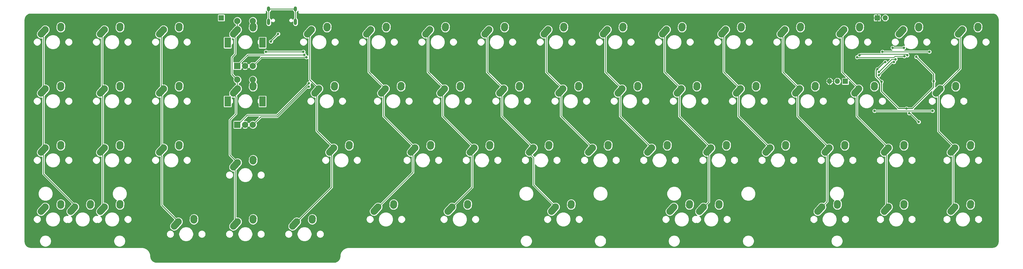
<source format=gbr>
%TF.GenerationSoftware,KiCad,Pcbnew,5.1.6+dfsg1-1*%
%TF.CreationDate,2020-11-01T09:24:26-08:00*%
%TF.ProjectId,SPM1800,53504d31-3830-4302-9e6b-696361645f70,rev?*%
%TF.SameCoordinates,Original*%
%TF.FileFunction,Copper,L1,Top*%
%TF.FilePolarity,Positive*%
%FSLAX46Y46*%
G04 Gerber Fmt 4.6, Leading zero omitted, Abs format (unit mm)*
G04 Created by KiCad (PCBNEW 5.1.6+dfsg1-1) date 2020-11-01 09:24:26*
%MOMM*%
%LPD*%
G01*
G04 APERTURE LIST*
%TA.AperFunction,ComponentPad*%
%ADD10O,1.700000X1.700000*%
%TD*%
%TA.AperFunction,ComponentPad*%
%ADD11R,1.700000X1.700000*%
%TD*%
%TA.AperFunction,ComponentPad*%
%ADD12R,2.000000X2.000000*%
%TD*%
%TA.AperFunction,ComponentPad*%
%ADD13C,2.000000*%
%TD*%
%TA.AperFunction,ComponentPad*%
%ADD14R,2.000000X3.200000*%
%TD*%
%TA.AperFunction,ComponentPad*%
%ADD15C,2.250000*%
%TD*%
%TA.AperFunction,ComponentPad*%
%ADD16O,1.000000X1.600000*%
%TD*%
%TA.AperFunction,ComponentPad*%
%ADD17O,1.000000X2.100000*%
%TD*%
%TA.AperFunction,ViaPad*%
%ADD18C,0.800000*%
%TD*%
%TA.AperFunction,Conductor*%
%ADD19C,0.250000*%
%TD*%
%TA.AperFunction,Conductor*%
%ADD20C,0.300000*%
%TD*%
%TA.AperFunction,Conductor*%
%ADD21C,0.254000*%
%TD*%
G04 APERTURE END LIST*
D10*
%TO.P,J3,3*%
%TO.N,GND*%
X327025000Y259588000D03*
%TO.P,J3,2*%
%TO.N,PIN_E6*%
X329565000Y259588000D03*
D11*
%TO.P,J3,1*%
%TO.N,+5V*%
X332105000Y259588000D03*
%TD*%
%TO.P,J2,1*%
%TO.N,Net-(J2-Pad1)*%
X131191000Y280035000D03*
%TD*%
D12*
%TO.P,EC2,A*%
%TO.N,ENC_A2*%
X136351000Y245596000D03*
D13*
%TO.P,EC2,C*%
%TO.N,GND*%
X138851000Y245596000D03*
%TO.P,EC2,B*%
%TO.N,ENC_B2*%
X141351000Y245596000D03*
D14*
%TO.P,EC2,MP*%
%TO.N,N/C*%
X133251000Y253096000D03*
X144451000Y253096000D03*
D13*
%TO.P,EC2,S2*%
%TO.N,COL03*%
X136351000Y260096000D03*
%TO.P,EC2,S1*%
%TO.N,ENC_S21*%
X141351000Y260096000D03*
%TD*%
D12*
%TO.P,EC1,A*%
%TO.N,ENC_A1*%
X136351000Y264541000D03*
D13*
%TO.P,EC1,C*%
%TO.N,GND*%
X138851000Y264541000D03*
%TO.P,EC1,B*%
%TO.N,ENC_B1*%
X141351000Y264541000D03*
D14*
%TO.P,EC1,MP*%
%TO.N,N/C*%
X133251000Y272041000D03*
X144451000Y272041000D03*
D13*
%TO.P,EC1,S2*%
%TO.N,COL03*%
X136351000Y279041000D03*
%TO.P,EC1,S1*%
%TO.N,ENC_S11*%
X141351000Y279041000D03*
%TD*%
D15*
%TO.P,MX27,1*%
%TO.N,COL10*%
X279281250Y257206250D03*
%TA.AperFunction,ComponentPad*%
G36*
G01*
X277219933Y254908905D02*
X277219933Y254908905D01*
G75*
G02*
X277133905Y256497567I751317J837345D01*
G01*
X278443907Y257957567D01*
G75*
G02*
X280032569Y258043595I837345J-751317D01*
G01*
X280032569Y258043595D01*
G75*
G02*
X280118597Y256454933I-751317J-837345D01*
G01*
X278808595Y254994933D01*
G75*
G02*
X277219933Y254908905I-837345J751317D01*
G01*
G37*
%TD.AperFunction*%
%TO.P,MX27,2*%
%TO.N,Net-(D27-Pad2)*%
X284321250Y258286250D03*
%TA.AperFunction,ComponentPad*%
G36*
G01*
X284203847Y256583916D02*
X284203847Y256583916D01*
G75*
G02*
X283158916Y257783653I77403J1122334D01*
G01*
X283198916Y258363653D01*
G75*
G02*
X284398653Y259408584I1122334J-77403D01*
G01*
X284398653Y259408584D01*
G75*
G02*
X285443584Y258208847I-77403J-1122334D01*
G01*
X285403584Y257628847D01*
G75*
G02*
X284203847Y256583916I-1122334J77403D01*
G01*
G37*
%TD.AperFunction*%
%TD*%
%TO.P,MX32,1*%
%TO.N,COL00*%
X74493750Y238156250D03*
%TA.AperFunction,ComponentPad*%
G36*
G01*
X72432433Y235858905D02*
X72432433Y235858905D01*
G75*
G02*
X72346405Y237447567I751317J837345D01*
G01*
X73656407Y238907567D01*
G75*
G02*
X75245069Y238993595I837345J-751317D01*
G01*
X75245069Y238993595D01*
G75*
G02*
X75331097Y237404933I-751317J-837345D01*
G01*
X74021095Y235944933D01*
G75*
G02*
X72432433Y235858905I-837345J751317D01*
G01*
G37*
%TD.AperFunction*%
%TO.P,MX32,2*%
%TO.N,Net-(D32-Pad2)*%
X79533750Y239236250D03*
%TA.AperFunction,ComponentPad*%
G36*
G01*
X79416347Y237533916D02*
X79416347Y237533916D01*
G75*
G02*
X78371416Y238733653I77403J1122334D01*
G01*
X78411416Y239313653D01*
G75*
G02*
X79611153Y240358584I1122334J-77403D01*
G01*
X79611153Y240358584D01*
G75*
G02*
X80656084Y239158847I-77403J-1122334D01*
G01*
X80616084Y238578847D01*
G75*
G02*
X79416347Y237533916I-1122334J77403D01*
G01*
G37*
%TD.AperFunction*%
%TD*%
%TO.P,MX4,1*%
%TO.N,COL03*%
X136406250Y276256250D03*
%TA.AperFunction,ComponentPad*%
G36*
G01*
X134344933Y273958905D02*
X134344933Y273958905D01*
G75*
G02*
X134258905Y275547567I751317J837345D01*
G01*
X135568907Y277007567D01*
G75*
G02*
X137157569Y277093595I837345J-751317D01*
G01*
X137157569Y277093595D01*
G75*
G02*
X137243597Y275504933I-751317J-837345D01*
G01*
X135933595Y274044933D01*
G75*
G02*
X134344933Y273958905I-837345J751317D01*
G01*
G37*
%TD.AperFunction*%
%TO.P,MX4,2*%
%TO.N,ENC_S11*%
X141446250Y277336250D03*
%TA.AperFunction,ComponentPad*%
G36*
G01*
X141328847Y275633916D02*
X141328847Y275633916D01*
G75*
G02*
X140283916Y276833653I77403J1122334D01*
G01*
X140323916Y277413653D01*
G75*
G02*
X141523653Y278458584I1122334J-77403D01*
G01*
X141523653Y278458584D01*
G75*
G02*
X142568584Y277258847I-77403J-1122334D01*
G01*
X142528584Y276678847D01*
G75*
G02*
X141328847Y275633916I-1122334J77403D01*
G01*
G37*
%TD.AperFunction*%
%TD*%
%TO.P,MX6,1*%
%TO.N,COL05*%
X179268750Y276256250D03*
%TA.AperFunction,ComponentPad*%
G36*
G01*
X177207433Y273958905D02*
X177207433Y273958905D01*
G75*
G02*
X177121405Y275547567I751317J837345D01*
G01*
X178431407Y277007567D01*
G75*
G02*
X180020069Y277093595I837345J-751317D01*
G01*
X180020069Y277093595D01*
G75*
G02*
X180106097Y275504933I-751317J-837345D01*
G01*
X178796095Y274044933D01*
G75*
G02*
X177207433Y273958905I-837345J751317D01*
G01*
G37*
%TD.AperFunction*%
%TO.P,MX6,2*%
%TO.N,Net-(D6-Pad2)*%
X184308750Y277336250D03*
%TA.AperFunction,ComponentPad*%
G36*
G01*
X184191347Y275633916D02*
X184191347Y275633916D01*
G75*
G02*
X183146416Y276833653I77403J1122334D01*
G01*
X183186416Y277413653D01*
G75*
G02*
X184386153Y278458584I1122334J-77403D01*
G01*
X184386153Y278458584D01*
G75*
G02*
X185431084Y277258847I-77403J-1122334D01*
G01*
X185391084Y276678847D01*
G75*
G02*
X184191347Y275633916I-1122334J77403D01*
G01*
G37*
%TD.AperFunction*%
%TD*%
%TO.P,MX1,1*%
%TO.N,COL00*%
X74493750Y276256250D03*
%TA.AperFunction,ComponentPad*%
G36*
G01*
X72432433Y273958905D02*
X72432433Y273958905D01*
G75*
G02*
X72346405Y275547567I751317J837345D01*
G01*
X73656407Y277007567D01*
G75*
G02*
X75245069Y277093595I837345J-751317D01*
G01*
X75245069Y277093595D01*
G75*
G02*
X75331097Y275504933I-751317J-837345D01*
G01*
X74021095Y274044933D01*
G75*
G02*
X72432433Y273958905I-837345J751317D01*
G01*
G37*
%TD.AperFunction*%
%TO.P,MX1,2*%
%TO.N,Net-(D1-Pad2)*%
X79533750Y277336250D03*
%TA.AperFunction,ComponentPad*%
G36*
G01*
X79416347Y275633916D02*
X79416347Y275633916D01*
G75*
G02*
X78371416Y276833653I77403J1122334D01*
G01*
X78411416Y277413653D01*
G75*
G02*
X79611153Y278458584I1122334J-77403D01*
G01*
X79611153Y278458584D01*
G75*
G02*
X80656084Y277258847I-77403J-1122334D01*
G01*
X80616084Y276678847D01*
G75*
G02*
X79416347Y275633916I-1122334J77403D01*
G01*
G37*
%TD.AperFunction*%
%TD*%
D16*
%TO.P,USB1,13*%
%TO.N,Net-(J2-Pad1)*%
X155069000Y282896000D03*
X146429000Y282896000D03*
D17*
X155069000Y278716000D03*
X146429000Y278716000D03*
%TD*%
D15*
%TO.P,MX60,1*%
%TO.N,COL00*%
X84018750Y219106250D03*
%TA.AperFunction,ComponentPad*%
G36*
G01*
X81957433Y216808905D02*
X81957433Y216808905D01*
G75*
G02*
X81871405Y218397567I751317J837345D01*
G01*
X83181407Y219857567D01*
G75*
G02*
X84770069Y219943595I837345J-751317D01*
G01*
X84770069Y219943595D01*
G75*
G02*
X84856097Y218354933I-751317J-837345D01*
G01*
X83546095Y216894933D01*
G75*
G02*
X81957433Y216808905I-837345J751317D01*
G01*
G37*
%TD.AperFunction*%
%TO.P,MX60,2*%
%TO.N,Net-(D47-Pad2)*%
X89058750Y220186250D03*
%TA.AperFunction,ComponentPad*%
G36*
G01*
X88941347Y218483916D02*
X88941347Y218483916D01*
G75*
G02*
X87896416Y219683653I77403J1122334D01*
G01*
X87936416Y220263653D01*
G75*
G02*
X89136153Y221308584I1122334J-77403D01*
G01*
X89136153Y221308584D01*
G75*
G02*
X90181084Y220108847I-77403J-1122334D01*
G01*
X90141084Y219528847D01*
G75*
G02*
X88941347Y218483916I-1122334J77403D01*
G01*
G37*
%TD.AperFunction*%
%TD*%
%TO.P,MX59,1*%
%TO.N,COL15*%
X367387500Y219106250D03*
%TA.AperFunction,ComponentPad*%
G36*
G01*
X365326183Y216808905D02*
X365326183Y216808905D01*
G75*
G02*
X365240155Y218397567I751317J837345D01*
G01*
X366550157Y219857567D01*
G75*
G02*
X368138819Y219943595I837345J-751317D01*
G01*
X368138819Y219943595D01*
G75*
G02*
X368224847Y218354933I-751317J-837345D01*
G01*
X366914845Y216894933D01*
G75*
G02*
X365326183Y216808905I-837345J751317D01*
G01*
G37*
%TD.AperFunction*%
%TO.P,MX59,2*%
%TO.N,Net-(D59-Pad2)*%
X372427500Y220186250D03*
%TA.AperFunction,ComponentPad*%
G36*
G01*
X372310097Y218483916D02*
X372310097Y218483916D01*
G75*
G02*
X371265166Y219683653I77403J1122334D01*
G01*
X371305166Y220263653D01*
G75*
G02*
X372504903Y221308584I1122334J-77403D01*
G01*
X372504903Y221308584D01*
G75*
G02*
X373549834Y220108847I-77403J-1122334D01*
G01*
X373509834Y219528847D01*
G75*
G02*
X372310097Y218483916I-1122334J77403D01*
G01*
G37*
%TD.AperFunction*%
%TD*%
%TO.P,MX58,1*%
%TO.N,COL13*%
X345956250Y219106250D03*
%TA.AperFunction,ComponentPad*%
G36*
G01*
X343894933Y216808905D02*
X343894933Y216808905D01*
G75*
G02*
X343808905Y218397567I751317J837345D01*
G01*
X345118907Y219857567D01*
G75*
G02*
X346707569Y219943595I837345J-751317D01*
G01*
X346707569Y219943595D01*
G75*
G02*
X346793597Y218354933I-751317J-837345D01*
G01*
X345483595Y216894933D01*
G75*
G02*
X343894933Y216808905I-837345J751317D01*
G01*
G37*
%TD.AperFunction*%
%TO.P,MX58,2*%
%TO.N,Net-(D58-Pad2)*%
X350996250Y220186250D03*
%TA.AperFunction,ComponentPad*%
G36*
G01*
X350878847Y218483916D02*
X350878847Y218483916D01*
G75*
G02*
X349833916Y219683653I77403J1122334D01*
G01*
X349873916Y220263653D01*
G75*
G02*
X351073653Y221308584I1122334J-77403D01*
G01*
X351073653Y221308584D01*
G75*
G02*
X352118584Y220108847I-77403J-1122334D01*
G01*
X352078584Y219528847D01*
G75*
G02*
X350878847Y218483916I-1122334J77403D01*
G01*
G37*
%TD.AperFunction*%
%TD*%
%TO.P,MX57,1*%
%TO.N,COL12*%
X324525000Y219106250D03*
%TA.AperFunction,ComponentPad*%
G36*
G01*
X322463683Y216808905D02*
X322463683Y216808905D01*
G75*
G02*
X322377655Y218397567I751317J837345D01*
G01*
X323687657Y219857567D01*
G75*
G02*
X325276319Y219943595I837345J-751317D01*
G01*
X325276319Y219943595D01*
G75*
G02*
X325362347Y218354933I-751317J-837345D01*
G01*
X324052345Y216894933D01*
G75*
G02*
X322463683Y216808905I-837345J751317D01*
G01*
G37*
%TD.AperFunction*%
%TO.P,MX57,2*%
%TO.N,Net-(D57-Pad2)*%
X329565000Y220186250D03*
%TA.AperFunction,ComponentPad*%
G36*
G01*
X329447597Y218483916D02*
X329447597Y218483916D01*
G75*
G02*
X328402666Y219683653I77403J1122334D01*
G01*
X328442666Y220263653D01*
G75*
G02*
X329642403Y221308584I1122334J-77403D01*
G01*
X329642403Y221308584D01*
G75*
G02*
X330687334Y220108847I-77403J-1122334D01*
G01*
X330647334Y219528847D01*
G75*
G02*
X329447597Y218483916I-1122334J77403D01*
G01*
G37*
%TD.AperFunction*%
%TD*%
%TO.P,MX56,1*%
%TO.N,COL10*%
X286425000Y219106250D03*
%TA.AperFunction,ComponentPad*%
G36*
G01*
X284363683Y216808905D02*
X284363683Y216808905D01*
G75*
G02*
X284277655Y218397567I751317J837345D01*
G01*
X285587657Y219857567D01*
G75*
G02*
X287176319Y219943595I837345J-751317D01*
G01*
X287176319Y219943595D01*
G75*
G02*
X287262347Y218354933I-751317J-837345D01*
G01*
X285952345Y216894933D01*
G75*
G02*
X284363683Y216808905I-837345J751317D01*
G01*
G37*
%TD.AperFunction*%
%TO.P,MX56,2*%
%TO.N,Net-(D56-Pad2)*%
X291465000Y220186250D03*
%TA.AperFunction,ComponentPad*%
G36*
G01*
X291347597Y218483916D02*
X291347597Y218483916D01*
G75*
G02*
X290302666Y219683653I77403J1122334D01*
G01*
X290342666Y220263653D01*
G75*
G02*
X291542403Y221308584I1122334J-77403D01*
G01*
X291542403Y221308584D01*
G75*
G02*
X292587334Y220108847I-77403J-1122334D01*
G01*
X292547334Y219528847D01*
G75*
G02*
X291347597Y218483916I-1122334J77403D01*
G01*
G37*
%TD.AperFunction*%
%TD*%
%TO.P,MX55,1*%
%TO.N,COL10*%
X276900000Y219106250D03*
%TA.AperFunction,ComponentPad*%
G36*
G01*
X274838683Y216808905D02*
X274838683Y216808905D01*
G75*
G02*
X274752655Y218397567I751317J837345D01*
G01*
X276062657Y219857567D01*
G75*
G02*
X277651319Y219943595I837345J-751317D01*
G01*
X277651319Y219943595D01*
G75*
G02*
X277737347Y218354933I-751317J-837345D01*
G01*
X276427345Y216894933D01*
G75*
G02*
X274838683Y216808905I-837345J751317D01*
G01*
G37*
%TD.AperFunction*%
%TO.P,MX55,2*%
%TO.N,Net-(D56-Pad2)*%
X281940000Y220186250D03*
%TA.AperFunction,ComponentPad*%
G36*
G01*
X281822597Y218483916D02*
X281822597Y218483916D01*
G75*
G02*
X280777666Y219683653I77403J1122334D01*
G01*
X280817666Y220263653D01*
G75*
G02*
X282017403Y221308584I1122334J-77403D01*
G01*
X282017403Y221308584D01*
G75*
G02*
X283062334Y220108847I-77403J-1122334D01*
G01*
X283022334Y219528847D01*
G75*
G02*
X281822597Y218483916I-1122334J77403D01*
G01*
G37*
%TD.AperFunction*%
%TD*%
%TO.P,MX54,1*%
%TO.N,COL07*%
X238800000Y219106250D03*
%TA.AperFunction,ComponentPad*%
G36*
G01*
X236738683Y216808905D02*
X236738683Y216808905D01*
G75*
G02*
X236652655Y218397567I751317J837345D01*
G01*
X237962657Y219857567D01*
G75*
G02*
X239551319Y219943595I837345J-751317D01*
G01*
X239551319Y219943595D01*
G75*
G02*
X239637347Y218354933I-751317J-837345D01*
G01*
X238327345Y216894933D01*
G75*
G02*
X236738683Y216808905I-837345J751317D01*
G01*
G37*
%TD.AperFunction*%
%TO.P,MX54,2*%
%TO.N,Net-(D54-Pad2)*%
X243840000Y220186250D03*
%TA.AperFunction,ComponentPad*%
G36*
G01*
X243722597Y218483916D02*
X243722597Y218483916D01*
G75*
G02*
X242677666Y219683653I77403J1122334D01*
G01*
X242717666Y220263653D01*
G75*
G02*
X243917403Y221308584I1122334J-77403D01*
G01*
X243917403Y221308584D01*
G75*
G02*
X244962334Y220108847I-77403J-1122334D01*
G01*
X244922334Y219528847D01*
G75*
G02*
X243722597Y218483916I-1122334J77403D01*
G01*
G37*
%TD.AperFunction*%
%TD*%
%TO.P,MX53,1*%
%TO.N,COL06*%
X205462500Y219106250D03*
%TA.AperFunction,ComponentPad*%
G36*
G01*
X203401183Y216808905D02*
X203401183Y216808905D01*
G75*
G02*
X203315155Y218397567I751317J837345D01*
G01*
X204625157Y219857567D01*
G75*
G02*
X206213819Y219943595I837345J-751317D01*
G01*
X206213819Y219943595D01*
G75*
G02*
X206299847Y218354933I-751317J-837345D01*
G01*
X204989845Y216894933D01*
G75*
G02*
X203401183Y216808905I-837345J751317D01*
G01*
G37*
%TD.AperFunction*%
%TO.P,MX53,2*%
%TO.N,Net-(D53-Pad2)*%
X210502500Y220186250D03*
%TA.AperFunction,ComponentPad*%
G36*
G01*
X210385097Y218483916D02*
X210385097Y218483916D01*
G75*
G02*
X209340166Y219683653I77403J1122334D01*
G01*
X209380166Y220263653D01*
G75*
G02*
X210579903Y221308584I1122334J-77403D01*
G01*
X210579903Y221308584D01*
G75*
G02*
X211624834Y220108847I-77403J-1122334D01*
G01*
X211584834Y219528847D01*
G75*
G02*
X210385097Y218483916I-1122334J77403D01*
G01*
G37*
%TD.AperFunction*%
%TD*%
%TO.P,MX52,1*%
%TO.N,COL05*%
X181650000Y219106250D03*
%TA.AperFunction,ComponentPad*%
G36*
G01*
X179588683Y216808905D02*
X179588683Y216808905D01*
G75*
G02*
X179502655Y218397567I751317J837345D01*
G01*
X180812657Y219857567D01*
G75*
G02*
X182401319Y219943595I837345J-751317D01*
G01*
X182401319Y219943595D01*
G75*
G02*
X182487347Y218354933I-751317J-837345D01*
G01*
X181177345Y216894933D01*
G75*
G02*
X179588683Y216808905I-837345J751317D01*
G01*
G37*
%TD.AperFunction*%
%TO.P,MX52,2*%
%TO.N,Net-(D52-Pad2)*%
X186690000Y220186250D03*
%TA.AperFunction,ComponentPad*%
G36*
G01*
X186572597Y218483916D02*
X186572597Y218483916D01*
G75*
G02*
X185527666Y219683653I77403J1122334D01*
G01*
X185567666Y220263653D01*
G75*
G02*
X186767403Y221308584I1122334J-77403D01*
G01*
X186767403Y221308584D01*
G75*
G02*
X187812334Y220108847I-77403J-1122334D01*
G01*
X187772334Y219528847D01*
G75*
G02*
X186572597Y218483916I-1122334J77403D01*
G01*
G37*
%TD.AperFunction*%
%TD*%
%TO.P,MX51,1*%
%TO.N,COL04*%
X155456250Y214343750D03*
%TA.AperFunction,ComponentPad*%
G36*
G01*
X153394933Y212046405D02*
X153394933Y212046405D01*
G75*
G02*
X153308905Y213635067I751317J837345D01*
G01*
X154618907Y215095067D01*
G75*
G02*
X156207569Y215181095I837345J-751317D01*
G01*
X156207569Y215181095D01*
G75*
G02*
X156293597Y213592433I-751317J-837345D01*
G01*
X154983595Y212132433D01*
G75*
G02*
X153394933Y212046405I-837345J751317D01*
G01*
G37*
%TD.AperFunction*%
%TO.P,MX51,2*%
%TO.N,Net-(D51-Pad2)*%
X160496250Y215423750D03*
%TA.AperFunction,ComponentPad*%
G36*
G01*
X160378847Y213721416D02*
X160378847Y213721416D01*
G75*
G02*
X159333916Y214921153I77403J1122334D01*
G01*
X159373916Y215501153D01*
G75*
G02*
X160573653Y216546084I1122334J-77403D01*
G01*
X160573653Y216546084D01*
G75*
G02*
X161618584Y215346347I-77403J-1122334D01*
G01*
X161578584Y214766347D01*
G75*
G02*
X160378847Y213721416I-1122334J77403D01*
G01*
G37*
%TD.AperFunction*%
%TD*%
%TO.P,MX50,1*%
%TO.N,COL03*%
X136406250Y214343750D03*
%TA.AperFunction,ComponentPad*%
G36*
G01*
X134344933Y212046405D02*
X134344933Y212046405D01*
G75*
G02*
X134258905Y213635067I751317J837345D01*
G01*
X135568907Y215095067D01*
G75*
G02*
X137157569Y215181095I837345J-751317D01*
G01*
X137157569Y215181095D01*
G75*
G02*
X137243597Y213592433I-751317J-837345D01*
G01*
X135933595Y212132433D01*
G75*
G02*
X134344933Y212046405I-837345J751317D01*
G01*
G37*
%TD.AperFunction*%
%TO.P,MX50,2*%
%TO.N,Net-(D50-Pad2)*%
X141446250Y215423750D03*
%TA.AperFunction,ComponentPad*%
G36*
G01*
X141328847Y213721416D02*
X141328847Y213721416D01*
G75*
G02*
X140283916Y214921153I77403J1122334D01*
G01*
X140323916Y215501153D01*
G75*
G02*
X141523653Y216546084I1122334J-77403D01*
G01*
X141523653Y216546084D01*
G75*
G02*
X142568584Y215346347I-77403J-1122334D01*
G01*
X142528584Y214766347D01*
G75*
G02*
X141328847Y213721416I-1122334J77403D01*
G01*
G37*
%TD.AperFunction*%
%TD*%
%TO.P,MX49,1*%
%TO.N,COL02*%
X117356250Y214343750D03*
%TA.AperFunction,ComponentPad*%
G36*
G01*
X115294933Y212046405D02*
X115294933Y212046405D01*
G75*
G02*
X115208905Y213635067I751317J837345D01*
G01*
X116518907Y215095067D01*
G75*
G02*
X118107569Y215181095I837345J-751317D01*
G01*
X118107569Y215181095D01*
G75*
G02*
X118193597Y213592433I-751317J-837345D01*
G01*
X116883595Y212132433D01*
G75*
G02*
X115294933Y212046405I-837345J751317D01*
G01*
G37*
%TD.AperFunction*%
%TO.P,MX49,2*%
%TO.N,Net-(D49-Pad2)*%
X122396250Y215423750D03*
%TA.AperFunction,ComponentPad*%
G36*
G01*
X122278847Y213721416D02*
X122278847Y213721416D01*
G75*
G02*
X121233916Y214921153I77403J1122334D01*
G01*
X121273916Y215501153D01*
G75*
G02*
X122473653Y216546084I1122334J-77403D01*
G01*
X122473653Y216546084D01*
G75*
G02*
X123518584Y215346347I-77403J-1122334D01*
G01*
X123478584Y214766347D01*
G75*
G02*
X122278847Y213721416I-1122334J77403D01*
G01*
G37*
%TD.AperFunction*%
%TD*%
%TO.P,MX48,1*%
%TO.N,COL01*%
X93543750Y219106250D03*
%TA.AperFunction,ComponentPad*%
G36*
G01*
X91482433Y216808905D02*
X91482433Y216808905D01*
G75*
G02*
X91396405Y218397567I751317J837345D01*
G01*
X92706407Y219857567D01*
G75*
G02*
X94295069Y219943595I837345J-751317D01*
G01*
X94295069Y219943595D01*
G75*
G02*
X94381097Y218354933I-751317J-837345D01*
G01*
X93071095Y216894933D01*
G75*
G02*
X91482433Y216808905I-837345J751317D01*
G01*
G37*
%TD.AperFunction*%
%TO.P,MX48,2*%
%TO.N,Net-(D48-Pad2)*%
X98583750Y220186250D03*
%TA.AperFunction,ComponentPad*%
G36*
G01*
X98466347Y218483916D02*
X98466347Y218483916D01*
G75*
G02*
X97421416Y219683653I77403J1122334D01*
G01*
X97461416Y220263653D01*
G75*
G02*
X98661153Y221308584I1122334J-77403D01*
G01*
X98661153Y221308584D01*
G75*
G02*
X99706084Y220108847I-77403J-1122334D01*
G01*
X99666084Y219528847D01*
G75*
G02*
X98466347Y218483916I-1122334J77403D01*
G01*
G37*
%TD.AperFunction*%
%TD*%
%TO.P,MX47,1*%
%TO.N,COL00*%
X74493750Y219106250D03*
%TA.AperFunction,ComponentPad*%
G36*
G01*
X72432433Y216808905D02*
X72432433Y216808905D01*
G75*
G02*
X72346405Y218397567I751317J837345D01*
G01*
X73656407Y219857567D01*
G75*
G02*
X75245069Y219943595I837345J-751317D01*
G01*
X75245069Y219943595D01*
G75*
G02*
X75331097Y218354933I-751317J-837345D01*
G01*
X74021095Y216894933D01*
G75*
G02*
X72432433Y216808905I-837345J751317D01*
G01*
G37*
%TD.AperFunction*%
%TO.P,MX47,2*%
%TO.N,Net-(D47-Pad2)*%
X79533750Y220186250D03*
%TA.AperFunction,ComponentPad*%
G36*
G01*
X79416347Y218483916D02*
X79416347Y218483916D01*
G75*
G02*
X78371416Y219683653I77403J1122334D01*
G01*
X78411416Y220263653D01*
G75*
G02*
X79611153Y221308584I1122334J-77403D01*
G01*
X79611153Y221308584D01*
G75*
G02*
X80656084Y220108847I-77403J-1122334D01*
G01*
X80616084Y219528847D01*
G75*
G02*
X79416347Y218483916I-1122334J77403D01*
G01*
G37*
%TD.AperFunction*%
%TD*%
%TO.P,MX46,1*%
%TO.N,COL15*%
X367387500Y238156250D03*
%TA.AperFunction,ComponentPad*%
G36*
G01*
X365326183Y235858905D02*
X365326183Y235858905D01*
G75*
G02*
X365240155Y237447567I751317J837345D01*
G01*
X366550157Y238907567D01*
G75*
G02*
X368138819Y238993595I837345J-751317D01*
G01*
X368138819Y238993595D01*
G75*
G02*
X368224847Y237404933I-751317J-837345D01*
G01*
X366914845Y235944933D01*
G75*
G02*
X365326183Y235858905I-837345J751317D01*
G01*
G37*
%TD.AperFunction*%
%TO.P,MX46,2*%
%TO.N,Net-(D46-Pad2)*%
X372427500Y239236250D03*
%TA.AperFunction,ComponentPad*%
G36*
G01*
X372310097Y237533916D02*
X372310097Y237533916D01*
G75*
G02*
X371265166Y238733653I77403J1122334D01*
G01*
X371305166Y239313653D01*
G75*
G02*
X372504903Y240358584I1122334J-77403D01*
G01*
X372504903Y240358584D01*
G75*
G02*
X373549834Y239158847I-77403J-1122334D01*
G01*
X373509834Y238578847D01*
G75*
G02*
X372310097Y237533916I-1122334J77403D01*
G01*
G37*
%TD.AperFunction*%
%TD*%
%TO.P,MX45,1*%
%TO.N,COL13*%
X345956250Y238156250D03*
%TA.AperFunction,ComponentPad*%
G36*
G01*
X343894933Y235858905D02*
X343894933Y235858905D01*
G75*
G02*
X343808905Y237447567I751317J837345D01*
G01*
X345118907Y238907567D01*
G75*
G02*
X346707569Y238993595I837345J-751317D01*
G01*
X346707569Y238993595D01*
G75*
G02*
X346793597Y237404933I-751317J-837345D01*
G01*
X345483595Y235944933D01*
G75*
G02*
X343894933Y235858905I-837345J751317D01*
G01*
G37*
%TD.AperFunction*%
%TO.P,MX45,2*%
%TO.N,Net-(D45-Pad2)*%
X350996250Y239236250D03*
%TA.AperFunction,ComponentPad*%
G36*
G01*
X350878847Y237533916D02*
X350878847Y237533916D01*
G75*
G02*
X349833916Y238733653I77403J1122334D01*
G01*
X349873916Y239313653D01*
G75*
G02*
X351073653Y240358584I1122334J-77403D01*
G01*
X351073653Y240358584D01*
G75*
G02*
X352118584Y239158847I-77403J-1122334D01*
G01*
X352078584Y238578847D01*
G75*
G02*
X350878847Y237533916I-1122334J77403D01*
G01*
G37*
%TD.AperFunction*%
%TD*%
%TO.P,MX44,1*%
%TO.N,COL12*%
X326906250Y238156250D03*
%TA.AperFunction,ComponentPad*%
G36*
G01*
X324844933Y235858905D02*
X324844933Y235858905D01*
G75*
G02*
X324758905Y237447567I751317J837345D01*
G01*
X326068907Y238907567D01*
G75*
G02*
X327657569Y238993595I837345J-751317D01*
G01*
X327657569Y238993595D01*
G75*
G02*
X327743597Y237404933I-751317J-837345D01*
G01*
X326433595Y235944933D01*
G75*
G02*
X324844933Y235858905I-837345J751317D01*
G01*
G37*
%TD.AperFunction*%
%TO.P,MX44,2*%
%TO.N,Net-(D44-Pad2)*%
X331946250Y239236250D03*
%TA.AperFunction,ComponentPad*%
G36*
G01*
X331828847Y237533916D02*
X331828847Y237533916D01*
G75*
G02*
X330783916Y238733653I77403J1122334D01*
G01*
X330823916Y239313653D01*
G75*
G02*
X332023653Y240358584I1122334J-77403D01*
G01*
X332023653Y240358584D01*
G75*
G02*
X333068584Y239158847I-77403J-1122334D01*
G01*
X333028584Y238578847D01*
G75*
G02*
X331828847Y237533916I-1122334J77403D01*
G01*
G37*
%TD.AperFunction*%
%TD*%
%TO.P,MX43,1*%
%TO.N,COL11*%
X307856250Y238156250D03*
%TA.AperFunction,ComponentPad*%
G36*
G01*
X305794933Y235858905D02*
X305794933Y235858905D01*
G75*
G02*
X305708905Y237447567I751317J837345D01*
G01*
X307018907Y238907567D01*
G75*
G02*
X308607569Y238993595I837345J-751317D01*
G01*
X308607569Y238993595D01*
G75*
G02*
X308693597Y237404933I-751317J-837345D01*
G01*
X307383595Y235944933D01*
G75*
G02*
X305794933Y235858905I-837345J751317D01*
G01*
G37*
%TD.AperFunction*%
%TO.P,MX43,2*%
%TO.N,Net-(D43-Pad2)*%
X312896250Y239236250D03*
%TA.AperFunction,ComponentPad*%
G36*
G01*
X312778847Y237533916D02*
X312778847Y237533916D01*
G75*
G02*
X311733916Y238733653I77403J1122334D01*
G01*
X311773916Y239313653D01*
G75*
G02*
X312973653Y240358584I1122334J-77403D01*
G01*
X312973653Y240358584D01*
G75*
G02*
X314018584Y239158847I-77403J-1122334D01*
G01*
X313978584Y238578847D01*
G75*
G02*
X312778847Y237533916I-1122334J77403D01*
G01*
G37*
%TD.AperFunction*%
%TD*%
%TO.P,MX42,1*%
%TO.N,COL10*%
X288806250Y238156250D03*
%TA.AperFunction,ComponentPad*%
G36*
G01*
X286744933Y235858905D02*
X286744933Y235858905D01*
G75*
G02*
X286658905Y237447567I751317J837345D01*
G01*
X287968907Y238907567D01*
G75*
G02*
X289557569Y238993595I837345J-751317D01*
G01*
X289557569Y238993595D01*
G75*
G02*
X289643597Y237404933I-751317J-837345D01*
G01*
X288333595Y235944933D01*
G75*
G02*
X286744933Y235858905I-837345J751317D01*
G01*
G37*
%TD.AperFunction*%
%TO.P,MX42,2*%
%TO.N,Net-(D42-Pad2)*%
X293846250Y239236250D03*
%TA.AperFunction,ComponentPad*%
G36*
G01*
X293728847Y237533916D02*
X293728847Y237533916D01*
G75*
G02*
X292683916Y238733653I77403J1122334D01*
G01*
X292723916Y239313653D01*
G75*
G02*
X293923653Y240358584I1122334J-77403D01*
G01*
X293923653Y240358584D01*
G75*
G02*
X294968584Y239158847I-77403J-1122334D01*
G01*
X294928584Y238578847D01*
G75*
G02*
X293728847Y237533916I-1122334J77403D01*
G01*
G37*
%TD.AperFunction*%
%TD*%
%TO.P,MX41,1*%
%TO.N,COL09*%
X269756250Y238156250D03*
%TA.AperFunction,ComponentPad*%
G36*
G01*
X267694933Y235858905D02*
X267694933Y235858905D01*
G75*
G02*
X267608905Y237447567I751317J837345D01*
G01*
X268918907Y238907567D01*
G75*
G02*
X270507569Y238993595I837345J-751317D01*
G01*
X270507569Y238993595D01*
G75*
G02*
X270593597Y237404933I-751317J-837345D01*
G01*
X269283595Y235944933D01*
G75*
G02*
X267694933Y235858905I-837345J751317D01*
G01*
G37*
%TD.AperFunction*%
%TO.P,MX41,2*%
%TO.N,Net-(D41-Pad2)*%
X274796250Y239236250D03*
%TA.AperFunction,ComponentPad*%
G36*
G01*
X274678847Y237533916D02*
X274678847Y237533916D01*
G75*
G02*
X273633916Y238733653I77403J1122334D01*
G01*
X273673916Y239313653D01*
G75*
G02*
X274873653Y240358584I1122334J-77403D01*
G01*
X274873653Y240358584D01*
G75*
G02*
X275918584Y239158847I-77403J-1122334D01*
G01*
X275878584Y238578847D01*
G75*
G02*
X274678847Y237533916I-1122334J77403D01*
G01*
G37*
%TD.AperFunction*%
%TD*%
%TO.P,MX40,1*%
%TO.N,COL08*%
X250706250Y238156250D03*
%TA.AperFunction,ComponentPad*%
G36*
G01*
X248644933Y235858905D02*
X248644933Y235858905D01*
G75*
G02*
X248558905Y237447567I751317J837345D01*
G01*
X249868907Y238907567D01*
G75*
G02*
X251457569Y238993595I837345J-751317D01*
G01*
X251457569Y238993595D01*
G75*
G02*
X251543597Y237404933I-751317J-837345D01*
G01*
X250233595Y235944933D01*
G75*
G02*
X248644933Y235858905I-837345J751317D01*
G01*
G37*
%TD.AperFunction*%
%TO.P,MX40,2*%
%TO.N,Net-(D40-Pad2)*%
X255746250Y239236250D03*
%TA.AperFunction,ComponentPad*%
G36*
G01*
X255628847Y237533916D02*
X255628847Y237533916D01*
G75*
G02*
X254583916Y238733653I77403J1122334D01*
G01*
X254623916Y239313653D01*
G75*
G02*
X255823653Y240358584I1122334J-77403D01*
G01*
X255823653Y240358584D01*
G75*
G02*
X256868584Y239158847I-77403J-1122334D01*
G01*
X256828584Y238578847D01*
G75*
G02*
X255628847Y237533916I-1122334J77403D01*
G01*
G37*
%TD.AperFunction*%
%TD*%
%TO.P,MX39,1*%
%TO.N,COL07*%
X231656250Y238156250D03*
%TA.AperFunction,ComponentPad*%
G36*
G01*
X229594933Y235858905D02*
X229594933Y235858905D01*
G75*
G02*
X229508905Y237447567I751317J837345D01*
G01*
X230818907Y238907567D01*
G75*
G02*
X232407569Y238993595I837345J-751317D01*
G01*
X232407569Y238993595D01*
G75*
G02*
X232493597Y237404933I-751317J-837345D01*
G01*
X231183595Y235944933D01*
G75*
G02*
X229594933Y235858905I-837345J751317D01*
G01*
G37*
%TD.AperFunction*%
%TO.P,MX39,2*%
%TO.N,Net-(D39-Pad2)*%
X236696250Y239236250D03*
%TA.AperFunction,ComponentPad*%
G36*
G01*
X236578847Y237533916D02*
X236578847Y237533916D01*
G75*
G02*
X235533916Y238733653I77403J1122334D01*
G01*
X235573916Y239313653D01*
G75*
G02*
X236773653Y240358584I1122334J-77403D01*
G01*
X236773653Y240358584D01*
G75*
G02*
X237818584Y239158847I-77403J-1122334D01*
G01*
X237778584Y238578847D01*
G75*
G02*
X236578847Y237533916I-1122334J77403D01*
G01*
G37*
%TD.AperFunction*%
%TD*%
%TO.P,MX38,1*%
%TO.N,COL06*%
X212606250Y238156250D03*
%TA.AperFunction,ComponentPad*%
G36*
G01*
X210544933Y235858905D02*
X210544933Y235858905D01*
G75*
G02*
X210458905Y237447567I751317J837345D01*
G01*
X211768907Y238907567D01*
G75*
G02*
X213357569Y238993595I837345J-751317D01*
G01*
X213357569Y238993595D01*
G75*
G02*
X213443597Y237404933I-751317J-837345D01*
G01*
X212133595Y235944933D01*
G75*
G02*
X210544933Y235858905I-837345J751317D01*
G01*
G37*
%TD.AperFunction*%
%TO.P,MX38,2*%
%TO.N,Net-(D38-Pad2)*%
X217646250Y239236250D03*
%TA.AperFunction,ComponentPad*%
G36*
G01*
X217528847Y237533916D02*
X217528847Y237533916D01*
G75*
G02*
X216483916Y238733653I77403J1122334D01*
G01*
X216523916Y239313653D01*
G75*
G02*
X217723653Y240358584I1122334J-77403D01*
G01*
X217723653Y240358584D01*
G75*
G02*
X218768584Y239158847I-77403J-1122334D01*
G01*
X218728584Y238578847D01*
G75*
G02*
X217528847Y237533916I-1122334J77403D01*
G01*
G37*
%TD.AperFunction*%
%TD*%
%TO.P,MX37,1*%
%TO.N,COL05*%
X193556250Y238156250D03*
%TA.AperFunction,ComponentPad*%
G36*
G01*
X191494933Y235858905D02*
X191494933Y235858905D01*
G75*
G02*
X191408905Y237447567I751317J837345D01*
G01*
X192718907Y238907567D01*
G75*
G02*
X194307569Y238993595I837345J-751317D01*
G01*
X194307569Y238993595D01*
G75*
G02*
X194393597Y237404933I-751317J-837345D01*
G01*
X193083595Y235944933D01*
G75*
G02*
X191494933Y235858905I-837345J751317D01*
G01*
G37*
%TD.AperFunction*%
%TO.P,MX37,2*%
%TO.N,Net-(D37-Pad2)*%
X198596250Y239236250D03*
%TA.AperFunction,ComponentPad*%
G36*
G01*
X198478847Y237533916D02*
X198478847Y237533916D01*
G75*
G02*
X197433916Y238733653I77403J1122334D01*
G01*
X197473916Y239313653D01*
G75*
G02*
X198673653Y240358584I1122334J-77403D01*
G01*
X198673653Y240358584D01*
G75*
G02*
X199718584Y239158847I-77403J-1122334D01*
G01*
X199678584Y238578847D01*
G75*
G02*
X198478847Y237533916I-1122334J77403D01*
G01*
G37*
%TD.AperFunction*%
%TD*%
%TO.P,MX36,1*%
%TO.N,COL04*%
X167362500Y238156250D03*
%TA.AperFunction,ComponentPad*%
G36*
G01*
X165301183Y235858905D02*
X165301183Y235858905D01*
G75*
G02*
X165215155Y237447567I751317J837345D01*
G01*
X166525157Y238907567D01*
G75*
G02*
X168113819Y238993595I837345J-751317D01*
G01*
X168113819Y238993595D01*
G75*
G02*
X168199847Y237404933I-751317J-837345D01*
G01*
X166889845Y235944933D01*
G75*
G02*
X165301183Y235858905I-837345J751317D01*
G01*
G37*
%TD.AperFunction*%
%TO.P,MX36,2*%
%TO.N,Net-(D36-Pad2)*%
X172402500Y239236250D03*
%TA.AperFunction,ComponentPad*%
G36*
G01*
X172285097Y237533916D02*
X172285097Y237533916D01*
G75*
G02*
X171240166Y238733653I77403J1122334D01*
G01*
X171280166Y239313653D01*
G75*
G02*
X172479903Y240358584I1122334J-77403D01*
G01*
X172479903Y240358584D01*
G75*
G02*
X173524834Y239158847I-77403J-1122334D01*
G01*
X173484834Y238578847D01*
G75*
G02*
X172285097Y237533916I-1122334J77403D01*
G01*
G37*
%TD.AperFunction*%
%TD*%
%TO.P,MX35,1*%
%TO.N,COL03*%
X136406250Y233393750D03*
%TA.AperFunction,ComponentPad*%
G36*
G01*
X134344933Y231096405D02*
X134344933Y231096405D01*
G75*
G02*
X134258905Y232685067I751317J837345D01*
G01*
X135568907Y234145067D01*
G75*
G02*
X137157569Y234231095I837345J-751317D01*
G01*
X137157569Y234231095D01*
G75*
G02*
X137243597Y232642433I-751317J-837345D01*
G01*
X135933595Y231182433D01*
G75*
G02*
X134344933Y231096405I-837345J751317D01*
G01*
G37*
%TD.AperFunction*%
%TO.P,MX35,2*%
%TO.N,Net-(D35-Pad2)*%
X141446250Y234473750D03*
%TA.AperFunction,ComponentPad*%
G36*
G01*
X141328847Y232771416D02*
X141328847Y232771416D01*
G75*
G02*
X140283916Y233971153I77403J1122334D01*
G01*
X140323916Y234551153D01*
G75*
G02*
X141523653Y235596084I1122334J-77403D01*
G01*
X141523653Y235596084D01*
G75*
G02*
X142568584Y234396347I-77403J-1122334D01*
G01*
X142528584Y233816347D01*
G75*
G02*
X141328847Y232771416I-1122334J77403D01*
G01*
G37*
%TD.AperFunction*%
%TD*%
%TO.P,MX34,1*%
%TO.N,COL02*%
X112593750Y238156250D03*
%TA.AperFunction,ComponentPad*%
G36*
G01*
X110532433Y235858905D02*
X110532433Y235858905D01*
G75*
G02*
X110446405Y237447567I751317J837345D01*
G01*
X111756407Y238907567D01*
G75*
G02*
X113345069Y238993595I837345J-751317D01*
G01*
X113345069Y238993595D01*
G75*
G02*
X113431097Y237404933I-751317J-837345D01*
G01*
X112121095Y235944933D01*
G75*
G02*
X110532433Y235858905I-837345J751317D01*
G01*
G37*
%TD.AperFunction*%
%TO.P,MX34,2*%
%TO.N,Net-(D34-Pad2)*%
X117633750Y239236250D03*
%TA.AperFunction,ComponentPad*%
G36*
G01*
X117516347Y237533916D02*
X117516347Y237533916D01*
G75*
G02*
X116471416Y238733653I77403J1122334D01*
G01*
X116511416Y239313653D01*
G75*
G02*
X117711153Y240358584I1122334J-77403D01*
G01*
X117711153Y240358584D01*
G75*
G02*
X118756084Y239158847I-77403J-1122334D01*
G01*
X118716084Y238578847D01*
G75*
G02*
X117516347Y237533916I-1122334J77403D01*
G01*
G37*
%TD.AperFunction*%
%TD*%
%TO.P,MX33,1*%
%TO.N,COL01*%
X93543750Y238156250D03*
%TA.AperFunction,ComponentPad*%
G36*
G01*
X91482433Y235858905D02*
X91482433Y235858905D01*
G75*
G02*
X91396405Y237447567I751317J837345D01*
G01*
X92706407Y238907567D01*
G75*
G02*
X94295069Y238993595I837345J-751317D01*
G01*
X94295069Y238993595D01*
G75*
G02*
X94381097Y237404933I-751317J-837345D01*
G01*
X93071095Y235944933D01*
G75*
G02*
X91482433Y235858905I-837345J751317D01*
G01*
G37*
%TD.AperFunction*%
%TO.P,MX33,2*%
%TO.N,Net-(D33-Pad2)*%
X98583750Y239236250D03*
%TA.AperFunction,ComponentPad*%
G36*
G01*
X98466347Y237533916D02*
X98466347Y237533916D01*
G75*
G02*
X97421416Y238733653I77403J1122334D01*
G01*
X97461416Y239313653D01*
G75*
G02*
X98661153Y240358584I1122334J-77403D01*
G01*
X98661153Y240358584D01*
G75*
G02*
X99706084Y239158847I-77403J-1122334D01*
G01*
X99666084Y238578847D01*
G75*
G02*
X98466347Y237533916I-1122334J77403D01*
G01*
G37*
%TD.AperFunction*%
%TD*%
%TO.P,MX31,1*%
%TO.N,COL15*%
X362625000Y257206250D03*
%TA.AperFunction,ComponentPad*%
G36*
G01*
X360563683Y254908905D02*
X360563683Y254908905D01*
G75*
G02*
X360477655Y256497567I751317J837345D01*
G01*
X361787657Y257957567D01*
G75*
G02*
X363376319Y258043595I837345J-751317D01*
G01*
X363376319Y258043595D01*
G75*
G02*
X363462347Y256454933I-751317J-837345D01*
G01*
X362152345Y254994933D01*
G75*
G02*
X360563683Y254908905I-837345J751317D01*
G01*
G37*
%TD.AperFunction*%
%TO.P,MX31,2*%
%TO.N,Net-(D31-Pad2)*%
X367665000Y258286250D03*
%TA.AperFunction,ComponentPad*%
G36*
G01*
X367547597Y256583916D02*
X367547597Y256583916D01*
G75*
G02*
X366502666Y257783653I77403J1122334D01*
G01*
X366542666Y258363653D01*
G75*
G02*
X367742403Y259408584I1122334J-77403D01*
G01*
X367742403Y259408584D01*
G75*
G02*
X368787334Y258208847I-77403J-1122334D01*
G01*
X368747334Y257628847D01*
G75*
G02*
X367547597Y256583916I-1122334J77403D01*
G01*
G37*
%TD.AperFunction*%
%TD*%
%TO.P,MX30,1*%
%TO.N,COL13*%
X336431250Y257206250D03*
%TA.AperFunction,ComponentPad*%
G36*
G01*
X334369933Y254908905D02*
X334369933Y254908905D01*
G75*
G02*
X334283905Y256497567I751317J837345D01*
G01*
X335593907Y257957567D01*
G75*
G02*
X337182569Y258043595I837345J-751317D01*
G01*
X337182569Y258043595D01*
G75*
G02*
X337268597Y256454933I-751317J-837345D01*
G01*
X335958595Y254994933D01*
G75*
G02*
X334369933Y254908905I-837345J751317D01*
G01*
G37*
%TD.AperFunction*%
%TO.P,MX30,2*%
%TO.N,Net-(D30-Pad2)*%
X341471250Y258286250D03*
%TA.AperFunction,ComponentPad*%
G36*
G01*
X341353847Y256583916D02*
X341353847Y256583916D01*
G75*
G02*
X340308916Y257783653I77403J1122334D01*
G01*
X340348916Y258363653D01*
G75*
G02*
X341548653Y259408584I1122334J-77403D01*
G01*
X341548653Y259408584D01*
G75*
G02*
X342593584Y258208847I-77403J-1122334D01*
G01*
X342553584Y257628847D01*
G75*
G02*
X341353847Y256583916I-1122334J77403D01*
G01*
G37*
%TD.AperFunction*%
%TD*%
%TO.P,MX29,1*%
%TO.N,COL12*%
X317381250Y257206250D03*
%TA.AperFunction,ComponentPad*%
G36*
G01*
X315319933Y254908905D02*
X315319933Y254908905D01*
G75*
G02*
X315233905Y256497567I751317J837345D01*
G01*
X316543907Y257957567D01*
G75*
G02*
X318132569Y258043595I837345J-751317D01*
G01*
X318132569Y258043595D01*
G75*
G02*
X318218597Y256454933I-751317J-837345D01*
G01*
X316908595Y254994933D01*
G75*
G02*
X315319933Y254908905I-837345J751317D01*
G01*
G37*
%TD.AperFunction*%
%TO.P,MX29,2*%
%TO.N,Net-(D29-Pad2)*%
X322421250Y258286250D03*
%TA.AperFunction,ComponentPad*%
G36*
G01*
X322303847Y256583916D02*
X322303847Y256583916D01*
G75*
G02*
X321258916Y257783653I77403J1122334D01*
G01*
X321298916Y258363653D01*
G75*
G02*
X322498653Y259408584I1122334J-77403D01*
G01*
X322498653Y259408584D01*
G75*
G02*
X323543584Y258208847I-77403J-1122334D01*
G01*
X323503584Y257628847D01*
G75*
G02*
X322303847Y256583916I-1122334J77403D01*
G01*
G37*
%TD.AperFunction*%
%TD*%
%TO.P,MX28,1*%
%TO.N,COL11*%
X298331250Y257206250D03*
%TA.AperFunction,ComponentPad*%
G36*
G01*
X296269933Y254908905D02*
X296269933Y254908905D01*
G75*
G02*
X296183905Y256497567I751317J837345D01*
G01*
X297493907Y257957567D01*
G75*
G02*
X299082569Y258043595I837345J-751317D01*
G01*
X299082569Y258043595D01*
G75*
G02*
X299168597Y256454933I-751317J-837345D01*
G01*
X297858595Y254994933D01*
G75*
G02*
X296269933Y254908905I-837345J751317D01*
G01*
G37*
%TD.AperFunction*%
%TO.P,MX28,2*%
%TO.N,Net-(D28-Pad2)*%
X303371250Y258286250D03*
%TA.AperFunction,ComponentPad*%
G36*
G01*
X303253847Y256583916D02*
X303253847Y256583916D01*
G75*
G02*
X302208916Y257783653I77403J1122334D01*
G01*
X302248916Y258363653D01*
G75*
G02*
X303448653Y259408584I1122334J-77403D01*
G01*
X303448653Y259408584D01*
G75*
G02*
X304493584Y258208847I-77403J-1122334D01*
G01*
X304453584Y257628847D01*
G75*
G02*
X303253847Y256583916I-1122334J77403D01*
G01*
G37*
%TD.AperFunction*%
%TD*%
%TO.P,MX26,1*%
%TO.N,COL09*%
X260231250Y257206250D03*
%TA.AperFunction,ComponentPad*%
G36*
G01*
X258169933Y254908905D02*
X258169933Y254908905D01*
G75*
G02*
X258083905Y256497567I751317J837345D01*
G01*
X259393907Y257957567D01*
G75*
G02*
X260982569Y258043595I837345J-751317D01*
G01*
X260982569Y258043595D01*
G75*
G02*
X261068597Y256454933I-751317J-837345D01*
G01*
X259758595Y254994933D01*
G75*
G02*
X258169933Y254908905I-837345J751317D01*
G01*
G37*
%TD.AperFunction*%
%TO.P,MX26,2*%
%TO.N,Net-(D26-Pad2)*%
X265271250Y258286250D03*
%TA.AperFunction,ComponentPad*%
G36*
G01*
X265153847Y256583916D02*
X265153847Y256583916D01*
G75*
G02*
X264108916Y257783653I77403J1122334D01*
G01*
X264148916Y258363653D01*
G75*
G02*
X265348653Y259408584I1122334J-77403D01*
G01*
X265348653Y259408584D01*
G75*
G02*
X266393584Y258208847I-77403J-1122334D01*
G01*
X266353584Y257628847D01*
G75*
G02*
X265153847Y256583916I-1122334J77403D01*
G01*
G37*
%TD.AperFunction*%
%TD*%
%TO.P,MX25,1*%
%TO.N,COL08*%
X241181250Y257206250D03*
%TA.AperFunction,ComponentPad*%
G36*
G01*
X239119933Y254908905D02*
X239119933Y254908905D01*
G75*
G02*
X239033905Y256497567I751317J837345D01*
G01*
X240343907Y257957567D01*
G75*
G02*
X241932569Y258043595I837345J-751317D01*
G01*
X241932569Y258043595D01*
G75*
G02*
X242018597Y256454933I-751317J-837345D01*
G01*
X240708595Y254994933D01*
G75*
G02*
X239119933Y254908905I-837345J751317D01*
G01*
G37*
%TD.AperFunction*%
%TO.P,MX25,2*%
%TO.N,Net-(D25-Pad2)*%
X246221250Y258286250D03*
%TA.AperFunction,ComponentPad*%
G36*
G01*
X246103847Y256583916D02*
X246103847Y256583916D01*
G75*
G02*
X245058916Y257783653I77403J1122334D01*
G01*
X245098916Y258363653D01*
G75*
G02*
X246298653Y259408584I1122334J-77403D01*
G01*
X246298653Y259408584D01*
G75*
G02*
X247343584Y258208847I-77403J-1122334D01*
G01*
X247303584Y257628847D01*
G75*
G02*
X246103847Y256583916I-1122334J77403D01*
G01*
G37*
%TD.AperFunction*%
%TD*%
%TO.P,MX24,1*%
%TO.N,COL07*%
X222131250Y257206250D03*
%TA.AperFunction,ComponentPad*%
G36*
G01*
X220069933Y254908905D02*
X220069933Y254908905D01*
G75*
G02*
X219983905Y256497567I751317J837345D01*
G01*
X221293907Y257957567D01*
G75*
G02*
X222882569Y258043595I837345J-751317D01*
G01*
X222882569Y258043595D01*
G75*
G02*
X222968597Y256454933I-751317J-837345D01*
G01*
X221658595Y254994933D01*
G75*
G02*
X220069933Y254908905I-837345J751317D01*
G01*
G37*
%TD.AperFunction*%
%TO.P,MX24,2*%
%TO.N,Net-(D24-Pad2)*%
X227171250Y258286250D03*
%TA.AperFunction,ComponentPad*%
G36*
G01*
X227053847Y256583916D02*
X227053847Y256583916D01*
G75*
G02*
X226008916Y257783653I77403J1122334D01*
G01*
X226048916Y258363653D01*
G75*
G02*
X227248653Y259408584I1122334J-77403D01*
G01*
X227248653Y259408584D01*
G75*
G02*
X228293584Y258208847I-77403J-1122334D01*
G01*
X228253584Y257628847D01*
G75*
G02*
X227053847Y256583916I-1122334J77403D01*
G01*
G37*
%TD.AperFunction*%
%TD*%
%TO.P,MX23,1*%
%TO.N,COL06*%
X203081250Y257206250D03*
%TA.AperFunction,ComponentPad*%
G36*
G01*
X201019933Y254908905D02*
X201019933Y254908905D01*
G75*
G02*
X200933905Y256497567I751317J837345D01*
G01*
X202243907Y257957567D01*
G75*
G02*
X203832569Y258043595I837345J-751317D01*
G01*
X203832569Y258043595D01*
G75*
G02*
X203918597Y256454933I-751317J-837345D01*
G01*
X202608595Y254994933D01*
G75*
G02*
X201019933Y254908905I-837345J751317D01*
G01*
G37*
%TD.AperFunction*%
%TO.P,MX23,2*%
%TO.N,Net-(D23-Pad2)*%
X208121250Y258286250D03*
%TA.AperFunction,ComponentPad*%
G36*
G01*
X208003847Y256583916D02*
X208003847Y256583916D01*
G75*
G02*
X206958916Y257783653I77403J1122334D01*
G01*
X206998916Y258363653D01*
G75*
G02*
X208198653Y259408584I1122334J-77403D01*
G01*
X208198653Y259408584D01*
G75*
G02*
X209243584Y258208847I-77403J-1122334D01*
G01*
X209203584Y257628847D01*
G75*
G02*
X208003847Y256583916I-1122334J77403D01*
G01*
G37*
%TD.AperFunction*%
%TD*%
%TO.P,MX22,1*%
%TO.N,COL05*%
X184031250Y257206250D03*
%TA.AperFunction,ComponentPad*%
G36*
G01*
X181969933Y254908905D02*
X181969933Y254908905D01*
G75*
G02*
X181883905Y256497567I751317J837345D01*
G01*
X183193907Y257957567D01*
G75*
G02*
X184782569Y258043595I837345J-751317D01*
G01*
X184782569Y258043595D01*
G75*
G02*
X184868597Y256454933I-751317J-837345D01*
G01*
X183558595Y254994933D01*
G75*
G02*
X181969933Y254908905I-837345J751317D01*
G01*
G37*
%TD.AperFunction*%
%TO.P,MX22,2*%
%TO.N,Net-(D22-Pad2)*%
X189071250Y258286250D03*
%TA.AperFunction,ComponentPad*%
G36*
G01*
X188953847Y256583916D02*
X188953847Y256583916D01*
G75*
G02*
X187908916Y257783653I77403J1122334D01*
G01*
X187948916Y258363653D01*
G75*
G02*
X189148653Y259408584I1122334J-77403D01*
G01*
X189148653Y259408584D01*
G75*
G02*
X190193584Y258208847I-77403J-1122334D01*
G01*
X190153584Y257628847D01*
G75*
G02*
X188953847Y256583916I-1122334J77403D01*
G01*
G37*
%TD.AperFunction*%
%TD*%
%TO.P,MX21,1*%
%TO.N,COL04*%
X162600000Y257206250D03*
%TA.AperFunction,ComponentPad*%
G36*
G01*
X160538683Y254908905D02*
X160538683Y254908905D01*
G75*
G02*
X160452655Y256497567I751317J837345D01*
G01*
X161762657Y257957567D01*
G75*
G02*
X163351319Y258043595I837345J-751317D01*
G01*
X163351319Y258043595D01*
G75*
G02*
X163437347Y256454933I-751317J-837345D01*
G01*
X162127345Y254994933D01*
G75*
G02*
X160538683Y254908905I-837345J751317D01*
G01*
G37*
%TD.AperFunction*%
%TO.P,MX21,2*%
%TO.N,Net-(D21-Pad2)*%
X167640000Y258286250D03*
%TA.AperFunction,ComponentPad*%
G36*
G01*
X167522597Y256583916D02*
X167522597Y256583916D01*
G75*
G02*
X166477666Y257783653I77403J1122334D01*
G01*
X166517666Y258363653D01*
G75*
G02*
X167717403Y259408584I1122334J-77403D01*
G01*
X167717403Y259408584D01*
G75*
G02*
X168762334Y258208847I-77403J-1122334D01*
G01*
X168722334Y257628847D01*
G75*
G02*
X167522597Y256583916I-1122334J77403D01*
G01*
G37*
%TD.AperFunction*%
%TD*%
%TO.P,MX20,1*%
%TO.N,COL03*%
X136406250Y257206250D03*
%TA.AperFunction,ComponentPad*%
G36*
G01*
X134344933Y254908905D02*
X134344933Y254908905D01*
G75*
G02*
X134258905Y256497567I751317J837345D01*
G01*
X135568907Y257957567D01*
G75*
G02*
X137157569Y258043595I837345J-751317D01*
G01*
X137157569Y258043595D01*
G75*
G02*
X137243597Y256454933I-751317J-837345D01*
G01*
X135933595Y254994933D01*
G75*
G02*
X134344933Y254908905I-837345J751317D01*
G01*
G37*
%TD.AperFunction*%
%TO.P,MX20,2*%
%TO.N,ENC_S21*%
X141446250Y258286250D03*
%TA.AperFunction,ComponentPad*%
G36*
G01*
X141328847Y256583916D02*
X141328847Y256583916D01*
G75*
G02*
X140283916Y257783653I77403J1122334D01*
G01*
X140323916Y258363653D01*
G75*
G02*
X141523653Y259408584I1122334J-77403D01*
G01*
X141523653Y259408584D01*
G75*
G02*
X142568584Y258208847I-77403J-1122334D01*
G01*
X142528584Y257628847D01*
G75*
G02*
X141328847Y256583916I-1122334J77403D01*
G01*
G37*
%TD.AperFunction*%
%TD*%
%TO.P,MX19,1*%
%TO.N,COL02*%
X112593750Y257206250D03*
%TA.AperFunction,ComponentPad*%
G36*
G01*
X110532433Y254908905D02*
X110532433Y254908905D01*
G75*
G02*
X110446405Y256497567I751317J837345D01*
G01*
X111756407Y257957567D01*
G75*
G02*
X113345069Y258043595I837345J-751317D01*
G01*
X113345069Y258043595D01*
G75*
G02*
X113431097Y256454933I-751317J-837345D01*
G01*
X112121095Y254994933D01*
G75*
G02*
X110532433Y254908905I-837345J751317D01*
G01*
G37*
%TD.AperFunction*%
%TO.P,MX19,2*%
%TO.N,Net-(D19-Pad2)*%
X117633750Y258286250D03*
%TA.AperFunction,ComponentPad*%
G36*
G01*
X117516347Y256583916D02*
X117516347Y256583916D01*
G75*
G02*
X116471416Y257783653I77403J1122334D01*
G01*
X116511416Y258363653D01*
G75*
G02*
X117711153Y259408584I1122334J-77403D01*
G01*
X117711153Y259408584D01*
G75*
G02*
X118756084Y258208847I-77403J-1122334D01*
G01*
X118716084Y257628847D01*
G75*
G02*
X117516347Y256583916I-1122334J77403D01*
G01*
G37*
%TD.AperFunction*%
%TD*%
%TO.P,MX18,1*%
%TO.N,COL01*%
X93543750Y257206250D03*
%TA.AperFunction,ComponentPad*%
G36*
G01*
X91482433Y254908905D02*
X91482433Y254908905D01*
G75*
G02*
X91396405Y256497567I751317J837345D01*
G01*
X92706407Y257957567D01*
G75*
G02*
X94295069Y258043595I837345J-751317D01*
G01*
X94295069Y258043595D01*
G75*
G02*
X94381097Y256454933I-751317J-837345D01*
G01*
X93071095Y254994933D01*
G75*
G02*
X91482433Y254908905I-837345J751317D01*
G01*
G37*
%TD.AperFunction*%
%TO.P,MX18,2*%
%TO.N,Net-(D18-Pad2)*%
X98583750Y258286250D03*
%TA.AperFunction,ComponentPad*%
G36*
G01*
X98466347Y256583916D02*
X98466347Y256583916D01*
G75*
G02*
X97421416Y257783653I77403J1122334D01*
G01*
X97461416Y258363653D01*
G75*
G02*
X98661153Y259408584I1122334J-77403D01*
G01*
X98661153Y259408584D01*
G75*
G02*
X99706084Y258208847I-77403J-1122334D01*
G01*
X99666084Y257628847D01*
G75*
G02*
X98466347Y256583916I-1122334J77403D01*
G01*
G37*
%TD.AperFunction*%
%TD*%
%TO.P,MX17,1*%
%TO.N,COL00*%
X74493750Y257206250D03*
%TA.AperFunction,ComponentPad*%
G36*
G01*
X72432433Y254908905D02*
X72432433Y254908905D01*
G75*
G02*
X72346405Y256497567I751317J837345D01*
G01*
X73656407Y257957567D01*
G75*
G02*
X75245069Y258043595I837345J-751317D01*
G01*
X75245069Y258043595D01*
G75*
G02*
X75331097Y256454933I-751317J-837345D01*
G01*
X74021095Y254994933D01*
G75*
G02*
X72432433Y254908905I-837345J751317D01*
G01*
G37*
%TD.AperFunction*%
%TO.P,MX17,2*%
%TO.N,Net-(D17-Pad2)*%
X79533750Y258286250D03*
%TA.AperFunction,ComponentPad*%
G36*
G01*
X79416347Y256583916D02*
X79416347Y256583916D01*
G75*
G02*
X78371416Y257783653I77403J1122334D01*
G01*
X78411416Y258363653D01*
G75*
G02*
X79611153Y259408584I1122334J-77403D01*
G01*
X79611153Y259408584D01*
G75*
G02*
X80656084Y258208847I-77403J-1122334D01*
G01*
X80616084Y257628847D01*
G75*
G02*
X79416347Y256583916I-1122334J77403D01*
G01*
G37*
%TD.AperFunction*%
%TD*%
%TO.P,MX16,1*%
%TO.N,COL15*%
X369768750Y276256250D03*
%TA.AperFunction,ComponentPad*%
G36*
G01*
X367707433Y273958905D02*
X367707433Y273958905D01*
G75*
G02*
X367621405Y275547567I751317J837345D01*
G01*
X368931407Y277007567D01*
G75*
G02*
X370520069Y277093595I837345J-751317D01*
G01*
X370520069Y277093595D01*
G75*
G02*
X370606097Y275504933I-751317J-837345D01*
G01*
X369296095Y274044933D01*
G75*
G02*
X367707433Y273958905I-837345J751317D01*
G01*
G37*
%TD.AperFunction*%
%TO.P,MX16,2*%
%TO.N,Net-(D16-Pad2)*%
X374808750Y277336250D03*
%TA.AperFunction,ComponentPad*%
G36*
G01*
X374691347Y275633916D02*
X374691347Y275633916D01*
G75*
G02*
X373646416Y276833653I77403J1122334D01*
G01*
X373686416Y277413653D01*
G75*
G02*
X374886153Y278458584I1122334J-77403D01*
G01*
X374886153Y278458584D01*
G75*
G02*
X375931084Y277258847I-77403J-1122334D01*
G01*
X375891084Y276678847D01*
G75*
G02*
X374691347Y275633916I-1122334J77403D01*
G01*
G37*
%TD.AperFunction*%
%TD*%
%TO.P,MX15,1*%
%TO.N,COL14*%
X350718750Y276256250D03*
%TA.AperFunction,ComponentPad*%
G36*
G01*
X348657433Y273958905D02*
X348657433Y273958905D01*
G75*
G02*
X348571405Y275547567I751317J837345D01*
G01*
X349881407Y277007567D01*
G75*
G02*
X351470069Y277093595I837345J-751317D01*
G01*
X351470069Y277093595D01*
G75*
G02*
X351556097Y275504933I-751317J-837345D01*
G01*
X350246095Y274044933D01*
G75*
G02*
X348657433Y273958905I-837345J751317D01*
G01*
G37*
%TD.AperFunction*%
%TO.P,MX15,2*%
%TO.N,Net-(D15-Pad2)*%
X355758750Y277336250D03*
%TA.AperFunction,ComponentPad*%
G36*
G01*
X355641347Y275633916D02*
X355641347Y275633916D01*
G75*
G02*
X354596416Y276833653I77403J1122334D01*
G01*
X354636416Y277413653D01*
G75*
G02*
X355836153Y278458584I1122334J-77403D01*
G01*
X355836153Y278458584D01*
G75*
G02*
X356881084Y277258847I-77403J-1122334D01*
G01*
X356841084Y276678847D01*
G75*
G02*
X355641347Y275633916I-1122334J77403D01*
G01*
G37*
%TD.AperFunction*%
%TD*%
%TO.P,MX14,1*%
%TO.N,COL13*%
X331668750Y276256250D03*
%TA.AperFunction,ComponentPad*%
G36*
G01*
X329607433Y273958905D02*
X329607433Y273958905D01*
G75*
G02*
X329521405Y275547567I751317J837345D01*
G01*
X330831407Y277007567D01*
G75*
G02*
X332420069Y277093595I837345J-751317D01*
G01*
X332420069Y277093595D01*
G75*
G02*
X332506097Y275504933I-751317J-837345D01*
G01*
X331196095Y274044933D01*
G75*
G02*
X329607433Y273958905I-837345J751317D01*
G01*
G37*
%TD.AperFunction*%
%TO.P,MX14,2*%
%TO.N,Net-(D14-Pad2)*%
X336708750Y277336250D03*
%TA.AperFunction,ComponentPad*%
G36*
G01*
X336591347Y275633916D02*
X336591347Y275633916D01*
G75*
G02*
X335546416Y276833653I77403J1122334D01*
G01*
X335586416Y277413653D01*
G75*
G02*
X336786153Y278458584I1122334J-77403D01*
G01*
X336786153Y278458584D01*
G75*
G02*
X337831084Y277258847I-77403J-1122334D01*
G01*
X337791084Y276678847D01*
G75*
G02*
X336591347Y275633916I-1122334J77403D01*
G01*
G37*
%TD.AperFunction*%
%TD*%
%TO.P,MX13,1*%
%TO.N,COL12*%
X312618750Y276256250D03*
%TA.AperFunction,ComponentPad*%
G36*
G01*
X310557433Y273958905D02*
X310557433Y273958905D01*
G75*
G02*
X310471405Y275547567I751317J837345D01*
G01*
X311781407Y277007567D01*
G75*
G02*
X313370069Y277093595I837345J-751317D01*
G01*
X313370069Y277093595D01*
G75*
G02*
X313456097Y275504933I-751317J-837345D01*
G01*
X312146095Y274044933D01*
G75*
G02*
X310557433Y273958905I-837345J751317D01*
G01*
G37*
%TD.AperFunction*%
%TO.P,MX13,2*%
%TO.N,Net-(D13-Pad2)*%
X317658750Y277336250D03*
%TA.AperFunction,ComponentPad*%
G36*
G01*
X317541347Y275633916D02*
X317541347Y275633916D01*
G75*
G02*
X316496416Y276833653I77403J1122334D01*
G01*
X316536416Y277413653D01*
G75*
G02*
X317736153Y278458584I1122334J-77403D01*
G01*
X317736153Y278458584D01*
G75*
G02*
X318781084Y277258847I-77403J-1122334D01*
G01*
X318741084Y276678847D01*
G75*
G02*
X317541347Y275633916I-1122334J77403D01*
G01*
G37*
%TD.AperFunction*%
%TD*%
%TO.P,MX12,1*%
%TO.N,COL11*%
X293568750Y276256250D03*
%TA.AperFunction,ComponentPad*%
G36*
G01*
X291507433Y273958905D02*
X291507433Y273958905D01*
G75*
G02*
X291421405Y275547567I751317J837345D01*
G01*
X292731407Y277007567D01*
G75*
G02*
X294320069Y277093595I837345J-751317D01*
G01*
X294320069Y277093595D01*
G75*
G02*
X294406097Y275504933I-751317J-837345D01*
G01*
X293096095Y274044933D01*
G75*
G02*
X291507433Y273958905I-837345J751317D01*
G01*
G37*
%TD.AperFunction*%
%TO.P,MX12,2*%
%TO.N,Net-(D12-Pad2)*%
X298608750Y277336250D03*
%TA.AperFunction,ComponentPad*%
G36*
G01*
X298491347Y275633916D02*
X298491347Y275633916D01*
G75*
G02*
X297446416Y276833653I77403J1122334D01*
G01*
X297486416Y277413653D01*
G75*
G02*
X298686153Y278458584I1122334J-77403D01*
G01*
X298686153Y278458584D01*
G75*
G02*
X299731084Y277258847I-77403J-1122334D01*
G01*
X299691084Y276678847D01*
G75*
G02*
X298491347Y275633916I-1122334J77403D01*
G01*
G37*
%TD.AperFunction*%
%TD*%
%TO.P,MX11,1*%
%TO.N,COL10*%
X274518750Y276256250D03*
%TA.AperFunction,ComponentPad*%
G36*
G01*
X272457433Y273958905D02*
X272457433Y273958905D01*
G75*
G02*
X272371405Y275547567I751317J837345D01*
G01*
X273681407Y277007567D01*
G75*
G02*
X275270069Y277093595I837345J-751317D01*
G01*
X275270069Y277093595D01*
G75*
G02*
X275356097Y275504933I-751317J-837345D01*
G01*
X274046095Y274044933D01*
G75*
G02*
X272457433Y273958905I-837345J751317D01*
G01*
G37*
%TD.AperFunction*%
%TO.P,MX11,2*%
%TO.N,Net-(D11-Pad2)*%
X279558750Y277336250D03*
%TA.AperFunction,ComponentPad*%
G36*
G01*
X279441347Y275633916D02*
X279441347Y275633916D01*
G75*
G02*
X278396416Y276833653I77403J1122334D01*
G01*
X278436416Y277413653D01*
G75*
G02*
X279636153Y278458584I1122334J-77403D01*
G01*
X279636153Y278458584D01*
G75*
G02*
X280681084Y277258847I-77403J-1122334D01*
G01*
X280641084Y276678847D01*
G75*
G02*
X279441347Y275633916I-1122334J77403D01*
G01*
G37*
%TD.AperFunction*%
%TD*%
%TO.P,MX10,1*%
%TO.N,COL09*%
X255468750Y276256250D03*
%TA.AperFunction,ComponentPad*%
G36*
G01*
X253407433Y273958905D02*
X253407433Y273958905D01*
G75*
G02*
X253321405Y275547567I751317J837345D01*
G01*
X254631407Y277007567D01*
G75*
G02*
X256220069Y277093595I837345J-751317D01*
G01*
X256220069Y277093595D01*
G75*
G02*
X256306097Y275504933I-751317J-837345D01*
G01*
X254996095Y274044933D01*
G75*
G02*
X253407433Y273958905I-837345J751317D01*
G01*
G37*
%TD.AperFunction*%
%TO.P,MX10,2*%
%TO.N,Net-(D10-Pad2)*%
X260508750Y277336250D03*
%TA.AperFunction,ComponentPad*%
G36*
G01*
X260391347Y275633916D02*
X260391347Y275633916D01*
G75*
G02*
X259346416Y276833653I77403J1122334D01*
G01*
X259386416Y277413653D01*
G75*
G02*
X260586153Y278458584I1122334J-77403D01*
G01*
X260586153Y278458584D01*
G75*
G02*
X261631084Y277258847I-77403J-1122334D01*
G01*
X261591084Y276678847D01*
G75*
G02*
X260391347Y275633916I-1122334J77403D01*
G01*
G37*
%TD.AperFunction*%
%TD*%
%TO.P,MX9,1*%
%TO.N,COL08*%
X236418750Y276256250D03*
%TA.AperFunction,ComponentPad*%
G36*
G01*
X234357433Y273958905D02*
X234357433Y273958905D01*
G75*
G02*
X234271405Y275547567I751317J837345D01*
G01*
X235581407Y277007567D01*
G75*
G02*
X237170069Y277093595I837345J-751317D01*
G01*
X237170069Y277093595D01*
G75*
G02*
X237256097Y275504933I-751317J-837345D01*
G01*
X235946095Y274044933D01*
G75*
G02*
X234357433Y273958905I-837345J751317D01*
G01*
G37*
%TD.AperFunction*%
%TO.P,MX9,2*%
%TO.N,Net-(D9-Pad2)*%
X241458750Y277336250D03*
%TA.AperFunction,ComponentPad*%
G36*
G01*
X241341347Y275633916D02*
X241341347Y275633916D01*
G75*
G02*
X240296416Y276833653I77403J1122334D01*
G01*
X240336416Y277413653D01*
G75*
G02*
X241536153Y278458584I1122334J-77403D01*
G01*
X241536153Y278458584D01*
G75*
G02*
X242581084Y277258847I-77403J-1122334D01*
G01*
X242541084Y276678847D01*
G75*
G02*
X241341347Y275633916I-1122334J77403D01*
G01*
G37*
%TD.AperFunction*%
%TD*%
%TO.P,MX8,1*%
%TO.N,COL07*%
X217368750Y276256250D03*
%TA.AperFunction,ComponentPad*%
G36*
G01*
X215307433Y273958905D02*
X215307433Y273958905D01*
G75*
G02*
X215221405Y275547567I751317J837345D01*
G01*
X216531407Y277007567D01*
G75*
G02*
X218120069Y277093595I837345J-751317D01*
G01*
X218120069Y277093595D01*
G75*
G02*
X218206097Y275504933I-751317J-837345D01*
G01*
X216896095Y274044933D01*
G75*
G02*
X215307433Y273958905I-837345J751317D01*
G01*
G37*
%TD.AperFunction*%
%TO.P,MX8,2*%
%TO.N,Net-(D8-Pad2)*%
X222408750Y277336250D03*
%TA.AperFunction,ComponentPad*%
G36*
G01*
X222291347Y275633916D02*
X222291347Y275633916D01*
G75*
G02*
X221246416Y276833653I77403J1122334D01*
G01*
X221286416Y277413653D01*
G75*
G02*
X222486153Y278458584I1122334J-77403D01*
G01*
X222486153Y278458584D01*
G75*
G02*
X223531084Y277258847I-77403J-1122334D01*
G01*
X223491084Y276678847D01*
G75*
G02*
X222291347Y275633916I-1122334J77403D01*
G01*
G37*
%TD.AperFunction*%
%TD*%
%TO.P,MX7,1*%
%TO.N,COL06*%
X198318750Y276256250D03*
%TA.AperFunction,ComponentPad*%
G36*
G01*
X196257433Y273958905D02*
X196257433Y273958905D01*
G75*
G02*
X196171405Y275547567I751317J837345D01*
G01*
X197481407Y277007567D01*
G75*
G02*
X199070069Y277093595I837345J-751317D01*
G01*
X199070069Y277093595D01*
G75*
G02*
X199156097Y275504933I-751317J-837345D01*
G01*
X197846095Y274044933D01*
G75*
G02*
X196257433Y273958905I-837345J751317D01*
G01*
G37*
%TD.AperFunction*%
%TO.P,MX7,2*%
%TO.N,Net-(D7-Pad2)*%
X203358750Y277336250D03*
%TA.AperFunction,ComponentPad*%
G36*
G01*
X203241347Y275633916D02*
X203241347Y275633916D01*
G75*
G02*
X202196416Y276833653I77403J1122334D01*
G01*
X202236416Y277413653D01*
G75*
G02*
X203436153Y278458584I1122334J-77403D01*
G01*
X203436153Y278458584D01*
G75*
G02*
X204481084Y277258847I-77403J-1122334D01*
G01*
X204441084Y276678847D01*
G75*
G02*
X203241347Y275633916I-1122334J77403D01*
G01*
G37*
%TD.AperFunction*%
%TD*%
%TO.P,MX5,1*%
%TO.N,COL04*%
X160218750Y276256250D03*
%TA.AperFunction,ComponentPad*%
G36*
G01*
X158157433Y273958905D02*
X158157433Y273958905D01*
G75*
G02*
X158071405Y275547567I751317J837345D01*
G01*
X159381407Y277007567D01*
G75*
G02*
X160970069Y277093595I837345J-751317D01*
G01*
X160970069Y277093595D01*
G75*
G02*
X161056097Y275504933I-751317J-837345D01*
G01*
X159746095Y274044933D01*
G75*
G02*
X158157433Y273958905I-837345J751317D01*
G01*
G37*
%TD.AperFunction*%
%TO.P,MX5,2*%
%TO.N,Net-(D5-Pad2)*%
X165258750Y277336250D03*
%TA.AperFunction,ComponentPad*%
G36*
G01*
X165141347Y275633916D02*
X165141347Y275633916D01*
G75*
G02*
X164096416Y276833653I77403J1122334D01*
G01*
X164136416Y277413653D01*
G75*
G02*
X165336153Y278458584I1122334J-77403D01*
G01*
X165336153Y278458584D01*
G75*
G02*
X166381084Y277258847I-77403J-1122334D01*
G01*
X166341084Y276678847D01*
G75*
G02*
X165141347Y275633916I-1122334J77403D01*
G01*
G37*
%TD.AperFunction*%
%TD*%
%TO.P,MX3,1*%
%TO.N,COL02*%
X112593750Y276256250D03*
%TA.AperFunction,ComponentPad*%
G36*
G01*
X110532433Y273958905D02*
X110532433Y273958905D01*
G75*
G02*
X110446405Y275547567I751317J837345D01*
G01*
X111756407Y277007567D01*
G75*
G02*
X113345069Y277093595I837345J-751317D01*
G01*
X113345069Y277093595D01*
G75*
G02*
X113431097Y275504933I-751317J-837345D01*
G01*
X112121095Y274044933D01*
G75*
G02*
X110532433Y273958905I-837345J751317D01*
G01*
G37*
%TD.AperFunction*%
%TO.P,MX3,2*%
%TO.N,Net-(D3-Pad2)*%
X117633750Y277336250D03*
%TA.AperFunction,ComponentPad*%
G36*
G01*
X117516347Y275633916D02*
X117516347Y275633916D01*
G75*
G02*
X116471416Y276833653I77403J1122334D01*
G01*
X116511416Y277413653D01*
G75*
G02*
X117711153Y278458584I1122334J-77403D01*
G01*
X117711153Y278458584D01*
G75*
G02*
X118756084Y277258847I-77403J-1122334D01*
G01*
X118716084Y276678847D01*
G75*
G02*
X117516347Y275633916I-1122334J77403D01*
G01*
G37*
%TD.AperFunction*%
%TD*%
%TO.P,MX2,1*%
%TO.N,COL01*%
X93543750Y276256250D03*
%TA.AperFunction,ComponentPad*%
G36*
G01*
X91482433Y273958905D02*
X91482433Y273958905D01*
G75*
G02*
X91396405Y275547567I751317J837345D01*
G01*
X92706407Y277007567D01*
G75*
G02*
X94295069Y277093595I837345J-751317D01*
G01*
X94295069Y277093595D01*
G75*
G02*
X94381097Y275504933I-751317J-837345D01*
G01*
X93071095Y274044933D01*
G75*
G02*
X91482433Y273958905I-837345J751317D01*
G01*
G37*
%TD.AperFunction*%
%TO.P,MX2,2*%
%TO.N,Net-(D2-Pad2)*%
X98583750Y277336250D03*
%TA.AperFunction,ComponentPad*%
G36*
G01*
X98466347Y275633916D02*
X98466347Y275633916D01*
G75*
G02*
X97421416Y276833653I77403J1122334D01*
G01*
X97461416Y277413653D01*
G75*
G02*
X98661153Y278458584I1122334J-77403D01*
G01*
X98661153Y278458584D01*
G75*
G02*
X99706084Y277258847I-77403J-1122334D01*
G01*
X99666084Y276678847D01*
G75*
G02*
X98466347Y275633916I-1122334J77403D01*
G01*
G37*
%TD.AperFunction*%
%TD*%
D10*
%TO.P,J1,2*%
%TO.N,Net-(J1-Pad2)*%
X344932000Y280035000D03*
D11*
%TO.P,J1,1*%
%TO.N,GND*%
X342392000Y280035000D03*
%TD*%
D18*
%TO.N,GND*%
X364744000Y270256000D03*
X360807000Y264632543D03*
X340614000Y266065000D03*
X371475000Y266192000D03*
%TO.N,+5V*%
X351790000Y250788000D03*
X342440128Y263491508D03*
X344932000Y265811000D03*
X360553000Y259588000D03*
X354965000Y267462000D03*
X343725500Y259461000D03*
%TO.N,ROW00*%
X344043000Y269113000D03*
X359156000Y269113000D03*
X145542000Y269113000D03*
X157607000Y269113000D03*
%TO.N,ROW01*%
X341503000Y250063000D03*
X360172000Y250063000D03*
%TO.N,Net-(J1-Pad2)*%
X350940000Y270383000D03*
X347345000Y270383000D03*
%TO.N,Net-(R2-Pad2)*%
X355735883Y246498117D03*
X352674347Y249305653D03*
%TO.N,Net-(R3-Pad2)*%
X149479000Y274828000D03*
X147193000Y272415000D03*
%TO.N,ENC_A1*%
X352044000Y267970000D03*
X336677000Y267970000D03*
X157885593Y268092011D03*
%TO.N,ENC_A2*%
X159385000Y258953000D03*
X348227328Y266676273D03*
X342920262Y262614299D03*
%TO.N,ENC_B1*%
X351095315Y267644999D03*
X335879250Y267367011D03*
X158623000Y267367011D03*
%TO.N,ENC_B2*%
X159326153Y257868847D03*
X347726005Y265811005D03*
X342918176Y261586907D03*
%TD*%
D19*
%TO.N,GND*%
X360807000Y264414000D02*
X360807000Y264632543D01*
D20*
%TO.N,+5V*%
X344759620Y265811000D02*
X344932000Y265811000D01*
X342440128Y263491508D02*
X344759620Y265811000D01*
X360553000Y257683000D02*
X360553000Y259588000D01*
X353658000Y250788000D02*
X360553000Y257683000D01*
X351790000Y250788000D02*
X353658000Y250788000D01*
X360553000Y261874000D02*
X354965000Y267462000D01*
X360553000Y259588000D02*
X360553000Y261874000D01*
X351065000Y250788000D02*
X351790000Y250788000D01*
X349287000Y250788000D02*
X351065000Y250788000D01*
X343725500Y256349500D02*
X349287000Y250788000D01*
X343725500Y259461000D02*
X343725500Y256349500D01*
X342040129Y261146371D02*
X343725500Y259461000D01*
X342040129Y263091509D02*
X342040129Y261146371D01*
X342440128Y263491508D02*
X342040129Y263091509D01*
D19*
%TO.N,ROW00*%
X344043000Y269113000D02*
X356616000Y269113000D01*
X356616000Y269113000D02*
X359156000Y269113000D01*
X145542000Y269113000D02*
X157607000Y269113000D01*
%TO.N,ROW01*%
X341503000Y250063000D02*
X360172000Y250063000D01*
%TO.N,Net-(J1-Pad2)*%
X347345000Y270383000D02*
X350940000Y270383000D01*
%TO.N,COL00*%
X73183750Y274796250D02*
X73183750Y274542250D01*
X73183750Y274542250D02*
X73914000Y273812000D01*
X73914000Y257786000D02*
X74493750Y257206250D01*
X73914000Y273812000D02*
X73914000Y257786000D01*
X73183750Y255746250D02*
X73183750Y255619250D01*
X73183750Y255619250D02*
X73914000Y254889000D01*
X73914000Y238736000D02*
X74493750Y238156250D01*
X73914000Y254889000D02*
X73914000Y238736000D01*
X73914000Y229743000D02*
X84018750Y219638250D01*
X73914000Y235839000D02*
X73914000Y229743000D01*
X84018750Y219638250D02*
X84018750Y219106250D01*
X73183750Y236569250D02*
X73914000Y235839000D01*
X73183750Y236696250D02*
X73183750Y236569250D01*
%TO.N,COL01*%
X92233750Y274796250D02*
X92360750Y274796250D01*
X92360750Y274796250D02*
X92837000Y274320000D01*
X92837000Y256349500D02*
X92233750Y255746250D01*
X92837000Y274320000D02*
X92837000Y256349500D01*
X92233750Y255746250D02*
X92233750Y255492250D01*
X92233750Y255492250D02*
X92964000Y254762000D01*
X92964000Y238736000D02*
X93543750Y238156250D01*
X92964000Y254762000D02*
X92964000Y238736000D01*
X92964000Y219686000D02*
X93543750Y219106250D01*
X92964000Y235966000D02*
X92964000Y219686000D01*
X92233750Y236696250D02*
X92964000Y235966000D01*
%TO.N,COL02*%
X111283750Y274796250D02*
X111283750Y274415250D01*
X111283750Y274415250D02*
X111887000Y273812000D01*
X111887000Y257913000D02*
X112593750Y257206250D01*
X111887000Y273812000D02*
X111887000Y257913000D01*
X112014000Y238736000D02*
X112593750Y238156250D01*
X112014000Y255016000D02*
X112014000Y238736000D01*
X111283750Y255746250D02*
X112014000Y255016000D01*
X111283750Y236696250D02*
X111283750Y236188250D01*
X111283750Y236188250D02*
X112014000Y235458000D01*
X112014000Y219686000D02*
X117356250Y214343750D01*
X112014000Y235458000D02*
X112014000Y219686000D01*
%TO.N,COL03*%
X135096250Y274796250D02*
X135159750Y274796250D01*
X135159750Y274796250D02*
X135763000Y274193000D01*
X135763000Y257849500D02*
X136406250Y257206250D01*
X135890000Y232727500D02*
X135096250Y231933750D01*
X135096250Y231933750D02*
X135096250Y231425750D01*
X135096250Y231425750D02*
X135636000Y230886000D01*
X135636000Y213423500D02*
X135096250Y212883750D01*
X135636000Y230886000D02*
X135636000Y213423500D01*
X135096250Y274796250D02*
X135096250Y274224750D01*
X135096250Y274224750D02*
X135636000Y273685000D01*
X135636000Y273685000D02*
X135636000Y268351000D01*
X135636000Y268351000D02*
X134620000Y267335000D01*
X134620000Y256222500D02*
X135096250Y255746250D01*
X133985000Y235815000D02*
X136406250Y233393750D01*
X133985000Y247142000D02*
X133985000Y235815000D01*
X135890000Y249047000D02*
X133985000Y247142000D01*
X135890000Y254635000D02*
X135890000Y249047000D01*
X135096250Y255428750D02*
X135890000Y254635000D01*
X135096250Y255746250D02*
X135096250Y255428750D01*
X136351000Y276311500D02*
X136406250Y276256250D01*
X136351000Y279041000D02*
X136351000Y276311500D01*
X136351000Y257261500D02*
X136406250Y257206250D01*
X136351000Y260096000D02*
X136351000Y257261500D01*
X134620000Y261827000D02*
X136351000Y260096000D01*
X134620000Y267335000D02*
X134620000Y261827000D01*
%TO.N,COL04*%
X158908750Y274796250D02*
X158908750Y274542250D01*
X158908750Y274542250D02*
X159639000Y273812000D01*
X159639000Y260167250D02*
X162600000Y257206250D01*
X159639000Y273812000D02*
X159639000Y260167250D01*
X161290000Y255746250D02*
X161290000Y255397000D01*
X161290000Y255397000D02*
X161925000Y254762000D01*
X161925000Y243593750D02*
X167362500Y238156250D01*
X161925000Y254762000D02*
X161925000Y243593750D01*
X166052500Y236696250D02*
X166052500Y236283500D01*
X166052500Y236283500D02*
X166751000Y235585000D01*
X166751000Y225488500D02*
X154146250Y212883750D01*
X166751000Y235585000D02*
X166751000Y225488500D01*
%TO.N,COL05*%
X177958750Y274796250D02*
X177958750Y274542250D01*
X177958750Y274542250D02*
X178689000Y273812000D01*
X178689000Y262548500D02*
X184031250Y257206250D01*
X178689000Y273812000D02*
X178689000Y262548500D01*
X182721250Y255746250D02*
X182721250Y255428750D01*
X182721250Y255428750D02*
X183261000Y254889000D01*
X182721250Y255746250D02*
X182721250Y255682750D01*
X182721250Y255682750D02*
X183388000Y255016000D01*
X183388000Y248324500D02*
X193556250Y238156250D01*
X183388000Y255016000D02*
X183388000Y248324500D01*
X192246250Y236696250D02*
X192246250Y236505750D01*
X192246250Y236505750D02*
X192913000Y235839000D01*
X192913000Y230219250D02*
X180340000Y217646250D01*
X192913000Y235839000D02*
X192913000Y230219250D01*
%TO.N,COL06*%
X197739000Y262548500D02*
X203081250Y257206250D01*
X197739000Y274066000D02*
X197739000Y262548500D01*
X197008750Y274796250D02*
X197739000Y274066000D01*
X201771250Y255746250D02*
X201771250Y255428750D01*
X201771250Y255428750D02*
X202438000Y254762000D01*
X202438000Y248324500D02*
X212606250Y238156250D01*
X202438000Y254762000D02*
X202438000Y248324500D01*
X211296250Y236696250D02*
X211296250Y236505750D01*
X211296250Y236505750D02*
X211963000Y235839000D01*
X211963000Y225456750D02*
X204152500Y217646250D01*
X211963000Y235839000D02*
X211963000Y225456750D01*
%TO.N,COL07*%
X216058750Y274796250D02*
X216058750Y274542250D01*
X216058750Y274542250D02*
X216789000Y273812000D01*
X216789000Y262548500D02*
X222131250Y257206250D01*
X216789000Y273812000D02*
X216789000Y262548500D01*
X220821250Y255746250D02*
X220821250Y255555750D01*
X220821250Y255555750D02*
X221488000Y254889000D01*
X221488000Y248324500D02*
X231656250Y238156250D01*
X221488000Y254889000D02*
X221488000Y248324500D01*
X231719001Y226187249D02*
X238800000Y219106250D01*
X231719001Y235005999D02*
X231719001Y226187249D01*
X230346250Y236378750D02*
X231719001Y235005999D01*
X230346250Y236696250D02*
X230346250Y236378750D01*
%TO.N,COL08*%
X235108750Y274796250D02*
X235108750Y274669250D01*
X235108750Y274669250D02*
X235839000Y273939000D01*
X235839000Y262548500D02*
X241181250Y257206250D01*
X235839000Y273939000D02*
X235839000Y262548500D01*
X239871250Y255746250D02*
X239871250Y255682750D01*
X239871250Y255682750D02*
X240538000Y255016000D01*
X240538000Y248324500D02*
X250706250Y238156250D01*
X240538000Y255016000D02*
X240538000Y248324500D01*
%TO.N,COL09*%
X254889000Y262548500D02*
X260231250Y257206250D01*
X254889000Y274066000D02*
X254889000Y262548500D01*
X254158750Y274796250D02*
X254889000Y274066000D01*
X258921250Y255746250D02*
X258921250Y255682750D01*
X258921250Y255682750D02*
X259588000Y255016000D01*
X259588000Y248324500D02*
X269756250Y238156250D01*
X259588000Y255016000D02*
X259588000Y248324500D01*
X268446250Y236696250D02*
X268446250Y236505750D01*
%TO.N,COL10*%
X273208750Y274796250D02*
X273208750Y274542250D01*
X273208750Y274542250D02*
X273939000Y273812000D01*
X273939000Y262548500D02*
X279281250Y257206250D01*
X273939000Y273812000D02*
X273939000Y262548500D01*
X277971250Y255746250D02*
X277971250Y255555750D01*
X277971250Y255746250D02*
X277971250Y255682750D01*
X277971250Y255682750D02*
X278638000Y255016000D01*
X278638000Y248324500D02*
X288806250Y238156250D01*
X278638000Y255016000D02*
X278638000Y248324500D01*
X287496250Y236696250D02*
X287496250Y236505750D01*
X287496250Y236505750D02*
X288163000Y235839000D01*
X288163000Y220694250D02*
X285115000Y217646250D01*
X288163000Y235839000D02*
X288163000Y220694250D01*
%TO.N,COL11*%
X292989000Y262548500D02*
X298331250Y257206250D01*
X292989000Y274066000D02*
X292989000Y262548500D01*
X292258750Y274796250D02*
X292989000Y274066000D01*
X297021250Y255746250D02*
X297021250Y255428750D01*
X297021250Y255428750D02*
X297688000Y254762000D01*
X297688000Y248324500D02*
X307856250Y238156250D01*
X297688000Y254762000D02*
X297688000Y248324500D01*
%TO.N,COL12*%
X311308750Y274796250D02*
X311308750Y274542250D01*
X311308750Y274542250D02*
X312039000Y273812000D01*
X312039000Y262548500D02*
X317381250Y257206250D01*
X312039000Y273812000D02*
X312039000Y262548500D01*
X316071250Y255746250D02*
X316071250Y255682750D01*
X316071250Y255682750D02*
X316738000Y255016000D01*
X316738000Y248324500D02*
X326906250Y238156250D01*
X316738000Y255016000D02*
X316738000Y248324500D01*
X325596250Y236696250D02*
X325596250Y236505750D01*
X325596250Y236505750D02*
X326263000Y235839000D01*
X326263000Y220844250D02*
X324525000Y219106250D01*
X326263000Y235839000D02*
X326263000Y220844250D01*
%TO.N,COL13*%
X330358750Y274796250D02*
X330358750Y274542250D01*
X330358750Y274542250D02*
X331089000Y273812000D01*
X331089000Y262548500D02*
X336431250Y257206250D01*
X331089000Y273812000D02*
X331089000Y262548500D01*
X335121250Y255746250D02*
X335121250Y255682750D01*
X335121250Y255682750D02*
X335788000Y255016000D01*
X335788000Y248324500D02*
X345956250Y238156250D01*
X335788000Y255016000D02*
X335788000Y248324500D01*
X344646250Y236696250D02*
X344646250Y236378750D01*
X344646250Y236378750D02*
X345313000Y235712000D01*
X345313000Y219749500D02*
X345956250Y219106250D01*
X345313000Y235712000D02*
X345313000Y219749500D01*
%TO.N,COL14*%
X349408750Y274796250D02*
X349408750Y274542250D01*
%TO.N,COL15*%
X366077500Y236696250D02*
X366077500Y236537500D01*
X366077500Y236537500D02*
X366776000Y235839000D01*
X366776000Y219717750D02*
X367387500Y219106250D01*
X366776000Y235839000D02*
X366776000Y219717750D01*
X361315000Y255746250D02*
X361315000Y255651000D01*
X361315000Y255651000D02*
X362077000Y254889000D01*
X362077000Y243466750D02*
X367387500Y238156250D01*
X362077000Y254889000D02*
X362077000Y243466750D01*
X368458750Y274796250D02*
X368458750Y274415250D01*
X368458750Y274415250D02*
X369062000Y273812000D01*
X369062000Y263643250D02*
X362625000Y257206250D01*
X369062000Y273812000D02*
X369062000Y263643250D01*
%TO.N,Net-(R2-Pad2)*%
X352928347Y249305653D02*
X352674347Y249305653D01*
X355735883Y246498117D02*
X352928347Y249305653D01*
%TO.N,Net-(R3-Pad2)*%
X147193000Y272542000D02*
X147193000Y272415000D01*
X149479000Y274828000D02*
X147193000Y272542000D01*
%TO.N,ENC_A1*%
X337076999Y268369999D02*
X351644001Y268369999D01*
X351644001Y268369999D02*
X352044000Y267970000D01*
X336677000Y267970000D02*
X337076999Y268369999D01*
X139695011Y268092011D02*
X157885593Y268092011D01*
X136351000Y264748000D02*
X139695011Y268092011D01*
X136351000Y264541000D02*
X136351000Y264748000D01*
%TO.N,ENC_A2*%
X136351000Y245596000D02*
X136351000Y244776000D01*
X136351000Y245596000D02*
X136503000Y245596000D01*
X136503000Y245596000D02*
X139573000Y248666000D01*
X149098000Y248666000D02*
X159385000Y258953000D01*
X139573000Y248666000D02*
X149098000Y248666000D01*
X348227328Y266676273D02*
X346982236Y266676273D01*
X346982236Y266676273D02*
X342920262Y262614299D01*
%TO.N,ENC_B1*%
X336038261Y267208000D02*
X347673037Y267208000D01*
X351085606Y267654708D02*
X351095315Y267644999D01*
X348119745Y267654708D02*
X351085606Y267654708D01*
X347673037Y267208000D02*
X348119745Y267654708D01*
X335879250Y267367011D02*
X336038261Y267208000D01*
X141351000Y264541000D02*
X144177011Y267367011D01*
X144177011Y267367011D02*
X158486800Y267367011D01*
X158486800Y267367011D02*
X158623000Y267367011D01*
%TO.N,ENC_B2*%
X141351000Y245596000D02*
X143970990Y248215990D01*
X143970990Y248215990D02*
X149284401Y248215991D01*
X158937257Y257868847D02*
X159326153Y257868847D01*
X149284401Y248215991D02*
X158937257Y257868847D01*
X347142274Y265811005D02*
X347726005Y265811005D01*
X342918176Y261586907D02*
X347142274Y265811005D01*
%TO.N,Net-(J2-Pad1)*%
X146429000Y278716000D02*
X146429000Y282896000D01*
X155069000Y282896000D02*
X155069000Y278716000D01*
X146429000Y282896000D02*
X155069000Y282896000D01*
%TD*%
D21*
%TO.N,GND*%
G36*
X154251125Y282257225D02*
G01*
X154332933Y282104175D01*
X154443026Y281970025D01*
X154563000Y281871566D01*
X154563001Y279990436D01*
X154443025Y279891975D01*
X154332932Y279757824D01*
X154251125Y279604774D01*
X154250266Y279601942D01*
X154187386Y279696049D01*
X154089049Y279794386D01*
X153973416Y279871649D01*
X153844933Y279924869D01*
X153708535Y279952000D01*
X153569465Y279952000D01*
X153433067Y279924869D01*
X153304584Y279871649D01*
X153188951Y279794386D01*
X153090614Y279696049D01*
X153013351Y279580416D01*
X152960131Y279451933D01*
X152933000Y279315535D01*
X152933000Y279176465D01*
X152960131Y279040067D01*
X153013351Y278911584D01*
X153090614Y278795951D01*
X153188951Y278697614D01*
X153304584Y278620351D01*
X153433067Y278567131D01*
X153569465Y278540000D01*
X153708535Y278540000D01*
X153844933Y278567131D01*
X153973416Y278620351D01*
X154089049Y278697614D01*
X154187386Y278795951D01*
X154188000Y278796871D01*
X154188001Y278122727D01*
X154200749Y277993294D01*
X154251126Y277827225D01*
X154332933Y277674175D01*
X154443026Y277540025D01*
X154577176Y277429932D01*
X154730226Y277348125D01*
X154896295Y277297748D01*
X155069000Y277280738D01*
X155241706Y277297748D01*
X155407775Y277348125D01*
X155560825Y277429932D01*
X155694975Y277540025D01*
X155805068Y277674175D01*
X155886875Y277827225D01*
X155937252Y277993294D01*
X155950000Y278122727D01*
X155950000Y279185000D01*
X341159157Y279185000D01*
X341166513Y279110311D01*
X341188299Y279038492D01*
X341223678Y278972304D01*
X341271289Y278914289D01*
X341329304Y278866678D01*
X341395492Y278831299D01*
X341467311Y278809513D01*
X341542000Y278802157D01*
X342296250Y278804000D01*
X342391500Y278899250D01*
X342391500Y280034500D01*
X342392500Y280034500D01*
X342392500Y278899250D01*
X342487750Y278804000D01*
X343242000Y278802157D01*
X343316689Y278809513D01*
X343388508Y278831299D01*
X343454696Y278866678D01*
X343512711Y278914289D01*
X343560322Y278972304D01*
X343595701Y279038492D01*
X343617487Y279110311D01*
X343624843Y279185000D01*
X343623000Y279939250D01*
X343527750Y280034500D01*
X342392500Y280034500D01*
X342391500Y280034500D01*
X341256250Y280034500D01*
X341161000Y279939250D01*
X341159157Y279185000D01*
X155950000Y279185000D01*
X155950000Y279309273D01*
X155937252Y279438706D01*
X155886875Y279604775D01*
X155805068Y279757825D01*
X155694975Y279891975D01*
X155575000Y279990434D01*
X155575000Y280885000D01*
X341159157Y280885000D01*
X341161000Y280130750D01*
X341256250Y280035500D01*
X342391500Y280035500D01*
X342391500Y281170750D01*
X342392500Y281170750D01*
X342392500Y280035500D01*
X343527750Y280035500D01*
X343623000Y280130750D01*
X343623062Y280156243D01*
X343701000Y280156243D01*
X343701000Y279913757D01*
X343748307Y279675931D01*
X343841102Y279451903D01*
X343975820Y279250283D01*
X344147283Y279078820D01*
X344348903Y278944102D01*
X344572931Y278851307D01*
X344810757Y278804000D01*
X345053243Y278804000D01*
X345291069Y278851307D01*
X345515097Y278944102D01*
X345716717Y279078820D01*
X345888180Y279250283D01*
X346022898Y279451903D01*
X346115693Y279675931D01*
X346163000Y279913757D01*
X346163000Y280156243D01*
X346115693Y280394069D01*
X346022898Y280618097D01*
X345888180Y280819717D01*
X345716717Y280991180D01*
X345515097Y281125898D01*
X345291069Y281218693D01*
X345053243Y281266000D01*
X344810757Y281266000D01*
X344572931Y281218693D01*
X344348903Y281125898D01*
X344147283Y280991180D01*
X343975820Y280819717D01*
X343841102Y280618097D01*
X343748307Y280394069D01*
X343701000Y280156243D01*
X343623062Y280156243D01*
X343624843Y280885000D01*
X343617487Y280959689D01*
X343595701Y281031508D01*
X343560322Y281097696D01*
X343512711Y281155711D01*
X343454696Y281203322D01*
X343388508Y281238701D01*
X343316689Y281260487D01*
X343242000Y281267843D01*
X342487750Y281266000D01*
X342392500Y281170750D01*
X342391500Y281170750D01*
X342296250Y281266000D01*
X341542000Y281267843D01*
X341467311Y281260487D01*
X341395492Y281238701D01*
X341329304Y281203322D01*
X341271289Y281155711D01*
X341223678Y281097696D01*
X341188299Y281031508D01*
X341166513Y280959689D01*
X341159157Y280885000D01*
X155575000Y280885000D01*
X155575000Y281871565D01*
X155694975Y281970025D01*
X155805068Y282104175D01*
X155849250Y282186834D01*
X155849250Y281803649D01*
X155847044Y281781250D01*
X155855848Y281691858D01*
X155881923Y281605902D01*
X155924266Y281526684D01*
X155981249Y281457249D01*
X156050684Y281400266D01*
X156129902Y281357923D01*
X156215858Y281331848D01*
X156258077Y281327690D01*
X156305250Y281323044D01*
X156327649Y281325250D01*
X379390194Y281325250D01*
X379786026Y281286438D01*
X380145325Y281177959D01*
X380476707Y281001761D01*
X380767554Y280764551D01*
X381006792Y280475363D01*
X381185302Y280145215D01*
X381296286Y279786685D01*
X381337751Y279392165D01*
X381337750Y207984806D01*
X381298938Y207588974D01*
X381190460Y207229678D01*
X381014260Y206898292D01*
X380777051Y206607446D01*
X380487861Y206368207D01*
X380157715Y206189698D01*
X379799185Y206078714D01*
X379404674Y206037250D01*
X172221351Y206037250D01*
X172200659Y206035212D01*
X172185798Y206035316D01*
X172179462Y206034694D01*
X171717268Y205986116D01*
X171676804Y205977810D01*
X171636185Y205970062D01*
X171630090Y205968221D01*
X171186136Y205830794D01*
X171148013Y205814769D01*
X171109716Y205799296D01*
X171104099Y205796309D01*
X171104094Y205796307D01*
X171104090Y205796304D01*
X170695287Y205575266D01*
X170661014Y205552148D01*
X170626440Y205529524D01*
X170621506Y205525500D01*
X170263419Y205229264D01*
X170234290Y205199931D01*
X170204769Y205171022D01*
X170200711Y205166116D01*
X169906982Y204805970D01*
X169884102Y204771534D01*
X169860759Y204737443D01*
X169857731Y204731842D01*
X169639551Y204321503D01*
X169623808Y204283308D01*
X169607520Y204245305D01*
X169605637Y204239222D01*
X169471313Y203794319D01*
X169463283Y203753762D01*
X169454692Y203713351D01*
X169454027Y203707019D01*
X169408676Y203244498D01*
X169367688Y202826474D01*
X169259210Y202467178D01*
X169083010Y202135792D01*
X168845801Y201844946D01*
X168556611Y201605707D01*
X168226465Y201427198D01*
X167867935Y201316214D01*
X167473424Y201274750D01*
X110353556Y201274750D01*
X109957724Y201313562D01*
X109598428Y201422040D01*
X109267042Y201598240D01*
X108976196Y201835449D01*
X108736957Y202124639D01*
X108558448Y202454785D01*
X108447464Y202813315D01*
X108405974Y203208069D01*
X108405939Y203218215D01*
X108403927Y203238027D01*
X108404066Y203257952D01*
X108403444Y203264288D01*
X108354866Y203726482D01*
X108346559Y203766950D01*
X108338812Y203807565D01*
X108336971Y203813660D01*
X108199544Y204257614D01*
X108183519Y204295737D01*
X108168046Y204334034D01*
X108165057Y204339655D01*
X108165057Y204339656D01*
X108165054Y204339660D01*
X107944016Y204748463D01*
X107920898Y204782736D01*
X107898274Y204817310D01*
X107894250Y204822244D01*
X107598014Y205180331D01*
X107568681Y205209460D01*
X107539772Y205238981D01*
X107534866Y205243039D01*
X107174720Y205536768D01*
X107140284Y205559648D01*
X107106193Y205582991D01*
X107100592Y205586019D01*
X106690253Y205804199D01*
X106652058Y205819942D01*
X106614055Y205836230D01*
X106607972Y205838113D01*
X106163069Y205972437D01*
X106122512Y205980467D01*
X106082101Y205989058D01*
X106075769Y205989723D01*
X105613248Y206035074D01*
X105613243Y206035074D01*
X105591149Y206037250D01*
X69872306Y206037250D01*
X69476474Y206076062D01*
X69117178Y206184540D01*
X68785792Y206360740D01*
X68494946Y206597949D01*
X68255707Y206887139D01*
X68077198Y207217285D01*
X67966214Y207575815D01*
X67924750Y207970326D01*
X67924750Y208308876D01*
X72675750Y208308876D01*
X72675750Y207933624D01*
X72748959Y207565582D01*
X72892561Y207218894D01*
X73101040Y206906884D01*
X73366384Y206641540D01*
X73678394Y206433061D01*
X74025082Y206289459D01*
X74393124Y206216250D01*
X74768376Y206216250D01*
X75136418Y206289459D01*
X75483106Y206433061D01*
X75795116Y206641540D01*
X76060460Y206906884D01*
X76268939Y207218894D01*
X76412541Y207565582D01*
X76485750Y207933624D01*
X76485750Y208308876D01*
X96551750Y208308876D01*
X96551750Y207933624D01*
X96624959Y207565582D01*
X96768561Y207218894D01*
X96977040Y206906884D01*
X97242384Y206641540D01*
X97554394Y206433061D01*
X97901082Y206289459D01*
X98269124Y206216250D01*
X98644376Y206216250D01*
X99012418Y206289459D01*
X99359106Y206433061D01*
X99671116Y206641540D01*
X99936460Y206906884D01*
X100144939Y207218894D01*
X100288541Y207565582D01*
X100361750Y207933624D01*
X100361750Y208308876D01*
X100288541Y208676918D01*
X100144939Y209023606D01*
X99936460Y209335616D01*
X99671116Y209600960D01*
X99359106Y209809439D01*
X99012418Y209953041D01*
X98644376Y210026250D01*
X98269124Y210026250D01*
X97901082Y209953041D01*
X97554394Y209809439D01*
X97242384Y209600960D01*
X96977040Y209335616D01*
X96768561Y209023606D01*
X96624959Y208676918D01*
X96551750Y208308876D01*
X76485750Y208308876D01*
X76412541Y208676918D01*
X76268939Y209023606D01*
X76060460Y209335616D01*
X75795116Y209600960D01*
X75483106Y209809439D01*
X75136418Y209953041D01*
X74768376Y210026250D01*
X74393124Y210026250D01*
X74025082Y209953041D01*
X73678394Y209809439D01*
X73366384Y209600960D01*
X73101040Y209335616D01*
X72892561Y209023606D01*
X72748959Y208676918D01*
X72675750Y208308876D01*
X67924750Y208308876D01*
X67924750Y210467455D01*
X113520250Y210467455D01*
X113520250Y210220045D01*
X113568518Y209977388D01*
X113663197Y209748811D01*
X113800651Y209543097D01*
X113975597Y209368151D01*
X114181311Y209230697D01*
X114409888Y209136018D01*
X114652545Y209087750D01*
X114899955Y209087750D01*
X115142612Y209136018D01*
X115371189Y209230697D01*
X115576903Y209368151D01*
X115751849Y209543097D01*
X115889303Y209748811D01*
X115983982Y209977388D01*
X116032250Y210220045D01*
X116032250Y210467455D01*
X116010330Y210577657D01*
X117481350Y210577657D01*
X117481350Y210109843D01*
X117572616Y209651017D01*
X117751641Y209218813D01*
X118011545Y208829840D01*
X118342340Y208499045D01*
X118731313Y208239141D01*
X119163517Y208060116D01*
X119622343Y207968850D01*
X120090157Y207968850D01*
X120548983Y208060116D01*
X120981187Y208239141D01*
X121370160Y208499045D01*
X121700955Y208829840D01*
X121960859Y209218813D01*
X122139884Y209651017D01*
X122231150Y210109843D01*
X122231150Y210467455D01*
X123680250Y210467455D01*
X123680250Y210220045D01*
X123728518Y209977388D01*
X123823197Y209748811D01*
X123960651Y209543097D01*
X124135597Y209368151D01*
X124341311Y209230697D01*
X124569888Y209136018D01*
X124812545Y209087750D01*
X125059955Y209087750D01*
X125302612Y209136018D01*
X125531189Y209230697D01*
X125736903Y209368151D01*
X125911849Y209543097D01*
X126049303Y209748811D01*
X126143982Y209977388D01*
X126192250Y210220045D01*
X126192250Y210467455D01*
X132570250Y210467455D01*
X132570250Y210220045D01*
X132618518Y209977388D01*
X132713197Y209748811D01*
X132850651Y209543097D01*
X133025597Y209368151D01*
X133231311Y209230697D01*
X133459888Y209136018D01*
X133702545Y209087750D01*
X133949955Y209087750D01*
X134192612Y209136018D01*
X134421189Y209230697D01*
X134626903Y209368151D01*
X134801849Y209543097D01*
X134939303Y209748811D01*
X135033982Y209977388D01*
X135082250Y210220045D01*
X135082250Y210467455D01*
X135060330Y210577657D01*
X136531350Y210577657D01*
X136531350Y210109843D01*
X136622616Y209651017D01*
X136801641Y209218813D01*
X137061545Y208829840D01*
X137392340Y208499045D01*
X137781313Y208239141D01*
X138213517Y208060116D01*
X138672343Y207968850D01*
X139140157Y207968850D01*
X139598983Y208060116D01*
X140031187Y208239141D01*
X140420160Y208499045D01*
X140750955Y208829840D01*
X141010859Y209218813D01*
X141189884Y209651017D01*
X141281150Y210109843D01*
X141281150Y210467455D01*
X142730250Y210467455D01*
X142730250Y210220045D01*
X142778518Y209977388D01*
X142873197Y209748811D01*
X143010651Y209543097D01*
X143185597Y209368151D01*
X143391311Y209230697D01*
X143619888Y209136018D01*
X143862545Y209087750D01*
X144109955Y209087750D01*
X144352612Y209136018D01*
X144581189Y209230697D01*
X144786903Y209368151D01*
X144961849Y209543097D01*
X145099303Y209748811D01*
X145193982Y209977388D01*
X145242250Y210220045D01*
X145242250Y210467455D01*
X151620250Y210467455D01*
X151620250Y210220045D01*
X151668518Y209977388D01*
X151763197Y209748811D01*
X151900651Y209543097D01*
X152075597Y209368151D01*
X152281311Y209230697D01*
X152509888Y209136018D01*
X152752545Y209087750D01*
X152999955Y209087750D01*
X153242612Y209136018D01*
X153471189Y209230697D01*
X153676903Y209368151D01*
X153851849Y209543097D01*
X153989303Y209748811D01*
X154083982Y209977388D01*
X154132250Y210220045D01*
X154132250Y210467455D01*
X154110330Y210577657D01*
X155581350Y210577657D01*
X155581350Y210109843D01*
X155672616Y209651017D01*
X155851641Y209218813D01*
X156111545Y208829840D01*
X156442340Y208499045D01*
X156831313Y208239141D01*
X157263517Y208060116D01*
X157722343Y207968850D01*
X158190157Y207968850D01*
X158648983Y208060116D01*
X159081187Y208239141D01*
X159185552Y208308876D01*
X227457000Y208308876D01*
X227457000Y207933624D01*
X227530209Y207565582D01*
X227673811Y207218894D01*
X227882290Y206906884D01*
X228147634Y206641540D01*
X228459644Y206433061D01*
X228806332Y206289459D01*
X229174374Y206216250D01*
X229587726Y206216250D01*
X229955768Y206289459D01*
X230302456Y206433061D01*
X230614466Y206641540D01*
X230879810Y206906884D01*
X231088289Y207218894D01*
X231231891Y207565582D01*
X231305100Y207933624D01*
X231305100Y208308876D01*
X251333000Y208308876D01*
X251333000Y207933624D01*
X251406209Y207565582D01*
X251549811Y207218894D01*
X251758290Y206906884D01*
X252023634Y206641540D01*
X252335644Y206433061D01*
X252682332Y206289459D01*
X253050374Y206216250D01*
X253425626Y206216250D01*
X253793668Y206289459D01*
X254140356Y206433061D01*
X254452366Y206641540D01*
X254717710Y206906884D01*
X254926189Y207218894D01*
X255069791Y207565582D01*
X255143000Y207933624D01*
X255143000Y208308876D01*
X275082000Y208308876D01*
X275082000Y207933624D01*
X275155209Y207565582D01*
X275298811Y207218894D01*
X275507290Y206906884D01*
X275772634Y206641540D01*
X276084644Y206433061D01*
X276431332Y206289459D01*
X276799374Y206216250D01*
X277174626Y206216250D01*
X277542668Y206289459D01*
X277889356Y206433061D01*
X278201366Y206641540D01*
X278466710Y206906884D01*
X278675189Y207218894D01*
X278818791Y207565582D01*
X278892000Y207933624D01*
X278892000Y208308876D01*
X298958000Y208308876D01*
X298958000Y207933624D01*
X299031209Y207565582D01*
X299174811Y207218894D01*
X299383290Y206906884D01*
X299648634Y206641540D01*
X299960644Y206433061D01*
X300307332Y206289459D01*
X300675374Y206216250D01*
X301050626Y206216250D01*
X301418668Y206289459D01*
X301765356Y206433061D01*
X302077366Y206641540D01*
X302342710Y206906884D01*
X302551189Y207218894D01*
X302694791Y207565582D01*
X302768000Y207933624D01*
X302768000Y208308876D01*
X327494900Y208308876D01*
X327494900Y207933624D01*
X327568109Y207565582D01*
X327711711Y207218894D01*
X327920190Y206906884D01*
X328185534Y206641540D01*
X328497544Y206433061D01*
X328844232Y206289459D01*
X329212274Y206216250D01*
X329587526Y206216250D01*
X329955568Y206289459D01*
X330302256Y206433061D01*
X330614266Y206641540D01*
X330879610Y206906884D01*
X331088089Y207218894D01*
X331231691Y207565582D01*
X331304900Y207933624D01*
X331304900Y208308876D01*
X331231691Y208676918D01*
X331088089Y209023606D01*
X330879610Y209335616D01*
X330614266Y209600960D01*
X330302256Y209809439D01*
X329955568Y209953041D01*
X329587526Y210026250D01*
X329212274Y210026250D01*
X328844232Y209953041D01*
X328497544Y209809439D01*
X328185534Y209600960D01*
X327920190Y209335616D01*
X327711711Y209023606D01*
X327568109Y208676918D01*
X327494900Y208308876D01*
X302768000Y208308876D01*
X302694791Y208676918D01*
X302551189Y209023606D01*
X302342710Y209335616D01*
X302077366Y209600960D01*
X301765356Y209809439D01*
X301418668Y209953041D01*
X301050626Y210026250D01*
X300675374Y210026250D01*
X300307332Y209953041D01*
X299960644Y209809439D01*
X299648634Y209600960D01*
X299383290Y209335616D01*
X299174811Y209023606D01*
X299031209Y208676918D01*
X298958000Y208308876D01*
X278892000Y208308876D01*
X278818791Y208676918D01*
X278675189Y209023606D01*
X278466710Y209335616D01*
X278201366Y209600960D01*
X277889356Y209809439D01*
X277542668Y209953041D01*
X277174626Y210026250D01*
X276799374Y210026250D01*
X276431332Y209953041D01*
X276084644Y209809439D01*
X275772634Y209600960D01*
X275507290Y209335616D01*
X275298811Y209023606D01*
X275155209Y208676918D01*
X275082000Y208308876D01*
X255143000Y208308876D01*
X255069791Y208676918D01*
X254926189Y209023606D01*
X254717710Y209335616D01*
X254452366Y209600960D01*
X254140356Y209809439D01*
X253793668Y209953041D01*
X253425626Y210026250D01*
X253050374Y210026250D01*
X252682332Y209953041D01*
X252335644Y209809439D01*
X252023634Y209600960D01*
X251758290Y209335616D01*
X251549811Y209023606D01*
X251406209Y208676918D01*
X251333000Y208308876D01*
X231305100Y208308876D01*
X231231891Y208676918D01*
X231088289Y209023606D01*
X230879810Y209335616D01*
X230614466Y209600960D01*
X230302456Y209809439D01*
X229955768Y209953041D01*
X229587726Y210026250D01*
X229174374Y210026250D01*
X228806332Y209953041D01*
X228459644Y209809439D01*
X228147634Y209600960D01*
X227882290Y209335616D01*
X227673811Y209023606D01*
X227530209Y208676918D01*
X227457000Y208308876D01*
X159185552Y208308876D01*
X159470160Y208499045D01*
X159800955Y208829840D01*
X160060859Y209218813D01*
X160239884Y209651017D01*
X160331150Y210109843D01*
X160331150Y210467455D01*
X161780250Y210467455D01*
X161780250Y210220045D01*
X161828518Y209977388D01*
X161923197Y209748811D01*
X162060651Y209543097D01*
X162235597Y209368151D01*
X162441311Y209230697D01*
X162669888Y209136018D01*
X162912545Y209087750D01*
X163159955Y209087750D01*
X163402612Y209136018D01*
X163631189Y209230697D01*
X163836903Y209368151D01*
X164011849Y209543097D01*
X164149303Y209748811D01*
X164243982Y209977388D01*
X164292250Y210220045D01*
X164292250Y210467455D01*
X164243982Y210710112D01*
X164149303Y210938689D01*
X164011849Y211144403D01*
X163836903Y211319349D01*
X163631189Y211456803D01*
X163402612Y211551482D01*
X163159955Y211599750D01*
X162912545Y211599750D01*
X162669888Y211551482D01*
X162441311Y211456803D01*
X162235597Y211319349D01*
X162060651Y211144403D01*
X161923197Y210938689D01*
X161828518Y210710112D01*
X161780250Y210467455D01*
X160331150Y210467455D01*
X160331150Y210577657D01*
X160239884Y211036483D01*
X160060859Y211468687D01*
X159800955Y211857660D01*
X159470160Y212188455D01*
X159081187Y212448359D01*
X158648983Y212627384D01*
X158190157Y212718650D01*
X157722343Y212718650D01*
X157263517Y212627384D01*
X156831313Y212448359D01*
X156442340Y212188455D01*
X156111545Y211857660D01*
X155851641Y211468687D01*
X155672616Y211036483D01*
X155581350Y210577657D01*
X154110330Y210577657D01*
X154083982Y210710112D01*
X153989303Y210938689D01*
X153851849Y211144403D01*
X153676903Y211319349D01*
X153471189Y211456803D01*
X153242612Y211551482D01*
X152999955Y211599750D01*
X152752545Y211599750D01*
X152509888Y211551482D01*
X152281311Y211456803D01*
X152075597Y211319349D01*
X151900651Y211144403D01*
X151763197Y210938689D01*
X151668518Y210710112D01*
X151620250Y210467455D01*
X145242250Y210467455D01*
X145193982Y210710112D01*
X145099303Y210938689D01*
X144961849Y211144403D01*
X144786903Y211319349D01*
X144581189Y211456803D01*
X144352612Y211551482D01*
X144109955Y211599750D01*
X143862545Y211599750D01*
X143619888Y211551482D01*
X143391311Y211456803D01*
X143185597Y211319349D01*
X143010651Y211144403D01*
X142873197Y210938689D01*
X142778518Y210710112D01*
X142730250Y210467455D01*
X141281150Y210467455D01*
X141281150Y210577657D01*
X141189884Y211036483D01*
X141010859Y211468687D01*
X140750955Y211857660D01*
X140420160Y212188455D01*
X140031187Y212448359D01*
X139598983Y212627384D01*
X139140157Y212718650D01*
X138672343Y212718650D01*
X138213517Y212627384D01*
X137781313Y212448359D01*
X137392340Y212188455D01*
X137061545Y211857660D01*
X136801641Y211468687D01*
X136622616Y211036483D01*
X136531350Y210577657D01*
X135060330Y210577657D01*
X135033982Y210710112D01*
X134939303Y210938689D01*
X134801849Y211144403D01*
X134626903Y211319349D01*
X134421189Y211456803D01*
X134192612Y211551482D01*
X133949955Y211599750D01*
X133702545Y211599750D01*
X133459888Y211551482D01*
X133231311Y211456803D01*
X133025597Y211319349D01*
X132850651Y211144403D01*
X132713197Y210938689D01*
X132618518Y210710112D01*
X132570250Y210467455D01*
X126192250Y210467455D01*
X126143982Y210710112D01*
X126049303Y210938689D01*
X125911849Y211144403D01*
X125736903Y211319349D01*
X125531189Y211456803D01*
X125302612Y211551482D01*
X125059955Y211599750D01*
X124812545Y211599750D01*
X124569888Y211551482D01*
X124341311Y211456803D01*
X124135597Y211319349D01*
X123960651Y211144403D01*
X123823197Y210938689D01*
X123728518Y210710112D01*
X123680250Y210467455D01*
X122231150Y210467455D01*
X122231150Y210577657D01*
X122139884Y211036483D01*
X121960859Y211468687D01*
X121700955Y211857660D01*
X121370160Y212188455D01*
X120981187Y212448359D01*
X120548983Y212627384D01*
X120090157Y212718650D01*
X119622343Y212718650D01*
X119163517Y212627384D01*
X118731313Y212448359D01*
X118342340Y212188455D01*
X118011545Y211857660D01*
X117751641Y211468687D01*
X117572616Y211036483D01*
X117481350Y210577657D01*
X116010330Y210577657D01*
X115983982Y210710112D01*
X115889303Y210938689D01*
X115751849Y211144403D01*
X115576903Y211319349D01*
X115371189Y211456803D01*
X115142612Y211551482D01*
X114899955Y211599750D01*
X114652545Y211599750D01*
X114409888Y211551482D01*
X114181311Y211456803D01*
X113975597Y211319349D01*
X113800651Y211144403D01*
X113663197Y210938689D01*
X113568518Y210710112D01*
X113520250Y210467455D01*
X67924750Y210467455D01*
X67924750Y215229955D01*
X70657750Y215229955D01*
X70657750Y214982545D01*
X70706018Y214739888D01*
X70800697Y214511311D01*
X70938151Y214305597D01*
X71113097Y214130651D01*
X71318811Y213993197D01*
X71547388Y213898518D01*
X71790045Y213850250D01*
X72037455Y213850250D01*
X72280112Y213898518D01*
X72508689Y213993197D01*
X72714403Y214130651D01*
X72889349Y214305597D01*
X73026803Y214511311D01*
X73121482Y214739888D01*
X73169750Y214982545D01*
X73169750Y215229955D01*
X73147830Y215340157D01*
X74618850Y215340157D01*
X74618850Y214872343D01*
X74710116Y214413517D01*
X74889141Y213981313D01*
X75149045Y213592340D01*
X75479840Y213261545D01*
X75868813Y213001641D01*
X76301017Y212822616D01*
X76759843Y212731350D01*
X77227657Y212731350D01*
X77686483Y212822616D01*
X78118687Y213001641D01*
X78507660Y213261545D01*
X78838455Y213592340D01*
X79098359Y213981313D01*
X79277384Y214413517D01*
X79368650Y214872343D01*
X79368650Y215340157D01*
X79277384Y215798983D01*
X79098359Y216231187D01*
X78838455Y216620160D01*
X78507660Y216950955D01*
X78118687Y217210859D01*
X77686483Y217389884D01*
X77227657Y217481150D01*
X76759843Y217481150D01*
X76301017Y217389884D01*
X75868813Y217210859D01*
X75479840Y216950955D01*
X75149045Y216620160D01*
X74889141Y216231187D01*
X74710116Y215798983D01*
X74618850Y215340157D01*
X73147830Y215340157D01*
X73121482Y215472612D01*
X73026803Y215701189D01*
X72889349Y215906903D01*
X72714403Y216081849D01*
X72508689Y216219303D01*
X72280112Y216313982D01*
X72037455Y216362250D01*
X71790045Y216362250D01*
X71547388Y216313982D01*
X71318811Y216219303D01*
X71113097Y216081849D01*
X70938151Y215906903D01*
X70800697Y215701189D01*
X70706018Y215472612D01*
X70657750Y215229955D01*
X67924750Y215229955D01*
X67924750Y217564425D01*
X71672678Y217564425D01*
X71717677Y217271202D01*
X71819016Y216992391D01*
X71972800Y216738708D01*
X72173121Y216519902D01*
X72412279Y216344380D01*
X72681085Y216218889D01*
X72969209Y216148250D01*
X73265575Y216135178D01*
X73558798Y216180177D01*
X73837609Y216281516D01*
X74091292Y216435300D01*
X74255271Y216585425D01*
X75587480Y218070174D01*
X75663537Y218146231D01*
X75727496Y218241952D01*
X75795622Y218334778D01*
X75809771Y218365085D01*
X75828350Y218392891D01*
X75872405Y218499250D01*
X75921113Y218603584D01*
X75929078Y218636070D01*
X75941875Y218666966D01*
X75964334Y218779876D01*
X75991752Y218891708D01*
X75993226Y218925123D01*
X75999750Y218957922D01*
X75999750Y219073038D01*
X76004824Y219188075D01*
X75999750Y219221139D01*
X75999750Y219254578D01*
X75977293Y219367475D01*
X75959826Y219481298D01*
X75948399Y219512738D01*
X75941875Y219545534D01*
X75904377Y219636064D01*
X77986229Y219636064D01*
X77992746Y219413840D01*
X78059126Y219124706D01*
X78180637Y218854076D01*
X78352609Y218612353D01*
X78568435Y218408826D01*
X78819822Y218251313D01*
X79097106Y218145871D01*
X79389633Y218096550D01*
X79686160Y218105246D01*
X79975294Y218171626D01*
X80245924Y218293137D01*
X80487647Y218465109D01*
X80691174Y218680935D01*
X80848687Y218932322D01*
X80954129Y219209606D01*
X80991091Y219428833D01*
X81029567Y219986728D01*
X81039750Y220037922D01*
X81039750Y220134382D01*
X81041271Y220156436D01*
X81039750Y220208301D01*
X81039750Y220334578D01*
X81035406Y220356415D01*
X81034754Y220378661D01*
X81006512Y220501675D01*
X80981875Y220625534D01*
X80973353Y220646108D01*
X80968374Y220667795D01*
X80916689Y220782907D01*
X80868350Y220899609D01*
X80855975Y220918129D01*
X80846863Y220938424D01*
X80773712Y221041244D01*
X80703537Y221146269D01*
X80687791Y221162015D01*
X80674891Y221180147D01*
X80583071Y221266735D01*
X80493769Y221356037D01*
X80475254Y221368408D01*
X80459065Y221383675D01*
X80352124Y221450681D01*
X80247109Y221520850D01*
X80226534Y221529372D01*
X80207678Y221541187D01*
X80089701Y221586050D01*
X79973034Y221634375D01*
X79951200Y221638718D01*
X79930394Y221646630D01*
X79805916Y221667617D01*
X79682078Y221692250D01*
X79659812Y221692250D01*
X79637867Y221695950D01*
X79511700Y221692250D01*
X79385422Y221692250D01*
X79363585Y221687906D01*
X79341340Y221687254D01*
X79218319Y221659011D01*
X79094466Y221634375D01*
X79073895Y221625854D01*
X79052206Y221620875D01*
X78937071Y221569180D01*
X78820391Y221520850D01*
X78801876Y221508478D01*
X78781576Y221499364D01*
X78678743Y221426204D01*
X78573731Y221356037D01*
X78557985Y221340291D01*
X78539853Y221327391D01*
X78453273Y221235579D01*
X78363963Y221146269D01*
X78351590Y221127751D01*
X78336326Y221111565D01*
X78269328Y221004637D01*
X78199150Y220899609D01*
X78190627Y220879033D01*
X78178813Y220860178D01*
X78133955Y220742213D01*
X78085625Y220625534D01*
X78081281Y220603695D01*
X78073371Y220582894D01*
X78052388Y220458443D01*
X78027750Y220334578D01*
X78027750Y220238113D01*
X77986229Y219636064D01*
X75904377Y219636064D01*
X75897822Y219651889D01*
X75858487Y219760109D01*
X75841148Y219788711D01*
X75828350Y219819609D01*
X75764388Y219915335D01*
X75704702Y220013793D01*
X75682117Y220038462D01*
X75663537Y220066269D01*
X75582125Y220147681D01*
X75504381Y220232599D01*
X75477420Y220252386D01*
X75453769Y220276037D01*
X75358030Y220340008D01*
X75265223Y220408120D01*
X75234922Y220422266D01*
X75207109Y220440850D01*
X75100720Y220484917D01*
X74996417Y220533611D01*
X74963940Y220541573D01*
X74933034Y220554375D01*
X74820086Y220576842D01*
X74708293Y220604250D01*
X74674890Y220605723D01*
X74642078Y220612250D01*
X74526918Y220612250D01*
X74411926Y220617322D01*
X74378875Y220612250D01*
X74345422Y220612250D01*
X74232477Y220589784D01*
X74118703Y220572324D01*
X74087276Y220560901D01*
X74054466Y220554375D01*
X73948065Y220510302D01*
X73839892Y220470985D01*
X73811303Y220453654D01*
X73780391Y220440850D01*
X73684617Y220376856D01*
X73586209Y220317200D01*
X73561553Y220294627D01*
X73533731Y220276037D01*
X73452282Y220194588D01*
X73422230Y220167075D01*
X73400056Y220142362D01*
X73323963Y220066269D01*
X73301161Y220032143D01*
X72013420Y218596952D01*
X71881880Y218417721D01*
X71756389Y218148915D01*
X71685750Y217860791D01*
X71672678Y217564425D01*
X67924750Y217564425D01*
X67924750Y223595157D01*
X72205850Y223595157D01*
X72205850Y223127343D01*
X72297116Y222668517D01*
X72476141Y222236313D01*
X72736045Y221847340D01*
X73066840Y221516545D01*
X73455813Y221256641D01*
X73888017Y221077616D01*
X74346843Y220986350D01*
X74814657Y220986350D01*
X75273483Y221077616D01*
X75705687Y221256641D01*
X76094660Y221516545D01*
X76425455Y221847340D01*
X76685359Y222236313D01*
X76864384Y222668517D01*
X76955650Y223127343D01*
X76955650Y223595157D01*
X76864384Y224053983D01*
X76685359Y224486187D01*
X76425455Y224875160D01*
X76094660Y225205955D01*
X75705687Y225465859D01*
X75273483Y225644884D01*
X74814657Y225736150D01*
X74346843Y225736150D01*
X73888017Y225644884D01*
X73455813Y225465859D01*
X73066840Y225205955D01*
X72736045Y224875160D01*
X72476141Y224486187D01*
X72297116Y224053983D01*
X72205850Y223595157D01*
X67924750Y223595157D01*
X67924750Y234279955D01*
X70657750Y234279955D01*
X70657750Y234032545D01*
X70706018Y233789888D01*
X70800697Y233561311D01*
X70938151Y233355597D01*
X71113097Y233180651D01*
X71318811Y233043197D01*
X71547388Y232948518D01*
X71790045Y232900250D01*
X72037455Y232900250D01*
X72280112Y232948518D01*
X72508689Y233043197D01*
X72714403Y233180651D01*
X72889349Y233355597D01*
X73026803Y233561311D01*
X73121482Y233789888D01*
X73169750Y234032545D01*
X73169750Y234279955D01*
X73121482Y234522612D01*
X73026803Y234751189D01*
X72889349Y234956903D01*
X72714403Y235131849D01*
X72508689Y235269303D01*
X72280112Y235363982D01*
X72037455Y235412250D01*
X71790045Y235412250D01*
X71547388Y235363982D01*
X71318811Y235269303D01*
X71113097Y235131849D01*
X70938151Y234956903D01*
X70800697Y234751189D01*
X70706018Y234522612D01*
X70657750Y234279955D01*
X67924750Y234279955D01*
X67924750Y253329955D01*
X70657750Y253329955D01*
X70657750Y253082545D01*
X70706018Y252839888D01*
X70800697Y252611311D01*
X70938151Y252405597D01*
X71113097Y252230651D01*
X71318811Y252093197D01*
X71547388Y251998518D01*
X71790045Y251950250D01*
X72037455Y251950250D01*
X72280112Y251998518D01*
X72508689Y252093197D01*
X72714403Y252230651D01*
X72889349Y252405597D01*
X73026803Y252611311D01*
X73121482Y252839888D01*
X73169750Y253082545D01*
X73169750Y253329955D01*
X73121482Y253572612D01*
X73026803Y253801189D01*
X72889349Y254006903D01*
X72714403Y254181849D01*
X72508689Y254319303D01*
X72280112Y254413982D01*
X72037455Y254462250D01*
X71790045Y254462250D01*
X71547388Y254413982D01*
X71318811Y254319303D01*
X71113097Y254181849D01*
X70938151Y254006903D01*
X70800697Y253801189D01*
X70706018Y253572612D01*
X70657750Y253329955D01*
X67924750Y253329955D01*
X67924750Y272379955D01*
X70657750Y272379955D01*
X70657750Y272132545D01*
X70706018Y271889888D01*
X70800697Y271661311D01*
X70938151Y271455597D01*
X71113097Y271280651D01*
X71318811Y271143197D01*
X71547388Y271048518D01*
X71790045Y271000250D01*
X72037455Y271000250D01*
X72280112Y271048518D01*
X72508689Y271143197D01*
X72714403Y271280651D01*
X72889349Y271455597D01*
X73026803Y271661311D01*
X73121482Y271889888D01*
X73169750Y272132545D01*
X73169750Y272379955D01*
X73121482Y272622612D01*
X73026803Y272851189D01*
X72889349Y273056903D01*
X72714403Y273231849D01*
X72508689Y273369303D01*
X72280112Y273463982D01*
X72037455Y273512250D01*
X71790045Y273512250D01*
X71547388Y273463982D01*
X71318811Y273369303D01*
X71113097Y273231849D01*
X70938151Y273056903D01*
X70800697Y272851189D01*
X70706018Y272622612D01*
X70657750Y272379955D01*
X67924750Y272379955D01*
X67924750Y274714425D01*
X71672678Y274714425D01*
X71717677Y274421202D01*
X71819016Y274142391D01*
X71972800Y273888708D01*
X72173121Y273669902D01*
X72412279Y273494380D01*
X72681085Y273368889D01*
X72969209Y273298250D01*
X73265575Y273285178D01*
X73408000Y273307035D01*
X73408001Y258251217D01*
X73400056Y258242362D01*
X73323963Y258166269D01*
X73301161Y258132143D01*
X72013420Y256696952D01*
X71881880Y256517721D01*
X71756389Y256248915D01*
X71685750Y255960791D01*
X71672678Y255664425D01*
X71717677Y255371202D01*
X71819016Y255092391D01*
X71972800Y254838708D01*
X72173121Y254619902D01*
X72412279Y254444380D01*
X72681085Y254318889D01*
X72969209Y254248250D01*
X73265575Y254235178D01*
X73408000Y254257035D01*
X73408001Y239201217D01*
X73400056Y239192362D01*
X73323963Y239116269D01*
X73301161Y239082143D01*
X72013420Y237646952D01*
X71881880Y237467721D01*
X71756389Y237198915D01*
X71685750Y236910791D01*
X71672678Y236614425D01*
X71717677Y236321202D01*
X71819016Y236042391D01*
X71972800Y235788708D01*
X72173121Y235569902D01*
X72412279Y235394380D01*
X72681085Y235268889D01*
X72969209Y235198250D01*
X73265575Y235185178D01*
X73408000Y235207035D01*
X73408001Y229767856D01*
X73405553Y229743000D01*
X73415322Y229643808D01*
X73444255Y229548426D01*
X73444256Y229548425D01*
X73491242Y229460521D01*
X73554474Y229383473D01*
X73573781Y229367628D01*
X82862051Y220079357D01*
X82848963Y220066269D01*
X82826161Y220032143D01*
X81538420Y218596952D01*
X81406880Y218417721D01*
X81281389Y218148915D01*
X81210750Y217860791D01*
X81197678Y217564425D01*
X81242677Y217271202D01*
X81344016Y216992391D01*
X81497800Y216738708D01*
X81698121Y216519902D01*
X81920844Y216356442D01*
X81756250Y216323701D01*
X81562455Y216362250D01*
X81315045Y216362250D01*
X81072388Y216313982D01*
X80843811Y216219303D01*
X80638097Y216081849D01*
X80463151Y215906903D01*
X80325697Y215701189D01*
X80231018Y215472612D01*
X80182750Y215229955D01*
X80182750Y214982545D01*
X80231018Y214739888D01*
X80325697Y214511311D01*
X80463151Y214305597D01*
X80638097Y214130651D01*
X80843811Y213993197D01*
X81072388Y213898518D01*
X81315045Y213850250D01*
X81562455Y213850250D01*
X81756250Y213888799D01*
X81950045Y213850250D01*
X82197455Y213850250D01*
X82440112Y213898518D01*
X82668689Y213993197D01*
X82874403Y214130651D01*
X83049349Y214305597D01*
X83186803Y214511311D01*
X83281482Y214739888D01*
X83329750Y214982545D01*
X83329750Y215229955D01*
X83307830Y215340157D01*
X84143850Y215340157D01*
X84143850Y214872343D01*
X84235116Y214413517D01*
X84414141Y213981313D01*
X84674045Y213592340D01*
X85004840Y213261545D01*
X85393813Y213001641D01*
X85826017Y212822616D01*
X86284843Y212731350D01*
X86752657Y212731350D01*
X87211483Y212822616D01*
X87643687Y213001641D01*
X88032660Y213261545D01*
X88363455Y213592340D01*
X88623359Y213981313D01*
X88802384Y214413517D01*
X88893650Y214872343D01*
X88893650Y215229955D01*
X89707750Y215229955D01*
X89707750Y214982545D01*
X89756018Y214739888D01*
X89850697Y214511311D01*
X89988151Y214305597D01*
X90163097Y214130651D01*
X90368811Y213993197D01*
X90597388Y213898518D01*
X90840045Y213850250D01*
X91087455Y213850250D01*
X91281250Y213888799D01*
X91475045Y213850250D01*
X91722455Y213850250D01*
X91965112Y213898518D01*
X92193689Y213993197D01*
X92399403Y214130651D01*
X92574349Y214305597D01*
X92711803Y214511311D01*
X92806482Y214739888D01*
X92854750Y214982545D01*
X92854750Y215229955D01*
X92832830Y215340157D01*
X93668850Y215340157D01*
X93668850Y214872343D01*
X93760116Y214413517D01*
X93939141Y213981313D01*
X94199045Y213592340D01*
X94529840Y213261545D01*
X94918813Y213001641D01*
X95351017Y212822616D01*
X95809843Y212731350D01*
X96277657Y212731350D01*
X96736483Y212822616D01*
X97168687Y213001641D01*
X97557660Y213261545D01*
X97888455Y213592340D01*
X98148359Y213981313D01*
X98327384Y214413517D01*
X98418650Y214872343D01*
X98418650Y215229955D01*
X99867750Y215229955D01*
X99867750Y214982545D01*
X99916018Y214739888D01*
X100010697Y214511311D01*
X100148151Y214305597D01*
X100323097Y214130651D01*
X100528811Y213993197D01*
X100757388Y213898518D01*
X101000045Y213850250D01*
X101247455Y213850250D01*
X101490112Y213898518D01*
X101718689Y213993197D01*
X101924403Y214130651D01*
X102099349Y214305597D01*
X102236803Y214511311D01*
X102331482Y214739888D01*
X102379750Y214982545D01*
X102379750Y215229955D01*
X102331482Y215472612D01*
X102236803Y215701189D01*
X102099349Y215906903D01*
X101924403Y216081849D01*
X101718689Y216219303D01*
X101490112Y216313982D01*
X101247455Y216362250D01*
X101000045Y216362250D01*
X100757388Y216313982D01*
X100528811Y216219303D01*
X100323097Y216081849D01*
X100148151Y215906903D01*
X100010697Y215701189D01*
X99916018Y215472612D01*
X99867750Y215229955D01*
X98418650Y215229955D01*
X98418650Y215340157D01*
X98327384Y215798983D01*
X98148359Y216231187D01*
X97888455Y216620160D01*
X97557660Y216950955D01*
X97168687Y217210859D01*
X96736483Y217389884D01*
X96277657Y217481150D01*
X95809843Y217481150D01*
X95351017Y217389884D01*
X94918813Y217210859D01*
X94529840Y216950955D01*
X94199045Y216620160D01*
X93939141Y216231187D01*
X93760116Y215798983D01*
X93668850Y215340157D01*
X92832830Y215340157D01*
X92806482Y215472612D01*
X92711803Y215701189D01*
X92574349Y215906903D01*
X92399403Y216081849D01*
X92318841Y216135679D01*
X92608798Y216180177D01*
X92887609Y216281516D01*
X93141292Y216435300D01*
X93305271Y216585425D01*
X94637480Y218070174D01*
X94713537Y218146231D01*
X94777496Y218241952D01*
X94845622Y218334778D01*
X94859771Y218365085D01*
X94878350Y218392891D01*
X94922405Y218499250D01*
X94971113Y218603584D01*
X94979078Y218636070D01*
X94991875Y218666966D01*
X95014334Y218779876D01*
X95041752Y218891708D01*
X95043226Y218925123D01*
X95049750Y218957922D01*
X95049750Y219073038D01*
X95054824Y219188075D01*
X95049750Y219221139D01*
X95049750Y219254578D01*
X95027293Y219367475D01*
X95009826Y219481298D01*
X94998399Y219512738D01*
X94991875Y219545534D01*
X94947822Y219651889D01*
X94908487Y219760109D01*
X94891148Y219788711D01*
X94878350Y219819609D01*
X94814388Y219915335D01*
X94754702Y220013793D01*
X94732117Y220038462D01*
X94713537Y220066269D01*
X94632125Y220147681D01*
X94554381Y220232599D01*
X94527420Y220252386D01*
X94503769Y220276037D01*
X94408030Y220340008D01*
X94315223Y220408120D01*
X94284922Y220422266D01*
X94257109Y220440850D01*
X94150720Y220484917D01*
X94046417Y220533611D01*
X94013940Y220541573D01*
X93983034Y220554375D01*
X93870086Y220576842D01*
X93758293Y220604250D01*
X93724890Y220605723D01*
X93692078Y220612250D01*
X93576918Y220612250D01*
X93470000Y220616966D01*
X93470000Y223595157D01*
X96081850Y223595157D01*
X96081850Y223127343D01*
X96173116Y222668517D01*
X96352141Y222236313D01*
X96612045Y221847340D01*
X96942840Y221516545D01*
X97331813Y221256641D01*
X97467947Y221200253D01*
X97413963Y221146269D01*
X97401590Y221127751D01*
X97386326Y221111565D01*
X97319328Y221004637D01*
X97249150Y220899609D01*
X97240627Y220879033D01*
X97228813Y220860178D01*
X97183955Y220742213D01*
X97135625Y220625534D01*
X97131281Y220603695D01*
X97123371Y220582894D01*
X97102388Y220458443D01*
X97077750Y220334578D01*
X97077750Y220238113D01*
X97036229Y219636064D01*
X97042746Y219413840D01*
X97109126Y219124706D01*
X97230637Y218854076D01*
X97402609Y218612353D01*
X97618435Y218408826D01*
X97869822Y218251313D01*
X98147106Y218145871D01*
X98439633Y218096550D01*
X98736160Y218105246D01*
X99025294Y218171626D01*
X99295924Y218293137D01*
X99537647Y218465109D01*
X99741174Y218680935D01*
X99898687Y218932322D01*
X100004129Y219209606D01*
X100041091Y219428833D01*
X100079567Y219986728D01*
X100089750Y220037922D01*
X100089750Y220134382D01*
X100091271Y220156436D01*
X100089750Y220208301D01*
X100089750Y220334578D01*
X100085406Y220356415D01*
X100084754Y220378661D01*
X100056512Y220501675D01*
X100031875Y220625534D01*
X100023353Y220646108D01*
X100018374Y220667795D01*
X99966689Y220782907D01*
X99918350Y220899609D01*
X99905975Y220918129D01*
X99896863Y220938424D01*
X99823712Y221041244D01*
X99753537Y221146269D01*
X99737791Y221162015D01*
X99724891Y221180147D01*
X99633071Y221266735D01*
X99618540Y221281266D01*
X99970660Y221516545D01*
X100301455Y221847340D01*
X100561359Y222236313D01*
X100740384Y222668517D01*
X100831650Y223127343D01*
X100831650Y223595157D01*
X100740384Y224053983D01*
X100561359Y224486187D01*
X100301455Y224875160D01*
X99970660Y225205955D01*
X99581687Y225465859D01*
X99149483Y225644884D01*
X98690657Y225736150D01*
X98222843Y225736150D01*
X97764017Y225644884D01*
X97331813Y225465859D01*
X96942840Y225205955D01*
X96612045Y224875160D01*
X96352141Y224486187D01*
X96173116Y224053983D01*
X96081850Y223595157D01*
X93470000Y223595157D01*
X93470000Y234390157D01*
X93668850Y234390157D01*
X93668850Y233922343D01*
X93760116Y233463517D01*
X93939141Y233031313D01*
X94199045Y232642340D01*
X94529840Y232311545D01*
X94918813Y232051641D01*
X95351017Y231872616D01*
X95809843Y231781350D01*
X96277657Y231781350D01*
X96736483Y231872616D01*
X97168687Y232051641D01*
X97557660Y232311545D01*
X97888455Y232642340D01*
X98148359Y233031313D01*
X98327384Y233463517D01*
X98418650Y233922343D01*
X98418650Y234279955D01*
X99867750Y234279955D01*
X99867750Y234032545D01*
X99916018Y233789888D01*
X100010697Y233561311D01*
X100148151Y233355597D01*
X100323097Y233180651D01*
X100528811Y233043197D01*
X100757388Y232948518D01*
X101000045Y232900250D01*
X101247455Y232900250D01*
X101490112Y232948518D01*
X101718689Y233043197D01*
X101924403Y233180651D01*
X102099349Y233355597D01*
X102236803Y233561311D01*
X102331482Y233789888D01*
X102379750Y234032545D01*
X102379750Y234279955D01*
X108757750Y234279955D01*
X108757750Y234032545D01*
X108806018Y233789888D01*
X108900697Y233561311D01*
X109038151Y233355597D01*
X109213097Y233180651D01*
X109418811Y233043197D01*
X109647388Y232948518D01*
X109890045Y232900250D01*
X110137455Y232900250D01*
X110380112Y232948518D01*
X110608689Y233043197D01*
X110814403Y233180651D01*
X110989349Y233355597D01*
X111126803Y233561311D01*
X111221482Y233789888D01*
X111269750Y234032545D01*
X111269750Y234279955D01*
X111221482Y234522612D01*
X111126803Y234751189D01*
X110989349Y234956903D01*
X110814403Y235131849D01*
X110608689Y235269303D01*
X110380112Y235363982D01*
X110137455Y235412250D01*
X109890045Y235412250D01*
X109647388Y235363982D01*
X109418811Y235269303D01*
X109213097Y235131849D01*
X109038151Y234956903D01*
X108900697Y234751189D01*
X108806018Y234522612D01*
X108757750Y234279955D01*
X102379750Y234279955D01*
X102331482Y234522612D01*
X102236803Y234751189D01*
X102099349Y234956903D01*
X101924403Y235131849D01*
X101718689Y235269303D01*
X101490112Y235363982D01*
X101247455Y235412250D01*
X101000045Y235412250D01*
X100757388Y235363982D01*
X100528811Y235269303D01*
X100323097Y235131849D01*
X100148151Y234956903D01*
X100010697Y234751189D01*
X99916018Y234522612D01*
X99867750Y234279955D01*
X98418650Y234279955D01*
X98418650Y234390157D01*
X98327384Y234848983D01*
X98148359Y235281187D01*
X97888455Y235670160D01*
X97557660Y236000955D01*
X97168687Y236260859D01*
X96736483Y236439884D01*
X96277657Y236531150D01*
X95809843Y236531150D01*
X95351017Y236439884D01*
X94918813Y236260859D01*
X94529840Y236000955D01*
X94199045Y235670160D01*
X93939141Y235281187D01*
X93760116Y234848983D01*
X93668850Y234390157D01*
X93470000Y234390157D01*
X93470000Y235819016D01*
X94637480Y237120174D01*
X94713537Y237196231D01*
X94777496Y237291952D01*
X94845622Y237384778D01*
X94859771Y237415085D01*
X94878350Y237442891D01*
X94922405Y237549250D01*
X94971113Y237653584D01*
X94979078Y237686070D01*
X94991875Y237716966D01*
X95014334Y237829876D01*
X95041752Y237941708D01*
X95043226Y237975123D01*
X95049750Y238007922D01*
X95049750Y238123038D01*
X95054824Y238238075D01*
X95049750Y238271139D01*
X95049750Y238304578D01*
X95027293Y238417475D01*
X95009826Y238531298D01*
X94998399Y238562738D01*
X94991875Y238595534D01*
X94954377Y238686064D01*
X97036229Y238686064D01*
X97042746Y238463840D01*
X97109126Y238174706D01*
X97230637Y237904076D01*
X97402609Y237662353D01*
X97618435Y237458826D01*
X97869822Y237301313D01*
X98147106Y237195871D01*
X98439633Y237146550D01*
X98736160Y237155246D01*
X99025294Y237221626D01*
X99295924Y237343137D01*
X99537647Y237515109D01*
X99741174Y237730935D01*
X99898687Y237982322D01*
X100004129Y238259606D01*
X100041091Y238478833D01*
X100079567Y239036728D01*
X100089750Y239087922D01*
X100089750Y239184382D01*
X100091271Y239206436D01*
X100089750Y239258301D01*
X100089750Y239384578D01*
X100085406Y239406415D01*
X100084754Y239428661D01*
X100056512Y239551675D01*
X100031875Y239675534D01*
X100023353Y239696108D01*
X100018374Y239717795D01*
X99966689Y239832907D01*
X99918350Y239949609D01*
X99905975Y239968129D01*
X99896863Y239988424D01*
X99823712Y240091244D01*
X99753537Y240196269D01*
X99737791Y240212015D01*
X99724891Y240230147D01*
X99633071Y240316735D01*
X99543769Y240406037D01*
X99525254Y240418408D01*
X99509065Y240433675D01*
X99402124Y240500681D01*
X99297109Y240570850D01*
X99276534Y240579372D01*
X99257678Y240591187D01*
X99139701Y240636050D01*
X99023034Y240684375D01*
X99001200Y240688718D01*
X98980394Y240696630D01*
X98855916Y240717617D01*
X98732078Y240742250D01*
X98709812Y240742250D01*
X98687867Y240745950D01*
X98561700Y240742250D01*
X98435422Y240742250D01*
X98413585Y240737906D01*
X98391340Y240737254D01*
X98268319Y240709011D01*
X98144466Y240684375D01*
X98123895Y240675854D01*
X98102206Y240670875D01*
X97987071Y240619180D01*
X97870391Y240570850D01*
X97851876Y240558478D01*
X97831576Y240549364D01*
X97728743Y240476204D01*
X97623731Y240406037D01*
X97607985Y240390291D01*
X97589853Y240377391D01*
X97503273Y240285579D01*
X97413963Y240196269D01*
X97401590Y240177751D01*
X97386326Y240161565D01*
X97319328Y240054637D01*
X97249150Y239949609D01*
X97240627Y239929033D01*
X97228813Y239910178D01*
X97183955Y239792213D01*
X97135625Y239675534D01*
X97131281Y239653695D01*
X97123371Y239632894D01*
X97102388Y239508443D01*
X97077750Y239384578D01*
X97077750Y239288113D01*
X97036229Y238686064D01*
X94954377Y238686064D01*
X94947822Y238701889D01*
X94908487Y238810109D01*
X94891148Y238838711D01*
X94878350Y238869609D01*
X94814388Y238965335D01*
X94754702Y239063793D01*
X94732117Y239088462D01*
X94713537Y239116269D01*
X94632125Y239197681D01*
X94554381Y239282599D01*
X94527420Y239302386D01*
X94503769Y239326037D01*
X94408030Y239390008D01*
X94315223Y239458120D01*
X94284922Y239472266D01*
X94257109Y239490850D01*
X94150720Y239534917D01*
X94046417Y239583611D01*
X94013940Y239591573D01*
X93983034Y239604375D01*
X93870086Y239626842D01*
X93758293Y239654250D01*
X93724890Y239655723D01*
X93692078Y239662250D01*
X93576918Y239662250D01*
X93470000Y239666966D01*
X93470000Y253440157D01*
X93668850Y253440157D01*
X93668850Y252972343D01*
X93760116Y252513517D01*
X93939141Y252081313D01*
X94199045Y251692340D01*
X94529840Y251361545D01*
X94918813Y251101641D01*
X95351017Y250922616D01*
X95809843Y250831350D01*
X96277657Y250831350D01*
X96736483Y250922616D01*
X97168687Y251101641D01*
X97557660Y251361545D01*
X97888455Y251692340D01*
X98148359Y252081313D01*
X98327384Y252513517D01*
X98418650Y252972343D01*
X98418650Y253329955D01*
X99867750Y253329955D01*
X99867750Y253082545D01*
X99916018Y252839888D01*
X100010697Y252611311D01*
X100148151Y252405597D01*
X100323097Y252230651D01*
X100528811Y252093197D01*
X100757388Y251998518D01*
X101000045Y251950250D01*
X101247455Y251950250D01*
X101490112Y251998518D01*
X101718689Y252093197D01*
X101924403Y252230651D01*
X102099349Y252405597D01*
X102236803Y252611311D01*
X102331482Y252839888D01*
X102379750Y253082545D01*
X102379750Y253329955D01*
X108757750Y253329955D01*
X108757750Y253082545D01*
X108806018Y252839888D01*
X108900697Y252611311D01*
X109038151Y252405597D01*
X109213097Y252230651D01*
X109418811Y252093197D01*
X109647388Y251998518D01*
X109890045Y251950250D01*
X110137455Y251950250D01*
X110380112Y251998518D01*
X110608689Y252093197D01*
X110814403Y252230651D01*
X110989349Y252405597D01*
X111126803Y252611311D01*
X111221482Y252839888D01*
X111269750Y253082545D01*
X111269750Y253329955D01*
X111221482Y253572612D01*
X111126803Y253801189D01*
X110989349Y254006903D01*
X110814403Y254181849D01*
X110608689Y254319303D01*
X110380112Y254413982D01*
X110137455Y254462250D01*
X109890045Y254462250D01*
X109647388Y254413982D01*
X109418811Y254319303D01*
X109213097Y254181849D01*
X109038151Y254006903D01*
X108900697Y253801189D01*
X108806018Y253572612D01*
X108757750Y253329955D01*
X102379750Y253329955D01*
X102331482Y253572612D01*
X102236803Y253801189D01*
X102099349Y254006903D01*
X101924403Y254181849D01*
X101718689Y254319303D01*
X101490112Y254413982D01*
X101247455Y254462250D01*
X101000045Y254462250D01*
X100757388Y254413982D01*
X100528811Y254319303D01*
X100323097Y254181849D01*
X100148151Y254006903D01*
X100010697Y253801189D01*
X99916018Y253572612D01*
X99867750Y253329955D01*
X98418650Y253329955D01*
X98418650Y253440157D01*
X98327384Y253898983D01*
X98148359Y254331187D01*
X97888455Y254720160D01*
X97557660Y255050955D01*
X97168687Y255310859D01*
X96736483Y255489884D01*
X96277657Y255581150D01*
X95809843Y255581150D01*
X95351017Y255489884D01*
X94918813Y255310859D01*
X94529840Y255050955D01*
X94199045Y254720160D01*
X93939141Y254331187D01*
X93760116Y253898983D01*
X93668850Y253440157D01*
X93470000Y253440157D01*
X93470000Y254737155D01*
X93472447Y254762001D01*
X93470000Y254786847D01*
X93470000Y254786854D01*
X93462708Y254860889D01*
X94637480Y256170174D01*
X94713537Y256246231D01*
X94777496Y256341952D01*
X94845622Y256434778D01*
X94859771Y256465085D01*
X94878350Y256492891D01*
X94922405Y256599250D01*
X94971113Y256703584D01*
X94979078Y256736070D01*
X94991875Y256766966D01*
X95014334Y256879876D01*
X95041752Y256991708D01*
X95043226Y257025123D01*
X95049750Y257057922D01*
X95049750Y257173038D01*
X95054824Y257288075D01*
X95049750Y257321139D01*
X95049750Y257354578D01*
X95027293Y257467475D01*
X95009826Y257581298D01*
X94998399Y257612738D01*
X94991875Y257645534D01*
X94954377Y257736064D01*
X97036229Y257736064D01*
X97042746Y257513840D01*
X97109126Y257224706D01*
X97230637Y256954076D01*
X97402609Y256712353D01*
X97618435Y256508826D01*
X97869822Y256351313D01*
X98147106Y256245871D01*
X98439633Y256196550D01*
X98736160Y256205246D01*
X99025294Y256271626D01*
X99295924Y256393137D01*
X99537647Y256565109D01*
X99741174Y256780935D01*
X99898687Y257032322D01*
X100004129Y257309606D01*
X100041091Y257528833D01*
X100079567Y258086728D01*
X100089750Y258137922D01*
X100089750Y258234382D01*
X100091271Y258256436D01*
X100089750Y258308301D01*
X100089750Y258434578D01*
X100085406Y258456415D01*
X100084754Y258478661D01*
X100056512Y258601675D01*
X100031875Y258725534D01*
X100023353Y258746108D01*
X100018374Y258767795D01*
X99966689Y258882907D01*
X99918350Y258999609D01*
X99905975Y259018129D01*
X99896863Y259038424D01*
X99823712Y259141244D01*
X99753537Y259246269D01*
X99737791Y259262015D01*
X99724891Y259280147D01*
X99633071Y259366735D01*
X99543769Y259456037D01*
X99525254Y259468408D01*
X99509065Y259483675D01*
X99402124Y259550681D01*
X99297109Y259620850D01*
X99276534Y259629372D01*
X99257678Y259641187D01*
X99139701Y259686050D01*
X99023034Y259734375D01*
X99001200Y259738718D01*
X98980394Y259746630D01*
X98855916Y259767617D01*
X98732078Y259792250D01*
X98709812Y259792250D01*
X98687867Y259795950D01*
X98561700Y259792250D01*
X98435422Y259792250D01*
X98413585Y259787906D01*
X98391340Y259787254D01*
X98268319Y259759011D01*
X98144466Y259734375D01*
X98123895Y259725854D01*
X98102206Y259720875D01*
X97987071Y259669180D01*
X97870391Y259620850D01*
X97851876Y259608478D01*
X97831576Y259599364D01*
X97728743Y259526204D01*
X97623731Y259456037D01*
X97607985Y259440291D01*
X97589853Y259427391D01*
X97503273Y259335579D01*
X97413963Y259246269D01*
X97401590Y259227751D01*
X97386326Y259211565D01*
X97319328Y259104637D01*
X97249150Y258999609D01*
X97240627Y258979033D01*
X97228813Y258960178D01*
X97183955Y258842213D01*
X97135625Y258725534D01*
X97131281Y258703695D01*
X97123371Y258682894D01*
X97102388Y258558443D01*
X97077750Y258434578D01*
X97077750Y258338113D01*
X97036229Y257736064D01*
X94954377Y257736064D01*
X94947822Y257751889D01*
X94908487Y257860109D01*
X94891148Y257888711D01*
X94878350Y257919609D01*
X94814388Y258015335D01*
X94754702Y258113793D01*
X94732117Y258138462D01*
X94713537Y258166269D01*
X94632125Y258247681D01*
X94554381Y258332599D01*
X94527420Y258352386D01*
X94503769Y258376037D01*
X94408030Y258440008D01*
X94315223Y258508120D01*
X94284922Y258522266D01*
X94257109Y258540850D01*
X94150720Y258584917D01*
X94046417Y258633611D01*
X94013940Y258641573D01*
X93983034Y258654375D01*
X93870086Y258676842D01*
X93758293Y258704250D01*
X93724890Y258705723D01*
X93692078Y258712250D01*
X93576918Y258712250D01*
X93461926Y258717322D01*
X93428875Y258712250D01*
X93395422Y258712250D01*
X93343000Y258701823D01*
X93343000Y272490157D01*
X93668850Y272490157D01*
X93668850Y272022343D01*
X93760116Y271563517D01*
X93939141Y271131313D01*
X94199045Y270742340D01*
X94529840Y270411545D01*
X94918813Y270151641D01*
X95351017Y269972616D01*
X95809843Y269881350D01*
X96277657Y269881350D01*
X96736483Y269972616D01*
X97168687Y270151641D01*
X97557660Y270411545D01*
X97888455Y270742340D01*
X98148359Y271131313D01*
X98327384Y271563517D01*
X98418650Y272022343D01*
X98418650Y272379955D01*
X99867750Y272379955D01*
X99867750Y272132545D01*
X99916018Y271889888D01*
X100010697Y271661311D01*
X100148151Y271455597D01*
X100323097Y271280651D01*
X100528811Y271143197D01*
X100757388Y271048518D01*
X101000045Y271000250D01*
X101247455Y271000250D01*
X101490112Y271048518D01*
X101718689Y271143197D01*
X101924403Y271280651D01*
X102099349Y271455597D01*
X102236803Y271661311D01*
X102331482Y271889888D01*
X102379750Y272132545D01*
X102379750Y272379955D01*
X108757750Y272379955D01*
X108757750Y272132545D01*
X108806018Y271889888D01*
X108900697Y271661311D01*
X109038151Y271455597D01*
X109213097Y271280651D01*
X109418811Y271143197D01*
X109647388Y271048518D01*
X109890045Y271000250D01*
X110137455Y271000250D01*
X110380112Y271048518D01*
X110608689Y271143197D01*
X110814403Y271280651D01*
X110989349Y271455597D01*
X111126803Y271661311D01*
X111221482Y271889888D01*
X111269750Y272132545D01*
X111269750Y272379955D01*
X111221482Y272622612D01*
X111126803Y272851189D01*
X110989349Y273056903D01*
X110814403Y273231849D01*
X110608689Y273369303D01*
X110380112Y273463982D01*
X110137455Y273512250D01*
X109890045Y273512250D01*
X109647388Y273463982D01*
X109418811Y273369303D01*
X109213097Y273231849D01*
X109038151Y273056903D01*
X108900697Y272851189D01*
X108806018Y272622612D01*
X108757750Y272379955D01*
X102379750Y272379955D01*
X102331482Y272622612D01*
X102236803Y272851189D01*
X102099349Y273056903D01*
X101924403Y273231849D01*
X101718689Y273369303D01*
X101490112Y273463982D01*
X101247455Y273512250D01*
X101000045Y273512250D01*
X100757388Y273463982D01*
X100528811Y273369303D01*
X100323097Y273231849D01*
X100148151Y273056903D01*
X100010697Y272851189D01*
X99916018Y272622612D01*
X99867750Y272379955D01*
X98418650Y272379955D01*
X98418650Y272490157D01*
X98327384Y272948983D01*
X98148359Y273381187D01*
X97888455Y273770160D01*
X97557660Y274100955D01*
X97168687Y274360859D01*
X96736483Y274539884D01*
X96277657Y274631150D01*
X95809843Y274631150D01*
X95351017Y274539884D01*
X94918813Y274360859D01*
X94529840Y274100955D01*
X94199045Y273770160D01*
X93939141Y273381187D01*
X93760116Y272948983D01*
X93668850Y272490157D01*
X93343000Y272490157D01*
X93343000Y273777474D01*
X94183690Y274714425D01*
X109772678Y274714425D01*
X109817677Y274421202D01*
X109919016Y274142391D01*
X110072800Y273888708D01*
X110273121Y273669902D01*
X110512279Y273494380D01*
X110781085Y273368889D01*
X111069209Y273298250D01*
X111365575Y273285178D01*
X111381000Y273287545D01*
X111381001Y258109675D01*
X110113420Y256696952D01*
X109981880Y256517721D01*
X109856389Y256248915D01*
X109785750Y255960791D01*
X109772678Y255664425D01*
X109817677Y255371202D01*
X109919016Y255092391D01*
X110072800Y254838708D01*
X110273121Y254619902D01*
X110512279Y254444380D01*
X110781085Y254318889D01*
X111069209Y254248250D01*
X111365575Y254235178D01*
X111508000Y254257035D01*
X111508001Y239201217D01*
X111500056Y239192362D01*
X111423963Y239116269D01*
X111401161Y239082143D01*
X110113420Y237646952D01*
X109981880Y237467721D01*
X109856389Y237198915D01*
X109785750Y236910791D01*
X109772678Y236614425D01*
X109817677Y236321202D01*
X109919016Y236042391D01*
X110072800Y235788708D01*
X110273121Y235569902D01*
X110512279Y235394380D01*
X110781085Y235268889D01*
X111069209Y235198250D01*
X111365575Y235185178D01*
X111508000Y235207035D01*
X111508001Y219710856D01*
X111505553Y219686000D01*
X111515322Y219586808D01*
X111544255Y219491426D01*
X111557300Y219467022D01*
X111591242Y219403521D01*
X111654474Y219326473D01*
X111673781Y219310628D01*
X115951367Y215033041D01*
X114875920Y213834452D01*
X114744380Y213655221D01*
X114618889Y213386415D01*
X114548250Y213098291D01*
X114535178Y212801925D01*
X114580177Y212508702D01*
X114681516Y212229891D01*
X114835300Y211976208D01*
X115035621Y211757402D01*
X115274779Y211581880D01*
X115543585Y211456389D01*
X115831709Y211385750D01*
X116128075Y211372678D01*
X116421298Y211417677D01*
X116700109Y211519016D01*
X116953792Y211672800D01*
X117117771Y211822925D01*
X118449980Y213307674D01*
X118526037Y213383731D01*
X118589996Y213479452D01*
X118658122Y213572278D01*
X118672271Y213602585D01*
X118690850Y213630391D01*
X118734905Y213736750D01*
X118783613Y213841084D01*
X118791578Y213873570D01*
X118804375Y213904466D01*
X118826834Y214017376D01*
X118854252Y214129208D01*
X118855726Y214162623D01*
X118862250Y214195422D01*
X118862250Y214310538D01*
X118867324Y214425575D01*
X118862250Y214458639D01*
X118862250Y214492078D01*
X118839793Y214604975D01*
X118822326Y214718798D01*
X118810899Y214750238D01*
X118804375Y214783034D01*
X118766877Y214873564D01*
X120848729Y214873564D01*
X120855246Y214651340D01*
X120921626Y214362206D01*
X121043137Y214091576D01*
X121215109Y213849853D01*
X121430935Y213646326D01*
X121682322Y213488813D01*
X121959606Y213383371D01*
X122252133Y213334050D01*
X122548660Y213342746D01*
X122837794Y213409126D01*
X123108424Y213530637D01*
X123350147Y213702609D01*
X123553674Y213918435D01*
X123711187Y214169822D01*
X123816629Y214447106D01*
X123853591Y214666333D01*
X123892067Y215224228D01*
X123902250Y215275422D01*
X123902250Y215371882D01*
X123903771Y215393936D01*
X123902250Y215445801D01*
X123902250Y215572078D01*
X123897906Y215593915D01*
X123897254Y215616161D01*
X123869012Y215739175D01*
X123844375Y215863034D01*
X123835853Y215883608D01*
X123830874Y215905295D01*
X123779189Y216020407D01*
X123730850Y216137109D01*
X123718475Y216155629D01*
X123709363Y216175924D01*
X123636212Y216278744D01*
X123566037Y216383769D01*
X123550291Y216399515D01*
X123537391Y216417647D01*
X123445571Y216504235D01*
X123356269Y216593537D01*
X123337754Y216605908D01*
X123321565Y216621175D01*
X123214624Y216688181D01*
X123109609Y216758350D01*
X123089034Y216766872D01*
X123070178Y216778687D01*
X122952201Y216823550D01*
X122835534Y216871875D01*
X122813700Y216876218D01*
X122792894Y216884130D01*
X122668416Y216905117D01*
X122544578Y216929750D01*
X122522312Y216929750D01*
X122500367Y216933450D01*
X122374200Y216929750D01*
X122247922Y216929750D01*
X122226085Y216925406D01*
X122203840Y216924754D01*
X122080819Y216896511D01*
X121956966Y216871875D01*
X121936395Y216863354D01*
X121914706Y216858375D01*
X121799571Y216806680D01*
X121682891Y216758350D01*
X121664376Y216745978D01*
X121644076Y216736864D01*
X121541243Y216663704D01*
X121436231Y216593537D01*
X121420485Y216577791D01*
X121402353Y216564891D01*
X121315773Y216473079D01*
X121226463Y216383769D01*
X121214090Y216365251D01*
X121198826Y216349065D01*
X121131828Y216242137D01*
X121061650Y216137109D01*
X121053127Y216116533D01*
X121041313Y216097678D01*
X120996455Y215979713D01*
X120948125Y215863034D01*
X120943781Y215841195D01*
X120935871Y215820394D01*
X120914888Y215695943D01*
X120890250Y215572078D01*
X120890250Y215475613D01*
X120848729Y214873564D01*
X118766877Y214873564D01*
X118760322Y214889389D01*
X118720987Y214997609D01*
X118703648Y215026211D01*
X118690850Y215057109D01*
X118626888Y215152835D01*
X118567202Y215251293D01*
X118544617Y215275962D01*
X118526037Y215303769D01*
X118444625Y215385181D01*
X118366881Y215470099D01*
X118339920Y215489886D01*
X118316269Y215513537D01*
X118220530Y215577508D01*
X118127723Y215645620D01*
X118097422Y215659766D01*
X118069609Y215678350D01*
X117963220Y215722417D01*
X117858917Y215771111D01*
X117826440Y215779073D01*
X117795534Y215791875D01*
X117682586Y215814342D01*
X117570793Y215841750D01*
X117537390Y215843223D01*
X117504578Y215849750D01*
X117389418Y215849750D01*
X117274426Y215854822D01*
X117241375Y215849750D01*
X117207922Y215849750D01*
X117094977Y215827284D01*
X116981203Y215809824D01*
X116949776Y215798401D01*
X116916966Y215791875D01*
X116810565Y215747802D01*
X116705850Y215709742D01*
X112520000Y219895591D01*
X112520000Y229517455D01*
X132570250Y229517455D01*
X132570250Y229270045D01*
X132618518Y229027388D01*
X132713197Y228798811D01*
X132850651Y228593097D01*
X133025597Y228418151D01*
X133231311Y228280697D01*
X133459888Y228186018D01*
X133702545Y228137750D01*
X133949955Y228137750D01*
X134192612Y228186018D01*
X134421189Y228280697D01*
X134626903Y228418151D01*
X134801849Y228593097D01*
X134939303Y228798811D01*
X135033982Y229027388D01*
X135082250Y229270045D01*
X135082250Y229517455D01*
X135033982Y229760112D01*
X134939303Y229988689D01*
X134801849Y230194403D01*
X134626903Y230369349D01*
X134421189Y230506803D01*
X134192612Y230601482D01*
X133949955Y230649750D01*
X133702545Y230649750D01*
X133459888Y230601482D01*
X133231311Y230506803D01*
X133025597Y230369349D01*
X132850651Y230194403D01*
X132713197Y229988689D01*
X132618518Y229760112D01*
X132570250Y229517455D01*
X112520000Y229517455D01*
X112520000Y234390157D01*
X112718850Y234390157D01*
X112718850Y233922343D01*
X112810116Y233463517D01*
X112989141Y233031313D01*
X113249045Y232642340D01*
X113579840Y232311545D01*
X113968813Y232051641D01*
X114401017Y231872616D01*
X114859843Y231781350D01*
X115327657Y231781350D01*
X115786483Y231872616D01*
X116218687Y232051641D01*
X116607660Y232311545D01*
X116938455Y232642340D01*
X117198359Y233031313D01*
X117377384Y233463517D01*
X117468650Y233922343D01*
X117468650Y234279955D01*
X118917750Y234279955D01*
X118917750Y234032545D01*
X118966018Y233789888D01*
X119060697Y233561311D01*
X119198151Y233355597D01*
X119373097Y233180651D01*
X119578811Y233043197D01*
X119807388Y232948518D01*
X120050045Y232900250D01*
X120297455Y232900250D01*
X120540112Y232948518D01*
X120768689Y233043197D01*
X120974403Y233180651D01*
X121149349Y233355597D01*
X121286803Y233561311D01*
X121381482Y233789888D01*
X121429750Y234032545D01*
X121429750Y234279955D01*
X121381482Y234522612D01*
X121286803Y234751189D01*
X121149349Y234956903D01*
X120974403Y235131849D01*
X120768689Y235269303D01*
X120540112Y235363982D01*
X120297455Y235412250D01*
X120050045Y235412250D01*
X119807388Y235363982D01*
X119578811Y235269303D01*
X119373097Y235131849D01*
X119198151Y234956903D01*
X119060697Y234751189D01*
X118966018Y234522612D01*
X118917750Y234279955D01*
X117468650Y234279955D01*
X117468650Y234390157D01*
X117377384Y234848983D01*
X117198359Y235281187D01*
X116938455Y235670160D01*
X116607660Y236000955D01*
X116218687Y236260859D01*
X115786483Y236439884D01*
X115327657Y236531150D01*
X114859843Y236531150D01*
X114401017Y236439884D01*
X113968813Y236260859D01*
X113579840Y236000955D01*
X113249045Y235670160D01*
X112989141Y235281187D01*
X112810116Y234848983D01*
X112718850Y234390157D01*
X112520000Y234390157D01*
X112520000Y235433155D01*
X112522447Y235458001D01*
X112520000Y235482847D01*
X112520000Y235482854D01*
X112512678Y235557193D01*
X112483745Y235652575D01*
X112441527Y235731558D01*
X113687480Y237120174D01*
X113763537Y237196231D01*
X113827496Y237291952D01*
X113895622Y237384778D01*
X113909771Y237415085D01*
X113928350Y237442891D01*
X113972405Y237549250D01*
X114021113Y237653584D01*
X114029078Y237686070D01*
X114041875Y237716966D01*
X114064334Y237829876D01*
X114091752Y237941708D01*
X114093226Y237975123D01*
X114099750Y238007922D01*
X114099750Y238123038D01*
X114104824Y238238075D01*
X114099750Y238271139D01*
X114099750Y238304578D01*
X114077293Y238417475D01*
X114059826Y238531298D01*
X114048399Y238562738D01*
X114041875Y238595534D01*
X114004377Y238686064D01*
X116086229Y238686064D01*
X116092746Y238463840D01*
X116159126Y238174706D01*
X116280637Y237904076D01*
X116452609Y237662353D01*
X116668435Y237458826D01*
X116919822Y237301313D01*
X117197106Y237195871D01*
X117489633Y237146550D01*
X117786160Y237155246D01*
X118075294Y237221626D01*
X118345924Y237343137D01*
X118587647Y237515109D01*
X118791174Y237730935D01*
X118948687Y237982322D01*
X119054129Y238259606D01*
X119091091Y238478833D01*
X119129567Y239036728D01*
X119139750Y239087922D01*
X119139750Y239184382D01*
X119141271Y239206436D01*
X119139750Y239258301D01*
X119139750Y239384578D01*
X119135406Y239406415D01*
X119134754Y239428661D01*
X119106512Y239551675D01*
X119081875Y239675534D01*
X119073353Y239696108D01*
X119068374Y239717795D01*
X119016689Y239832907D01*
X118968350Y239949609D01*
X118955975Y239968129D01*
X118946863Y239988424D01*
X118873712Y240091244D01*
X118803537Y240196269D01*
X118787791Y240212015D01*
X118774891Y240230147D01*
X118683071Y240316735D01*
X118593769Y240406037D01*
X118575254Y240418408D01*
X118559065Y240433675D01*
X118452124Y240500681D01*
X118347109Y240570850D01*
X118326534Y240579372D01*
X118307678Y240591187D01*
X118189701Y240636050D01*
X118073034Y240684375D01*
X118051200Y240688718D01*
X118030394Y240696630D01*
X117905916Y240717617D01*
X117782078Y240742250D01*
X117759812Y240742250D01*
X117737867Y240745950D01*
X117611700Y240742250D01*
X117485422Y240742250D01*
X117463585Y240737906D01*
X117441340Y240737254D01*
X117318319Y240709011D01*
X117194466Y240684375D01*
X117173895Y240675854D01*
X117152206Y240670875D01*
X117037071Y240619180D01*
X116920391Y240570850D01*
X116901876Y240558478D01*
X116881576Y240549364D01*
X116778743Y240476204D01*
X116673731Y240406037D01*
X116657985Y240390291D01*
X116639853Y240377391D01*
X116553273Y240285579D01*
X116463963Y240196269D01*
X116451590Y240177751D01*
X116436326Y240161565D01*
X116369328Y240054637D01*
X116299150Y239949609D01*
X116290627Y239929033D01*
X116278813Y239910178D01*
X116233955Y239792213D01*
X116185625Y239675534D01*
X116181281Y239653695D01*
X116173371Y239632894D01*
X116152388Y239508443D01*
X116127750Y239384578D01*
X116127750Y239288113D01*
X116086229Y238686064D01*
X114004377Y238686064D01*
X113997822Y238701889D01*
X113958487Y238810109D01*
X113941148Y238838711D01*
X113928350Y238869609D01*
X113864388Y238965335D01*
X113804702Y239063793D01*
X113782117Y239088462D01*
X113763537Y239116269D01*
X113682125Y239197681D01*
X113604381Y239282599D01*
X113577420Y239302386D01*
X113553769Y239326037D01*
X113458030Y239390008D01*
X113365223Y239458120D01*
X113334922Y239472266D01*
X113307109Y239490850D01*
X113200720Y239534917D01*
X113096417Y239583611D01*
X113063940Y239591573D01*
X113033034Y239604375D01*
X112920086Y239626842D01*
X112808293Y239654250D01*
X112774890Y239655723D01*
X112742078Y239662250D01*
X112626918Y239662250D01*
X112520000Y239666966D01*
X112520000Y253440157D01*
X112718850Y253440157D01*
X112718850Y252972343D01*
X112810116Y252513517D01*
X112989141Y252081313D01*
X113249045Y251692340D01*
X113579840Y251361545D01*
X113968813Y251101641D01*
X114401017Y250922616D01*
X114859843Y250831350D01*
X115327657Y250831350D01*
X115786483Y250922616D01*
X116218687Y251101641D01*
X116607660Y251361545D01*
X116938455Y251692340D01*
X117198359Y252081313D01*
X117377384Y252513517D01*
X117468650Y252972343D01*
X117468650Y253329955D01*
X118917750Y253329955D01*
X118917750Y253082545D01*
X118966018Y252839888D01*
X119060697Y252611311D01*
X119198151Y252405597D01*
X119373097Y252230651D01*
X119578811Y252093197D01*
X119807388Y251998518D01*
X120050045Y251950250D01*
X120297455Y251950250D01*
X120540112Y251998518D01*
X120768689Y252093197D01*
X120974403Y252230651D01*
X121149349Y252405597D01*
X121286803Y252611311D01*
X121381482Y252839888D01*
X121429750Y253082545D01*
X121429750Y253329955D01*
X121381482Y253572612D01*
X121286803Y253801189D01*
X121149349Y254006903D01*
X120974403Y254181849D01*
X120768689Y254319303D01*
X120540112Y254413982D01*
X120297455Y254462250D01*
X120050045Y254462250D01*
X119807388Y254413982D01*
X119578811Y254319303D01*
X119373097Y254181849D01*
X119198151Y254006903D01*
X119060697Y253801189D01*
X118966018Y253572612D01*
X118917750Y253329955D01*
X117468650Y253329955D01*
X117468650Y253440157D01*
X117377384Y253898983D01*
X117198359Y254331187D01*
X116938455Y254720160D01*
X116607660Y255050955D01*
X116218687Y255310859D01*
X115786483Y255489884D01*
X115327657Y255581150D01*
X114859843Y255581150D01*
X114401017Y255489884D01*
X113968813Y255310859D01*
X113579840Y255050955D01*
X113249045Y254720160D01*
X112989141Y254331187D01*
X112810116Y253898983D01*
X112718850Y253440157D01*
X112520000Y253440157D01*
X112520000Y254869016D01*
X113687480Y256170174D01*
X113763537Y256246231D01*
X113827496Y256341952D01*
X113895622Y256434778D01*
X113909771Y256465085D01*
X113928350Y256492891D01*
X113972405Y256599250D01*
X114021113Y256703584D01*
X114029078Y256736070D01*
X114041875Y256766966D01*
X114064334Y256879876D01*
X114091752Y256991708D01*
X114093226Y257025123D01*
X114099750Y257057922D01*
X114099750Y257173038D01*
X114104824Y257288075D01*
X114099750Y257321139D01*
X114099750Y257354578D01*
X114077293Y257467475D01*
X114059826Y257581298D01*
X114048399Y257612738D01*
X114041875Y257645534D01*
X114004377Y257736064D01*
X116086229Y257736064D01*
X116092746Y257513840D01*
X116159126Y257224706D01*
X116280637Y256954076D01*
X116452609Y256712353D01*
X116668435Y256508826D01*
X116919822Y256351313D01*
X117197106Y256245871D01*
X117489633Y256196550D01*
X117786160Y256205246D01*
X118075294Y256271626D01*
X118345924Y256393137D01*
X118587647Y256565109D01*
X118791174Y256780935D01*
X118948687Y257032322D01*
X119054129Y257309606D01*
X119091091Y257528833D01*
X119129567Y258086728D01*
X119139750Y258137922D01*
X119139750Y258234382D01*
X119141271Y258256436D01*
X119139750Y258308301D01*
X119139750Y258434578D01*
X119135406Y258456415D01*
X119134754Y258478661D01*
X119106512Y258601675D01*
X119081875Y258725534D01*
X119073353Y258746108D01*
X119068374Y258767795D01*
X119016689Y258882907D01*
X118968350Y258999609D01*
X118955975Y259018129D01*
X118946863Y259038424D01*
X118873712Y259141244D01*
X118803537Y259246269D01*
X118787791Y259262015D01*
X118774891Y259280147D01*
X118683071Y259366735D01*
X118593769Y259456037D01*
X118575254Y259468408D01*
X118559065Y259483675D01*
X118452124Y259550681D01*
X118347109Y259620850D01*
X118326534Y259629372D01*
X118307678Y259641187D01*
X118189701Y259686050D01*
X118073034Y259734375D01*
X118051200Y259738718D01*
X118030394Y259746630D01*
X117905916Y259767617D01*
X117782078Y259792250D01*
X117759812Y259792250D01*
X117737867Y259795950D01*
X117611700Y259792250D01*
X117485422Y259792250D01*
X117463585Y259787906D01*
X117441340Y259787254D01*
X117318319Y259759011D01*
X117194466Y259734375D01*
X117173895Y259725854D01*
X117152206Y259720875D01*
X117037071Y259669180D01*
X116920391Y259620850D01*
X116901876Y259608478D01*
X116881576Y259599364D01*
X116778743Y259526204D01*
X116673731Y259456037D01*
X116657985Y259440291D01*
X116639853Y259427391D01*
X116553273Y259335579D01*
X116463963Y259246269D01*
X116451590Y259227751D01*
X116436326Y259211565D01*
X116369328Y259104637D01*
X116299150Y258999609D01*
X116290627Y258979033D01*
X116278813Y258960178D01*
X116233955Y258842213D01*
X116185625Y258725534D01*
X116181281Y258703695D01*
X116173371Y258682894D01*
X116152388Y258558443D01*
X116127750Y258434578D01*
X116127750Y258338113D01*
X116086229Y257736064D01*
X114004377Y257736064D01*
X113997822Y257751889D01*
X113958487Y257860109D01*
X113941148Y257888711D01*
X113928350Y257919609D01*
X113864388Y258015335D01*
X113804702Y258113793D01*
X113782117Y258138462D01*
X113763537Y258166269D01*
X113682125Y258247681D01*
X113604381Y258332599D01*
X113577420Y258352386D01*
X113553769Y258376037D01*
X113458030Y258440008D01*
X113365223Y258508120D01*
X113334922Y258522266D01*
X113307109Y258540850D01*
X113200720Y258584917D01*
X113096417Y258633611D01*
X113063940Y258641573D01*
X113033034Y258654375D01*
X112920086Y258676842D01*
X112808293Y258704250D01*
X112774890Y258705723D01*
X112742078Y258712250D01*
X112626918Y258712250D01*
X112511926Y258717322D01*
X112478875Y258712250D01*
X112445422Y258712250D01*
X112393000Y258701823D01*
X112393000Y272490157D01*
X112718850Y272490157D01*
X112718850Y272022343D01*
X112810116Y271563517D01*
X112989141Y271131313D01*
X113249045Y270742340D01*
X113579840Y270411545D01*
X113968813Y270151641D01*
X114401017Y269972616D01*
X114859843Y269881350D01*
X115327657Y269881350D01*
X115786483Y269972616D01*
X116218687Y270151641D01*
X116607660Y270411545D01*
X116938455Y270742340D01*
X117198359Y271131313D01*
X117377384Y271563517D01*
X117468650Y272022343D01*
X117468650Y272379955D01*
X118917750Y272379955D01*
X118917750Y272132545D01*
X118966018Y271889888D01*
X119060697Y271661311D01*
X119198151Y271455597D01*
X119373097Y271280651D01*
X119578811Y271143197D01*
X119807388Y271048518D01*
X120050045Y271000250D01*
X120297455Y271000250D01*
X120540112Y271048518D01*
X120768689Y271143197D01*
X120974403Y271280651D01*
X121149349Y271455597D01*
X121286803Y271661311D01*
X121381482Y271889888D01*
X121429750Y272132545D01*
X121429750Y272379955D01*
X121381482Y272622612D01*
X121286803Y272851189D01*
X121149349Y273056903D01*
X120974403Y273231849D01*
X120768689Y273369303D01*
X120540112Y273463982D01*
X120297455Y273512250D01*
X120050045Y273512250D01*
X119807388Y273463982D01*
X119578811Y273369303D01*
X119373097Y273231849D01*
X119198151Y273056903D01*
X119060697Y272851189D01*
X118966018Y272622612D01*
X118917750Y272379955D01*
X117468650Y272379955D01*
X117468650Y272490157D01*
X117377384Y272948983D01*
X117198359Y273381187D01*
X117024758Y273641000D01*
X131868157Y273641000D01*
X131868157Y270441000D01*
X131875513Y270366311D01*
X131897299Y270294492D01*
X131932678Y270228304D01*
X131980289Y270170289D01*
X132038304Y270122678D01*
X132104492Y270087299D01*
X132176311Y270065513D01*
X132251000Y270058157D01*
X134251000Y270058157D01*
X134325689Y270065513D01*
X134397508Y270087299D01*
X134463696Y270122678D01*
X134521711Y270170289D01*
X134569322Y270228304D01*
X134604701Y270294492D01*
X134626487Y270366311D01*
X134633843Y270441000D01*
X134633843Y271287591D01*
X134801849Y271455597D01*
X134939303Y271661311D01*
X135033982Y271889888D01*
X135082250Y272132545D01*
X135082250Y272379955D01*
X135033982Y272622612D01*
X134939303Y272851189D01*
X134801849Y273056903D01*
X134633843Y273224909D01*
X134633843Y273359019D01*
X134881709Y273298250D01*
X135130000Y273287298D01*
X135130001Y268560593D01*
X134279785Y267710376D01*
X134260473Y267694527D01*
X134197241Y267617479D01*
X134150255Y267529574D01*
X134121322Y267434192D01*
X134114000Y267359853D01*
X134114000Y267359846D01*
X134111553Y267335000D01*
X134114000Y267310154D01*
X134114001Y261851856D01*
X134111553Y261827000D01*
X134121322Y261727808D01*
X134150255Y261632426D01*
X134150256Y261632425D01*
X134197242Y261544521D01*
X134260474Y261467473D01*
X134279781Y261451628D01*
X135084437Y260646972D01*
X135023071Y260498823D01*
X134970000Y260232017D01*
X134970000Y259959983D01*
X135023071Y259693177D01*
X135127174Y259441851D01*
X135278307Y259215664D01*
X135470664Y259023307D01*
X135696851Y258872174D01*
X135845000Y258810808D01*
X135845001Y258604645D01*
X135752392Y258570985D01*
X135723803Y258553654D01*
X135692891Y258540850D01*
X135597117Y258476856D01*
X135498709Y258417200D01*
X135474053Y258394627D01*
X135446231Y258376037D01*
X135364782Y258294588D01*
X135334730Y258267075D01*
X135312556Y258242362D01*
X135236463Y258166269D01*
X135213661Y258132143D01*
X133925920Y256696952D01*
X133794380Y256517721D01*
X133668889Y256248915D01*
X133598250Y255960791D01*
X133585178Y255664425D01*
X133630177Y255371202D01*
X133731516Y255092391D01*
X133739729Y255078843D01*
X132251000Y255078843D01*
X132176311Y255071487D01*
X132104492Y255049701D01*
X132038304Y255014322D01*
X131980289Y254966711D01*
X131932678Y254908696D01*
X131897299Y254842508D01*
X131875513Y254770689D01*
X131868157Y254696000D01*
X131868157Y251496000D01*
X131875513Y251421311D01*
X131897299Y251349492D01*
X131932678Y251283304D01*
X131980289Y251225289D01*
X132038304Y251177678D01*
X132104492Y251142299D01*
X132176311Y251120513D01*
X132251000Y251113157D01*
X134251000Y251113157D01*
X134325689Y251120513D01*
X134397508Y251142299D01*
X134463696Y251177678D01*
X134521711Y251225289D01*
X134569322Y251283304D01*
X134604701Y251349492D01*
X134626487Y251421311D01*
X134633843Y251496000D01*
X134633843Y252237591D01*
X134801849Y252405597D01*
X134939303Y252611311D01*
X135033982Y252839888D01*
X135082250Y253082545D01*
X135082250Y253329955D01*
X135033982Y253572612D01*
X134939303Y253801189D01*
X134801849Y254006903D01*
X134633843Y254174909D01*
X134633843Y254309019D01*
X134881709Y254248250D01*
X135178075Y254235178D01*
X135384000Y254266780D01*
X135384001Y249256593D01*
X133644785Y247517376D01*
X133625473Y247501527D01*
X133562241Y247424479D01*
X133515255Y247336574D01*
X133486322Y247241192D01*
X133479000Y247166853D01*
X133479000Y247166846D01*
X133476553Y247142000D01*
X133479000Y247117154D01*
X133479001Y235839856D01*
X133476553Y235815000D01*
X133486322Y235715808D01*
X133515255Y235620426D01*
X133515256Y235620425D01*
X133562242Y235532521D01*
X133625474Y235455473D01*
X133644781Y235439628D01*
X135001367Y234083041D01*
X133925920Y232884452D01*
X133794380Y232705221D01*
X133668889Y232436415D01*
X133598250Y232148291D01*
X133585178Y231851925D01*
X133630177Y231558702D01*
X133731516Y231279891D01*
X133885300Y231026208D01*
X134085621Y230807402D01*
X134324779Y230631880D01*
X134593585Y230506389D01*
X134881709Y230435750D01*
X135130000Y230424798D01*
X135130001Y215176404D01*
X133925920Y213834452D01*
X133794380Y213655221D01*
X133668889Y213386415D01*
X133598250Y213098291D01*
X133585178Y212801925D01*
X133630177Y212508702D01*
X133731516Y212229891D01*
X133885300Y211976208D01*
X134085621Y211757402D01*
X134324779Y211581880D01*
X134593585Y211456389D01*
X134881709Y211385750D01*
X135178075Y211372678D01*
X135471298Y211417677D01*
X135750109Y211519016D01*
X136003792Y211672800D01*
X136167771Y211822925D01*
X137499980Y213307674D01*
X137576037Y213383731D01*
X137639996Y213479452D01*
X137708122Y213572278D01*
X137722271Y213602585D01*
X137740850Y213630391D01*
X137784905Y213736750D01*
X137833613Y213841084D01*
X137841578Y213873570D01*
X137854375Y213904466D01*
X137876834Y214017376D01*
X137904252Y214129208D01*
X137905726Y214162623D01*
X137912250Y214195422D01*
X137912250Y214310538D01*
X137917324Y214425575D01*
X137912250Y214458639D01*
X137912250Y214492078D01*
X137889793Y214604975D01*
X137872326Y214718798D01*
X137860899Y214750238D01*
X137854375Y214783034D01*
X137816877Y214873564D01*
X139898729Y214873564D01*
X139905246Y214651340D01*
X139971626Y214362206D01*
X140093137Y214091576D01*
X140265109Y213849853D01*
X140480935Y213646326D01*
X140732322Y213488813D01*
X141009606Y213383371D01*
X141302133Y213334050D01*
X141598660Y213342746D01*
X141887794Y213409126D01*
X142158424Y213530637D01*
X142400147Y213702609D01*
X142603674Y213918435D01*
X142761187Y214169822D01*
X142866629Y214447106D01*
X142903591Y214666333D01*
X142942067Y215224228D01*
X142952250Y215275422D01*
X142952250Y215371882D01*
X142953771Y215393936D01*
X142952250Y215445801D01*
X142952250Y215572078D01*
X142947906Y215593915D01*
X142947254Y215616161D01*
X142919012Y215739175D01*
X142894375Y215863034D01*
X142885853Y215883608D01*
X142880874Y215905295D01*
X142829189Y216020407D01*
X142780850Y216137109D01*
X142768475Y216155629D01*
X142759363Y216175924D01*
X142686212Y216278744D01*
X142616037Y216383769D01*
X142600291Y216399515D01*
X142587391Y216417647D01*
X142495571Y216504235D01*
X142406269Y216593537D01*
X142387754Y216605908D01*
X142371565Y216621175D01*
X142264624Y216688181D01*
X142159609Y216758350D01*
X142139034Y216766872D01*
X142120178Y216778687D01*
X142002201Y216823550D01*
X141885534Y216871875D01*
X141863700Y216876218D01*
X141842894Y216884130D01*
X141718416Y216905117D01*
X141594578Y216929750D01*
X141572312Y216929750D01*
X141550367Y216933450D01*
X141424200Y216929750D01*
X141297922Y216929750D01*
X141276085Y216925406D01*
X141253840Y216924754D01*
X141130819Y216896511D01*
X141006966Y216871875D01*
X140986395Y216863354D01*
X140964706Y216858375D01*
X140849571Y216806680D01*
X140732891Y216758350D01*
X140714376Y216745978D01*
X140694076Y216736864D01*
X140591243Y216663704D01*
X140486231Y216593537D01*
X140470485Y216577791D01*
X140452353Y216564891D01*
X140365773Y216473079D01*
X140276463Y216383769D01*
X140264090Y216365251D01*
X140248826Y216349065D01*
X140181828Y216242137D01*
X140111650Y216137109D01*
X140103127Y216116533D01*
X140091313Y216097678D01*
X140046455Y215979713D01*
X139998125Y215863034D01*
X139993781Y215841195D01*
X139985871Y215820394D01*
X139964888Y215695943D01*
X139940250Y215572078D01*
X139940250Y215475613D01*
X139898729Y214873564D01*
X137816877Y214873564D01*
X137810322Y214889389D01*
X137770987Y214997609D01*
X137753648Y215026211D01*
X137740850Y215057109D01*
X137676888Y215152835D01*
X137617202Y215251293D01*
X137594617Y215275962D01*
X137576037Y215303769D01*
X137494625Y215385181D01*
X137416881Y215470099D01*
X137389920Y215489886D01*
X137366269Y215513537D01*
X137270530Y215577508D01*
X137177723Y215645620D01*
X137147422Y215659766D01*
X137119609Y215678350D01*
X137013220Y215722417D01*
X136908917Y215771111D01*
X136876440Y215779073D01*
X136845534Y215791875D01*
X136732586Y215814342D01*
X136620793Y215841750D01*
X136587390Y215843223D01*
X136554578Y215849750D01*
X136439418Y215849750D01*
X136324426Y215854822D01*
X136291375Y215849750D01*
X136257922Y215849750D01*
X136144977Y215827284D01*
X136142000Y215826827D01*
X136142000Y229627657D01*
X136531350Y229627657D01*
X136531350Y229159843D01*
X136622616Y228701017D01*
X136801641Y228268813D01*
X137061545Y227879840D01*
X137392340Y227549045D01*
X137781313Y227289141D01*
X138213517Y227110116D01*
X138672343Y227018850D01*
X139140157Y227018850D01*
X139598983Y227110116D01*
X140031187Y227289141D01*
X140420160Y227549045D01*
X140750955Y227879840D01*
X141010859Y228268813D01*
X141189884Y228701017D01*
X141281150Y229159843D01*
X141281150Y229517455D01*
X142730250Y229517455D01*
X142730250Y229270045D01*
X142778518Y229027388D01*
X142873197Y228798811D01*
X143010651Y228593097D01*
X143185597Y228418151D01*
X143391311Y228280697D01*
X143619888Y228186018D01*
X143862545Y228137750D01*
X144109955Y228137750D01*
X144352612Y228186018D01*
X144581189Y228280697D01*
X144786903Y228418151D01*
X144961849Y228593097D01*
X145099303Y228798811D01*
X145193982Y229027388D01*
X145242250Y229270045D01*
X145242250Y229517455D01*
X145193982Y229760112D01*
X145099303Y229988689D01*
X144961849Y230194403D01*
X144786903Y230369349D01*
X144581189Y230506803D01*
X144352612Y230601482D01*
X144109955Y230649750D01*
X143862545Y230649750D01*
X143619888Y230601482D01*
X143391311Y230506803D01*
X143185597Y230369349D01*
X143010651Y230194403D01*
X142873197Y229988689D01*
X142778518Y229760112D01*
X142730250Y229517455D01*
X141281150Y229517455D01*
X141281150Y229627657D01*
X141189884Y230086483D01*
X141010859Y230518687D01*
X140750955Y230907660D01*
X140420160Y231238455D01*
X140031187Y231498359D01*
X139598983Y231677384D01*
X139140157Y231768650D01*
X138672343Y231768650D01*
X138213517Y231677384D01*
X137781313Y231498359D01*
X137392340Y231238455D01*
X137061545Y230907660D01*
X136801641Y230518687D01*
X136622616Y230086483D01*
X136531350Y229627657D01*
X136142000Y229627657D01*
X136142000Y230849331D01*
X136167771Y230872925D01*
X137499980Y232357674D01*
X137576037Y232433731D01*
X137639996Y232529452D01*
X137708122Y232622278D01*
X137722271Y232652585D01*
X137740850Y232680391D01*
X137784905Y232786750D01*
X137833613Y232891084D01*
X137841578Y232923570D01*
X137854375Y232954466D01*
X137876834Y233067376D01*
X137904252Y233179208D01*
X137905726Y233212623D01*
X137912250Y233245422D01*
X137912250Y233360538D01*
X137917324Y233475575D01*
X137912250Y233508639D01*
X137912250Y233542078D01*
X137889793Y233654975D01*
X137872326Y233768798D01*
X137860899Y233800238D01*
X137854375Y233833034D01*
X137816877Y233923564D01*
X139898729Y233923564D01*
X139905246Y233701340D01*
X139971626Y233412206D01*
X140093137Y233141576D01*
X140265109Y232899853D01*
X140480935Y232696326D01*
X140732322Y232538813D01*
X141009606Y232433371D01*
X141302133Y232384050D01*
X141598660Y232392746D01*
X141887794Y232459126D01*
X142158424Y232580637D01*
X142400147Y232752609D01*
X142603674Y232968435D01*
X142761187Y233219822D01*
X142866629Y233497106D01*
X142903591Y233716333D01*
X142942067Y234274228D01*
X142943206Y234279955D01*
X163526500Y234279955D01*
X163526500Y234032545D01*
X163574768Y233789888D01*
X163669447Y233561311D01*
X163806901Y233355597D01*
X163981847Y233180651D01*
X164187561Y233043197D01*
X164416138Y232948518D01*
X164658795Y232900250D01*
X164906205Y232900250D01*
X165148862Y232948518D01*
X165377439Y233043197D01*
X165583153Y233180651D01*
X165758099Y233355597D01*
X165895553Y233561311D01*
X165990232Y233789888D01*
X166038500Y234032545D01*
X166038500Y234279955D01*
X165990232Y234522612D01*
X165895553Y234751189D01*
X165758099Y234956903D01*
X165583153Y235131849D01*
X165377439Y235269303D01*
X165148862Y235363982D01*
X164906205Y235412250D01*
X164658795Y235412250D01*
X164416138Y235363982D01*
X164187561Y235269303D01*
X163981847Y235131849D01*
X163806901Y234956903D01*
X163669447Y234751189D01*
X163574768Y234522612D01*
X163526500Y234279955D01*
X142943206Y234279955D01*
X142952250Y234325422D01*
X142952250Y234421882D01*
X142953771Y234443936D01*
X142952250Y234495801D01*
X142952250Y234622078D01*
X142947906Y234643915D01*
X142947254Y234666161D01*
X142919012Y234789175D01*
X142894375Y234913034D01*
X142885853Y234933608D01*
X142880874Y234955295D01*
X142829189Y235070407D01*
X142780850Y235187109D01*
X142768475Y235205629D01*
X142759363Y235225924D01*
X142686212Y235328744D01*
X142616037Y235433769D01*
X142600291Y235449515D01*
X142587391Y235467647D01*
X142495571Y235554235D01*
X142406269Y235643537D01*
X142387754Y235655908D01*
X142371565Y235671175D01*
X142264624Y235738181D01*
X142159609Y235808350D01*
X142139034Y235816872D01*
X142120178Y235828687D01*
X142002201Y235873550D01*
X141885534Y235921875D01*
X141863700Y235926218D01*
X141842894Y235934130D01*
X141718416Y235955117D01*
X141594578Y235979750D01*
X141572312Y235979750D01*
X141550367Y235983450D01*
X141424200Y235979750D01*
X141297922Y235979750D01*
X141276085Y235975406D01*
X141253840Y235974754D01*
X141130819Y235946511D01*
X141006966Y235921875D01*
X140986395Y235913354D01*
X140964706Y235908375D01*
X140849571Y235856680D01*
X140732891Y235808350D01*
X140714376Y235795978D01*
X140694076Y235786864D01*
X140591243Y235713704D01*
X140486231Y235643537D01*
X140470485Y235627791D01*
X140452353Y235614891D01*
X140365773Y235523079D01*
X140276463Y235433769D01*
X140264090Y235415251D01*
X140248826Y235399065D01*
X140181828Y235292137D01*
X140111650Y235187109D01*
X140103127Y235166533D01*
X140091313Y235147678D01*
X140046455Y235029713D01*
X139998125Y234913034D01*
X139993781Y234891195D01*
X139985871Y234870394D01*
X139964888Y234745943D01*
X139940250Y234622078D01*
X139940250Y234525613D01*
X139898729Y233923564D01*
X137816877Y233923564D01*
X137810322Y233939389D01*
X137770987Y234047609D01*
X137753648Y234076211D01*
X137740850Y234107109D01*
X137676888Y234202835D01*
X137617202Y234301293D01*
X137594617Y234325962D01*
X137576037Y234353769D01*
X137494625Y234435181D01*
X137416881Y234520099D01*
X137389920Y234539886D01*
X137366269Y234563537D01*
X137270530Y234627508D01*
X137177723Y234695620D01*
X137147422Y234709766D01*
X137119609Y234728350D01*
X137013220Y234772417D01*
X136908917Y234821111D01*
X136876440Y234829073D01*
X136845534Y234841875D01*
X136732586Y234864342D01*
X136620793Y234891750D01*
X136587390Y234893223D01*
X136554578Y234899750D01*
X136439418Y234899750D01*
X136324426Y234904822D01*
X136291375Y234899750D01*
X136257922Y234899750D01*
X136144977Y234877284D01*
X136031203Y234859824D01*
X135999776Y234848401D01*
X135966966Y234841875D01*
X135860565Y234797802D01*
X135755850Y234759742D01*
X134491000Y236024591D01*
X134491000Y246932409D01*
X136230220Y248671628D01*
X136249527Y248687473D01*
X136312759Y248764521D01*
X136359745Y248852425D01*
X136388678Y248947807D01*
X136396000Y249022146D01*
X136398448Y249047000D01*
X136396000Y249071854D01*
X136396000Y253440157D01*
X136531350Y253440157D01*
X136531350Y252972343D01*
X136622616Y252513517D01*
X136801641Y252081313D01*
X137061545Y251692340D01*
X137392340Y251361545D01*
X137781313Y251101641D01*
X138213517Y250922616D01*
X138672343Y250831350D01*
X139140157Y250831350D01*
X139598983Y250922616D01*
X140031187Y251101641D01*
X140420160Y251361545D01*
X140750955Y251692340D01*
X141010859Y252081313D01*
X141189884Y252513517D01*
X141281150Y252972343D01*
X141281150Y253329955D01*
X142730250Y253329955D01*
X142730250Y253082545D01*
X142778518Y252839888D01*
X142873197Y252611311D01*
X143010651Y252405597D01*
X143068157Y252348091D01*
X143068157Y251496000D01*
X143075513Y251421311D01*
X143097299Y251349492D01*
X143132678Y251283304D01*
X143180289Y251225289D01*
X143238304Y251177678D01*
X143304492Y251142299D01*
X143376311Y251120513D01*
X143451000Y251113157D01*
X145451000Y251113157D01*
X145525689Y251120513D01*
X145597508Y251142299D01*
X145663696Y251177678D01*
X145721711Y251225289D01*
X145769322Y251283304D01*
X145804701Y251349492D01*
X145826487Y251421311D01*
X145833843Y251496000D01*
X145833843Y254696000D01*
X145826487Y254770689D01*
X145804701Y254842508D01*
X145769322Y254908696D01*
X145721711Y254966711D01*
X145663696Y255014322D01*
X145597508Y255049701D01*
X145525689Y255071487D01*
X145451000Y255078843D01*
X143451000Y255078843D01*
X143376311Y255071487D01*
X143304492Y255049701D01*
X143238304Y255014322D01*
X143180289Y254966711D01*
X143132678Y254908696D01*
X143097299Y254842508D01*
X143075513Y254770689D01*
X143068157Y254696000D01*
X143068157Y254064409D01*
X143010651Y254006903D01*
X142873197Y253801189D01*
X142778518Y253572612D01*
X142730250Y253329955D01*
X141281150Y253329955D01*
X141281150Y253440157D01*
X141189884Y253898983D01*
X141010859Y254331187D01*
X140750955Y254720160D01*
X140420160Y255050955D01*
X140031187Y255310859D01*
X139598983Y255489884D01*
X139140157Y255581150D01*
X138672343Y255581150D01*
X138213517Y255489884D01*
X137781313Y255310859D01*
X137392340Y255050955D01*
X137061545Y254720160D01*
X136801641Y254331187D01*
X136622616Y253898983D01*
X136531350Y253440157D01*
X136396000Y253440157D01*
X136396000Y254610155D01*
X136398447Y254635001D01*
X136396000Y254659847D01*
X136396000Y254659854D01*
X136388678Y254734193D01*
X136359745Y254829575D01*
X136336362Y254873320D01*
X137499980Y256170174D01*
X137576037Y256246231D01*
X137639996Y256341952D01*
X137708122Y256434778D01*
X137722271Y256465085D01*
X137740850Y256492891D01*
X137784905Y256599250D01*
X137833613Y256703584D01*
X137841578Y256736070D01*
X137854375Y256766966D01*
X137876834Y256879876D01*
X137904252Y256991708D01*
X137905726Y257025123D01*
X137912250Y257057922D01*
X137912250Y257173038D01*
X137917324Y257288075D01*
X137912250Y257321139D01*
X137912250Y257354578D01*
X137889793Y257467475D01*
X137872326Y257581298D01*
X137860899Y257612738D01*
X137854375Y257645534D01*
X137816877Y257736064D01*
X139898729Y257736064D01*
X139905246Y257513840D01*
X139971626Y257224706D01*
X140093137Y256954076D01*
X140265109Y256712353D01*
X140480935Y256508826D01*
X140732322Y256351313D01*
X141009606Y256245871D01*
X141302133Y256196550D01*
X141598660Y256205246D01*
X141887794Y256271626D01*
X142158424Y256393137D01*
X142400147Y256565109D01*
X142603674Y256780935D01*
X142761187Y257032322D01*
X142866629Y257309606D01*
X142903591Y257528833D01*
X142942067Y258086728D01*
X142952250Y258137922D01*
X142952250Y258234382D01*
X142953771Y258256436D01*
X142952250Y258308301D01*
X142952250Y258434578D01*
X142947906Y258456415D01*
X142947254Y258478661D01*
X142919012Y258601675D01*
X142894375Y258725534D01*
X142885853Y258746108D01*
X142880874Y258767795D01*
X142829189Y258882907D01*
X142780850Y258999609D01*
X142768475Y259018129D01*
X142759363Y259038424D01*
X142686212Y259141244D01*
X142616037Y259246269D01*
X142600291Y259262015D01*
X142587391Y259280147D01*
X142513401Y259349921D01*
X142574826Y259441851D01*
X142678929Y259693177D01*
X142732000Y259959983D01*
X142732000Y260232017D01*
X142678929Y260498823D01*
X142574826Y260750149D01*
X142423693Y260976336D01*
X142231336Y261168693D01*
X142005149Y261319826D01*
X141753823Y261423929D01*
X141487017Y261477000D01*
X141214983Y261477000D01*
X140948177Y261423929D01*
X140696851Y261319826D01*
X140470664Y261168693D01*
X140278307Y260976336D01*
X140127174Y260750149D01*
X140023071Y260498823D01*
X139970000Y260232017D01*
X139970000Y259959983D01*
X140023071Y259693177D01*
X140127174Y259441851D01*
X140267160Y259232346D01*
X140264090Y259227751D01*
X140248826Y259211565D01*
X140181828Y259104637D01*
X140111650Y258999609D01*
X140103127Y258979033D01*
X140091313Y258960178D01*
X140046455Y258842213D01*
X139998125Y258725534D01*
X139993781Y258703695D01*
X139985871Y258682894D01*
X139964888Y258558443D01*
X139940250Y258434578D01*
X139940250Y258338113D01*
X139898729Y257736064D01*
X137816877Y257736064D01*
X137810322Y257751889D01*
X137770987Y257860109D01*
X137753648Y257888711D01*
X137740850Y257919609D01*
X137676888Y258015335D01*
X137617202Y258113793D01*
X137594617Y258138462D01*
X137576037Y258166269D01*
X137494625Y258247681D01*
X137416881Y258332599D01*
X137389920Y258352386D01*
X137366269Y258376037D01*
X137270530Y258440008D01*
X137177723Y258508120D01*
X137147422Y258522266D01*
X137119609Y258540850D01*
X137013220Y258584917D01*
X136908917Y258633611D01*
X136876440Y258641573D01*
X136857000Y258649626D01*
X136857000Y258810808D01*
X137005149Y258872174D01*
X137231336Y259023307D01*
X137423693Y259215664D01*
X137574826Y259441851D01*
X137678929Y259693177D01*
X137732000Y259959983D01*
X137732000Y260232017D01*
X137678929Y260498823D01*
X137574826Y260750149D01*
X137423693Y260976336D01*
X137231336Y261168693D01*
X137005149Y261319826D01*
X136753823Y261423929D01*
X136487017Y261477000D01*
X136214983Y261477000D01*
X135948177Y261423929D01*
X135800028Y261362563D01*
X135126000Y262036591D01*
X135126000Y263232775D01*
X135138304Y263222678D01*
X135204492Y263187299D01*
X135276311Y263165513D01*
X135351000Y263158157D01*
X137351000Y263158157D01*
X137425689Y263165513D01*
X137497508Y263187299D01*
X137563696Y263222678D01*
X137621711Y263270289D01*
X137669322Y263328304D01*
X137704701Y263394492D01*
X137726487Y263466311D01*
X137733843Y263541000D01*
X137733843Y263626759D01*
X137937466Y263626759D01*
X138035745Y263418048D01*
X138270487Y263280577D01*
X138527538Y263191543D01*
X138797019Y263154368D01*
X139068575Y263170480D01*
X139331770Y263239261D01*
X139576489Y263358067D01*
X139666255Y263418048D01*
X139764534Y263626759D01*
X138851000Y264540293D01*
X137937466Y263626759D01*
X137733843Y263626759D01*
X137733843Y263723016D01*
X137936759Y263627466D01*
X138850293Y264541000D01*
X137936759Y265454534D01*
X137733843Y265358984D01*
X137733843Y265415252D01*
X137773832Y265455241D01*
X137937466Y265455241D01*
X138851000Y264541707D01*
X139764534Y265455241D01*
X139666255Y265663952D01*
X139431513Y265801423D01*
X139174462Y265890457D01*
X138904981Y265927632D01*
X138633425Y265911520D01*
X138370230Y265842739D01*
X138125511Y265723933D01*
X138035745Y265663952D01*
X137937466Y265455241D01*
X137773832Y265455241D01*
X139904603Y267586011D01*
X143680419Y267586011D01*
X141901972Y265807563D01*
X141753823Y265868929D01*
X141487017Y265922000D01*
X141214983Y265922000D01*
X140948177Y265868929D01*
X140696851Y265764826D01*
X140470664Y265613693D01*
X140278307Y265421336D01*
X140127174Y265195149D01*
X140100192Y265130008D01*
X140033933Y265266489D01*
X139973952Y265356255D01*
X139765241Y265454534D01*
X138851707Y264541000D01*
X139765241Y263627466D01*
X139973952Y263725745D01*
X140102784Y263945735D01*
X140127174Y263886851D01*
X140278307Y263660664D01*
X140470664Y263468307D01*
X140696851Y263317174D01*
X140948177Y263213071D01*
X141214983Y263160000D01*
X141487017Y263160000D01*
X141753823Y263213071D01*
X142005149Y263317174D01*
X142231336Y263468307D01*
X142423693Y263660664D01*
X142574826Y263886851D01*
X142678929Y264138177D01*
X142732000Y264404983D01*
X142732000Y264677017D01*
X142678929Y264943823D01*
X142617563Y265091972D01*
X144386603Y266861011D01*
X158024499Y266861011D01*
X158125141Y266760369D01*
X158253058Y266674898D01*
X158395191Y266616024D01*
X158546078Y266586011D01*
X158699922Y266586011D01*
X158850809Y266616024D01*
X158992942Y266674898D01*
X159120859Y266760369D01*
X159133001Y266772511D01*
X159133001Y260192106D01*
X159130553Y260167250D01*
X159140322Y260068058D01*
X159169255Y259972676D01*
X159169256Y259972675D01*
X159216242Y259884771D01*
X159279474Y259807723D01*
X159298781Y259791878D01*
X159356659Y259734000D01*
X159308078Y259734000D01*
X159157191Y259703987D01*
X159015058Y259645113D01*
X158887141Y259559642D01*
X158778358Y259450859D01*
X158692887Y259322942D01*
X158634013Y259180809D01*
X158604000Y259029922D01*
X158604000Y258887592D01*
X148888409Y249172000D01*
X139597854Y249172000D01*
X139573000Y249174448D01*
X139548146Y249172000D01*
X139473807Y249164678D01*
X139378425Y249135745D01*
X139290521Y249088759D01*
X139213473Y249025527D01*
X139197629Y249006221D01*
X137170252Y246978843D01*
X135351000Y246978843D01*
X135276311Y246971487D01*
X135204492Y246949701D01*
X135138304Y246914322D01*
X135080289Y246866711D01*
X135032678Y246808696D01*
X134997299Y246742508D01*
X134975513Y246670689D01*
X134968157Y246596000D01*
X134968157Y244596000D01*
X134975513Y244521311D01*
X134997299Y244449492D01*
X135032678Y244383304D01*
X135080289Y244325289D01*
X135138304Y244277678D01*
X135204492Y244242299D01*
X135276311Y244220513D01*
X135351000Y244213157D01*
X137351000Y244213157D01*
X137425689Y244220513D01*
X137497508Y244242299D01*
X137563696Y244277678D01*
X137621711Y244325289D01*
X137669322Y244383304D01*
X137704701Y244449492D01*
X137726487Y244521311D01*
X137733843Y244596000D01*
X137733843Y244681759D01*
X137937466Y244681759D01*
X138035745Y244473048D01*
X138270487Y244335577D01*
X138527538Y244246543D01*
X138797019Y244209368D01*
X139068575Y244225480D01*
X139331770Y244294261D01*
X139576489Y244413067D01*
X139666255Y244473048D01*
X139764534Y244681759D01*
X138851000Y245595293D01*
X137937466Y244681759D01*
X137733843Y244681759D01*
X137733843Y244778016D01*
X137936759Y244682466D01*
X138850293Y245596000D01*
X138836151Y245610143D01*
X138836858Y245610850D01*
X138851000Y245596707D01*
X139764534Y246510241D01*
X139666255Y246718952D01*
X139431513Y246856423D01*
X139174462Y246945457D01*
X138904981Y246982632D01*
X138633425Y246966520D01*
X138573434Y246950843D01*
X139782592Y248160000D01*
X143199408Y248160000D01*
X141901972Y246862563D01*
X141753823Y246923929D01*
X141487017Y246977000D01*
X141214983Y246977000D01*
X140948177Y246923929D01*
X140696851Y246819826D01*
X140470664Y246668693D01*
X140278307Y246476336D01*
X140127174Y246250149D01*
X140100192Y246185008D01*
X140033933Y246321489D01*
X139973952Y246411255D01*
X139765241Y246509534D01*
X138851707Y245596000D01*
X139765241Y244682466D01*
X139973952Y244780745D01*
X140102784Y245000735D01*
X140127174Y244941851D01*
X140278307Y244715664D01*
X140470664Y244523307D01*
X140696851Y244372174D01*
X140948177Y244268071D01*
X141214983Y244215000D01*
X141487017Y244215000D01*
X141753823Y244268071D01*
X142005149Y244372174D01*
X142231336Y244523307D01*
X142423693Y244715664D01*
X142574826Y244941851D01*
X142678929Y245193177D01*
X142732000Y245459983D01*
X142732000Y245732017D01*
X142678929Y245998823D01*
X142617563Y246146972D01*
X144180582Y247709990D01*
X149259545Y247709992D01*
X149284401Y247707544D01*
X149383593Y247717313D01*
X149478975Y247746246D01*
X149519893Y247768118D01*
X149566880Y247793233D01*
X149643928Y247856465D01*
X149659773Y247875772D01*
X155113956Y253329955D01*
X158764000Y253329955D01*
X158764000Y253082545D01*
X158812268Y252839888D01*
X158906947Y252611311D01*
X159044401Y252405597D01*
X159219347Y252230651D01*
X159425061Y252093197D01*
X159653638Y251998518D01*
X159896295Y251950250D01*
X160143705Y251950250D01*
X160386362Y251998518D01*
X160614939Y252093197D01*
X160820653Y252230651D01*
X160995599Y252405597D01*
X161133053Y252611311D01*
X161227732Y252839888D01*
X161276000Y253082545D01*
X161276000Y253329955D01*
X161227732Y253572612D01*
X161133053Y253801189D01*
X160995599Y254006903D01*
X160820653Y254181849D01*
X160614939Y254319303D01*
X160386362Y254413982D01*
X160143705Y254462250D01*
X159896295Y254462250D01*
X159653638Y254413982D01*
X159425061Y254319303D01*
X159219347Y254181849D01*
X159044401Y254006903D01*
X158906947Y253801189D01*
X158812268Y253572612D01*
X158764000Y253329955D01*
X155113956Y253329955D01*
X158959411Y257175409D01*
X159098344Y257117860D01*
X159249231Y257087847D01*
X159403075Y257087847D01*
X159553962Y257117860D01*
X159696095Y257176734D01*
X159824012Y257262205D01*
X159932795Y257370988D01*
X160018266Y257498905D01*
X160077140Y257641038D01*
X160107153Y257791925D01*
X160107153Y257945769D01*
X160077140Y258096656D01*
X160018266Y258238789D01*
X159932795Y258366706D01*
X159918001Y258381500D01*
X159991642Y258455141D01*
X160077113Y258583058D01*
X160135987Y258725191D01*
X160166000Y258876078D01*
X160166000Y258924659D01*
X161195117Y257895541D01*
X160119670Y256696952D01*
X159988130Y256517721D01*
X159862639Y256248915D01*
X159792000Y255960791D01*
X159778928Y255664425D01*
X159823927Y255371202D01*
X159925266Y255092391D01*
X160079050Y254838708D01*
X160279371Y254619902D01*
X160518529Y254444380D01*
X160787335Y254318889D01*
X161075459Y254248250D01*
X161371825Y254235178D01*
X161419000Y254242418D01*
X161419001Y243618606D01*
X161416553Y243593750D01*
X161426322Y243494558D01*
X161455255Y243399176D01*
X161455256Y243399175D01*
X161502242Y243311271D01*
X161565474Y243234223D01*
X161584781Y243218378D01*
X165957617Y238845541D01*
X164882170Y237646952D01*
X164750630Y237467721D01*
X164625139Y237198915D01*
X164554500Y236910791D01*
X164541428Y236614425D01*
X164586427Y236321202D01*
X164687766Y236042391D01*
X164841550Y235788708D01*
X165041871Y235569902D01*
X165281029Y235394380D01*
X165549835Y235268889D01*
X165837959Y235198250D01*
X166134325Y235185178D01*
X166245000Y235202163D01*
X166245001Y225698093D01*
X156203730Y215656821D01*
X156197422Y215659766D01*
X156169609Y215678350D01*
X156063220Y215722417D01*
X155958917Y215771111D01*
X155926440Y215779073D01*
X155895534Y215791875D01*
X155782586Y215814342D01*
X155670793Y215841750D01*
X155637390Y215843223D01*
X155604578Y215849750D01*
X155489418Y215849750D01*
X155374426Y215854822D01*
X155341375Y215849750D01*
X155307922Y215849750D01*
X155194977Y215827284D01*
X155081203Y215809824D01*
X155049776Y215798401D01*
X155016966Y215791875D01*
X154910565Y215747802D01*
X154802392Y215708485D01*
X154773803Y215691154D01*
X154742891Y215678350D01*
X154647117Y215614356D01*
X154548709Y215554700D01*
X154524053Y215532127D01*
X154496231Y215513537D01*
X154414782Y215432088D01*
X154384730Y215404575D01*
X154362556Y215379862D01*
X154286463Y215303769D01*
X154263661Y215269643D01*
X152975920Y213834452D01*
X152844380Y213655221D01*
X152718889Y213386415D01*
X152648250Y213098291D01*
X152635178Y212801925D01*
X152680177Y212508702D01*
X152781516Y212229891D01*
X152935300Y211976208D01*
X153135621Y211757402D01*
X153374779Y211581880D01*
X153643585Y211456389D01*
X153931709Y211385750D01*
X154228075Y211372678D01*
X154521298Y211417677D01*
X154800109Y211519016D01*
X155053792Y211672800D01*
X155217771Y211822925D01*
X156549980Y213307674D01*
X156626037Y213383731D01*
X156689996Y213479452D01*
X156758122Y213572278D01*
X156772271Y213602585D01*
X156790850Y213630391D01*
X156834905Y213736750D01*
X156883613Y213841084D01*
X156891578Y213873570D01*
X156904375Y213904466D01*
X156926834Y214017376D01*
X156954252Y214129208D01*
X156955726Y214162623D01*
X156962250Y214195422D01*
X156962250Y214310538D01*
X156967324Y214425575D01*
X156962250Y214458639D01*
X156962250Y214492078D01*
X156939793Y214604975D01*
X156922326Y214718798D01*
X156910899Y214750238D01*
X156904375Y214783034D01*
X156866877Y214873564D01*
X158948729Y214873564D01*
X158955246Y214651340D01*
X159021626Y214362206D01*
X159143137Y214091576D01*
X159315109Y213849853D01*
X159530935Y213646326D01*
X159782322Y213488813D01*
X160059606Y213383371D01*
X160352133Y213334050D01*
X160648660Y213342746D01*
X160937794Y213409126D01*
X161208424Y213530637D01*
X161450147Y213702609D01*
X161653674Y213918435D01*
X161811187Y214169822D01*
X161916629Y214447106D01*
X161953591Y214666333D01*
X161992067Y215224228D01*
X161993206Y215229955D01*
X177814000Y215229955D01*
X177814000Y214982545D01*
X177862268Y214739888D01*
X177956947Y214511311D01*
X178094401Y214305597D01*
X178269347Y214130651D01*
X178475061Y213993197D01*
X178703638Y213898518D01*
X178946295Y213850250D01*
X179193705Y213850250D01*
X179436362Y213898518D01*
X179664939Y213993197D01*
X179870653Y214130651D01*
X180045599Y214305597D01*
X180183053Y214511311D01*
X180277732Y214739888D01*
X180326000Y214982545D01*
X180326000Y215229955D01*
X180304080Y215340157D01*
X181775100Y215340157D01*
X181775100Y214872343D01*
X181866366Y214413517D01*
X182045391Y213981313D01*
X182305295Y213592340D01*
X182636090Y213261545D01*
X183025063Y213001641D01*
X183457267Y212822616D01*
X183916093Y212731350D01*
X184383907Y212731350D01*
X184842733Y212822616D01*
X185274937Y213001641D01*
X185663910Y213261545D01*
X185994705Y213592340D01*
X186254609Y213981313D01*
X186433634Y214413517D01*
X186524900Y214872343D01*
X186524900Y215229955D01*
X187974000Y215229955D01*
X187974000Y214982545D01*
X188022268Y214739888D01*
X188116947Y214511311D01*
X188254401Y214305597D01*
X188429347Y214130651D01*
X188635061Y213993197D01*
X188863638Y213898518D01*
X189106295Y213850250D01*
X189353705Y213850250D01*
X189596362Y213898518D01*
X189824939Y213993197D01*
X190030653Y214130651D01*
X190205599Y214305597D01*
X190343053Y214511311D01*
X190437732Y214739888D01*
X190486000Y214982545D01*
X190486000Y215229955D01*
X201626500Y215229955D01*
X201626500Y214982545D01*
X201674768Y214739888D01*
X201769447Y214511311D01*
X201906901Y214305597D01*
X202081847Y214130651D01*
X202287561Y213993197D01*
X202516138Y213898518D01*
X202758795Y213850250D01*
X203006205Y213850250D01*
X203248862Y213898518D01*
X203477439Y213993197D01*
X203683153Y214130651D01*
X203858099Y214305597D01*
X203995553Y214511311D01*
X204090232Y214739888D01*
X204138500Y214982545D01*
X204138500Y215229955D01*
X204116580Y215340157D01*
X205587600Y215340157D01*
X205587600Y214872343D01*
X205678866Y214413517D01*
X205857891Y213981313D01*
X206117795Y213592340D01*
X206448590Y213261545D01*
X206837563Y213001641D01*
X207269767Y212822616D01*
X207728593Y212731350D01*
X208196407Y212731350D01*
X208655233Y212822616D01*
X209087437Y213001641D01*
X209476410Y213261545D01*
X209807205Y213592340D01*
X210067109Y213981313D01*
X210246134Y214413517D01*
X210337400Y214872343D01*
X210337400Y215229955D01*
X211786500Y215229955D01*
X211786500Y214982545D01*
X211834768Y214739888D01*
X211929447Y214511311D01*
X212066901Y214305597D01*
X212241847Y214130651D01*
X212447561Y213993197D01*
X212676138Y213898518D01*
X212918795Y213850250D01*
X213166205Y213850250D01*
X213408862Y213898518D01*
X213637439Y213993197D01*
X213843153Y214130651D01*
X214018099Y214305597D01*
X214155553Y214511311D01*
X214250232Y214739888D01*
X214298500Y214982545D01*
X214298500Y215229955D01*
X234964000Y215229955D01*
X234964000Y214982545D01*
X235012268Y214739888D01*
X235106947Y214511311D01*
X235244401Y214305597D01*
X235419347Y214130651D01*
X235625061Y213993197D01*
X235853638Y213898518D01*
X236096295Y213850250D01*
X236343705Y213850250D01*
X236586362Y213898518D01*
X236814939Y213993197D01*
X237020653Y214130651D01*
X237195599Y214305597D01*
X237333053Y214511311D01*
X237427732Y214739888D01*
X237476000Y214982545D01*
X237476000Y215229955D01*
X237454080Y215340157D01*
X238925100Y215340157D01*
X238925100Y214872343D01*
X239016366Y214413517D01*
X239195391Y213981313D01*
X239455295Y213592340D01*
X239786090Y213261545D01*
X240175063Y213001641D01*
X240607267Y212822616D01*
X241066093Y212731350D01*
X241533907Y212731350D01*
X241992733Y212822616D01*
X242424937Y213001641D01*
X242813910Y213261545D01*
X243144705Y213592340D01*
X243404609Y213981313D01*
X243583634Y214413517D01*
X243674900Y214872343D01*
X243674900Y215229955D01*
X245124000Y215229955D01*
X245124000Y214982545D01*
X245172268Y214739888D01*
X245266947Y214511311D01*
X245404401Y214305597D01*
X245579347Y214130651D01*
X245785061Y213993197D01*
X246013638Y213898518D01*
X246256295Y213850250D01*
X246503705Y213850250D01*
X246746362Y213898518D01*
X246974939Y213993197D01*
X247180653Y214130651D01*
X247355599Y214305597D01*
X247493053Y214511311D01*
X247587732Y214739888D01*
X247636000Y214982545D01*
X247636000Y215229955D01*
X273064000Y215229955D01*
X273064000Y214982545D01*
X273112268Y214739888D01*
X273206947Y214511311D01*
X273344401Y214305597D01*
X273519347Y214130651D01*
X273725061Y213993197D01*
X273953638Y213898518D01*
X274196295Y213850250D01*
X274443705Y213850250D01*
X274686362Y213898518D01*
X274914939Y213993197D01*
X275120653Y214130651D01*
X275295599Y214305597D01*
X275433053Y214511311D01*
X275527732Y214739888D01*
X275576000Y214982545D01*
X275576000Y215229955D01*
X275554080Y215340157D01*
X277025100Y215340157D01*
X277025100Y214872343D01*
X277116366Y214413517D01*
X277295391Y213981313D01*
X277555295Y213592340D01*
X277886090Y213261545D01*
X278275063Y213001641D01*
X278707267Y212822616D01*
X279166093Y212731350D01*
X279633907Y212731350D01*
X280092733Y212822616D01*
X280524937Y213001641D01*
X280913910Y213261545D01*
X281244705Y213592340D01*
X281504609Y213981313D01*
X281683634Y214413517D01*
X281774900Y214872343D01*
X281774900Y215340157D01*
X281683634Y215798983D01*
X281504609Y216231187D01*
X281244705Y216620160D01*
X280913910Y216950955D01*
X280524937Y217210859D01*
X280092733Y217389884D01*
X279633907Y217481150D01*
X279166093Y217481150D01*
X278707267Y217389884D01*
X278275063Y217210859D01*
X277886090Y216950955D01*
X277555295Y216620160D01*
X277295391Y216231187D01*
X277116366Y215798983D01*
X277025100Y215340157D01*
X275554080Y215340157D01*
X275527732Y215472612D01*
X275433053Y215701189D01*
X275295599Y215906903D01*
X275120653Y216081849D01*
X274914939Y216219303D01*
X274686362Y216313982D01*
X274443705Y216362250D01*
X274196295Y216362250D01*
X273953638Y216313982D01*
X273725061Y216219303D01*
X273519347Y216081849D01*
X273344401Y215906903D01*
X273206947Y215701189D01*
X273112268Y215472612D01*
X273064000Y215229955D01*
X247636000Y215229955D01*
X247587732Y215472612D01*
X247493053Y215701189D01*
X247355599Y215906903D01*
X247180653Y216081849D01*
X246974939Y216219303D01*
X246746362Y216313982D01*
X246503705Y216362250D01*
X246256295Y216362250D01*
X246013638Y216313982D01*
X245785061Y216219303D01*
X245579347Y216081849D01*
X245404401Y215906903D01*
X245266947Y215701189D01*
X245172268Y215472612D01*
X245124000Y215229955D01*
X243674900Y215229955D01*
X243674900Y215340157D01*
X243583634Y215798983D01*
X243404609Y216231187D01*
X243144705Y216620160D01*
X242813910Y216950955D01*
X242424937Y217210859D01*
X241992733Y217389884D01*
X241533907Y217481150D01*
X241066093Y217481150D01*
X240607267Y217389884D01*
X240175063Y217210859D01*
X239786090Y216950955D01*
X239455295Y216620160D01*
X239195391Y216231187D01*
X239016366Y215798983D01*
X238925100Y215340157D01*
X237454080Y215340157D01*
X237427732Y215472612D01*
X237333053Y215701189D01*
X237195599Y215906903D01*
X237020653Y216081849D01*
X236814939Y216219303D01*
X236586362Y216313982D01*
X236343705Y216362250D01*
X236096295Y216362250D01*
X235853638Y216313982D01*
X235625061Y216219303D01*
X235419347Y216081849D01*
X235244401Y215906903D01*
X235106947Y215701189D01*
X235012268Y215472612D01*
X234964000Y215229955D01*
X214298500Y215229955D01*
X214250232Y215472612D01*
X214155553Y215701189D01*
X214018099Y215906903D01*
X213843153Y216081849D01*
X213637439Y216219303D01*
X213408862Y216313982D01*
X213166205Y216362250D01*
X212918795Y216362250D01*
X212676138Y216313982D01*
X212447561Y216219303D01*
X212241847Y216081849D01*
X212066901Y215906903D01*
X211929447Y215701189D01*
X211834768Y215472612D01*
X211786500Y215229955D01*
X210337400Y215229955D01*
X210337400Y215340157D01*
X210246134Y215798983D01*
X210067109Y216231187D01*
X209807205Y216620160D01*
X209476410Y216950955D01*
X209087437Y217210859D01*
X208655233Y217389884D01*
X208196407Y217481150D01*
X207728593Y217481150D01*
X207269767Y217389884D01*
X206837563Y217210859D01*
X206448590Y216950955D01*
X206117795Y216620160D01*
X205857891Y216231187D01*
X205678866Y215798983D01*
X205587600Y215340157D01*
X204116580Y215340157D01*
X204090232Y215472612D01*
X203995553Y215701189D01*
X203858099Y215906903D01*
X203683153Y216081849D01*
X203477439Y216219303D01*
X203248862Y216313982D01*
X203006205Y216362250D01*
X202758795Y216362250D01*
X202516138Y216313982D01*
X202287561Y216219303D01*
X202081847Y216081849D01*
X201906901Y215906903D01*
X201769447Y215701189D01*
X201674768Y215472612D01*
X201626500Y215229955D01*
X190486000Y215229955D01*
X190437732Y215472612D01*
X190343053Y215701189D01*
X190205599Y215906903D01*
X190030653Y216081849D01*
X189824939Y216219303D01*
X189596362Y216313982D01*
X189353705Y216362250D01*
X189106295Y216362250D01*
X188863638Y216313982D01*
X188635061Y216219303D01*
X188429347Y216081849D01*
X188254401Y215906903D01*
X188116947Y215701189D01*
X188022268Y215472612D01*
X187974000Y215229955D01*
X186524900Y215229955D01*
X186524900Y215340157D01*
X186433634Y215798983D01*
X186254609Y216231187D01*
X185994705Y216620160D01*
X185663910Y216950955D01*
X185274937Y217210859D01*
X184842733Y217389884D01*
X184383907Y217481150D01*
X183916093Y217481150D01*
X183457267Y217389884D01*
X183025063Y217210859D01*
X182636090Y216950955D01*
X182305295Y216620160D01*
X182045391Y216231187D01*
X181866366Y215798983D01*
X181775100Y215340157D01*
X180304080Y215340157D01*
X180277732Y215472612D01*
X180183053Y215701189D01*
X180045599Y215906903D01*
X179870653Y216081849D01*
X179664939Y216219303D01*
X179436362Y216313982D01*
X179193705Y216362250D01*
X178946295Y216362250D01*
X178703638Y216313982D01*
X178475061Y216219303D01*
X178269347Y216081849D01*
X178094401Y215906903D01*
X177956947Y215701189D01*
X177862268Y215472612D01*
X177814000Y215229955D01*
X161993206Y215229955D01*
X162002250Y215275422D01*
X162002250Y215371882D01*
X162003771Y215393936D01*
X162002250Y215445801D01*
X162002250Y215572078D01*
X161997906Y215593915D01*
X161997254Y215616161D01*
X161969012Y215739175D01*
X161944375Y215863034D01*
X161935853Y215883608D01*
X161930874Y215905295D01*
X161879189Y216020407D01*
X161830850Y216137109D01*
X161818475Y216155629D01*
X161809363Y216175924D01*
X161736212Y216278744D01*
X161666037Y216383769D01*
X161650291Y216399515D01*
X161637391Y216417647D01*
X161545571Y216504235D01*
X161456269Y216593537D01*
X161437754Y216605908D01*
X161421565Y216621175D01*
X161314624Y216688181D01*
X161209609Y216758350D01*
X161189034Y216766872D01*
X161170178Y216778687D01*
X161052201Y216823550D01*
X160935534Y216871875D01*
X160913700Y216876218D01*
X160892894Y216884130D01*
X160768416Y216905117D01*
X160644578Y216929750D01*
X160622312Y216929750D01*
X160600367Y216933450D01*
X160474200Y216929750D01*
X160347922Y216929750D01*
X160326085Y216925406D01*
X160303840Y216924754D01*
X160180819Y216896511D01*
X160056966Y216871875D01*
X160036395Y216863354D01*
X160014706Y216858375D01*
X159899571Y216806680D01*
X159782891Y216758350D01*
X159764376Y216745978D01*
X159744076Y216736864D01*
X159641243Y216663704D01*
X159536231Y216593537D01*
X159520485Y216577791D01*
X159502353Y216564891D01*
X159415773Y216473079D01*
X159326463Y216383769D01*
X159314090Y216365251D01*
X159298826Y216349065D01*
X159231828Y216242137D01*
X159161650Y216137109D01*
X159153127Y216116533D01*
X159141313Y216097678D01*
X159096455Y215979713D01*
X159048125Y215863034D01*
X159043781Y215841195D01*
X159035871Y215820394D01*
X159014888Y215695943D01*
X158990250Y215572078D01*
X158990250Y215475613D01*
X158948729Y214873564D01*
X156866877Y214873564D01*
X156862418Y214884327D01*
X167091220Y225113128D01*
X167110527Y225128973D01*
X167173759Y225206021D01*
X167220745Y225293925D01*
X167249678Y225389307D01*
X167257000Y225463646D01*
X167257000Y225463653D01*
X167259447Y225488499D01*
X167257000Y225513345D01*
X167257000Y234390157D01*
X167487600Y234390157D01*
X167487600Y233922343D01*
X167578866Y233463517D01*
X167757891Y233031313D01*
X168017795Y232642340D01*
X168348590Y232311545D01*
X168737563Y232051641D01*
X169169767Y231872616D01*
X169628593Y231781350D01*
X170096407Y231781350D01*
X170555233Y231872616D01*
X170987437Y232051641D01*
X171376410Y232311545D01*
X171707205Y232642340D01*
X171967109Y233031313D01*
X172146134Y233463517D01*
X172237400Y233922343D01*
X172237400Y234279955D01*
X173686500Y234279955D01*
X173686500Y234032545D01*
X173734768Y233789888D01*
X173829447Y233561311D01*
X173966901Y233355597D01*
X174141847Y233180651D01*
X174347561Y233043197D01*
X174576138Y232948518D01*
X174818795Y232900250D01*
X175066205Y232900250D01*
X175308862Y232948518D01*
X175537439Y233043197D01*
X175743153Y233180651D01*
X175918099Y233355597D01*
X176055553Y233561311D01*
X176150232Y233789888D01*
X176198500Y234032545D01*
X176198500Y234279955D01*
X189720250Y234279955D01*
X189720250Y234032545D01*
X189768518Y233789888D01*
X189863197Y233561311D01*
X190000651Y233355597D01*
X190175597Y233180651D01*
X190381311Y233043197D01*
X190609888Y232948518D01*
X190852545Y232900250D01*
X191099955Y232900250D01*
X191342612Y232948518D01*
X191571189Y233043197D01*
X191776903Y233180651D01*
X191951849Y233355597D01*
X192089303Y233561311D01*
X192183982Y233789888D01*
X192232250Y234032545D01*
X192232250Y234279955D01*
X192183982Y234522612D01*
X192089303Y234751189D01*
X191951849Y234956903D01*
X191776903Y235131849D01*
X191571189Y235269303D01*
X191342612Y235363982D01*
X191099955Y235412250D01*
X190852545Y235412250D01*
X190609888Y235363982D01*
X190381311Y235269303D01*
X190175597Y235131849D01*
X190000651Y234956903D01*
X189863197Y234751189D01*
X189768518Y234522612D01*
X189720250Y234279955D01*
X176198500Y234279955D01*
X176150232Y234522612D01*
X176055553Y234751189D01*
X175918099Y234956903D01*
X175743153Y235131849D01*
X175537439Y235269303D01*
X175308862Y235363982D01*
X175066205Y235412250D01*
X174818795Y235412250D01*
X174576138Y235363982D01*
X174347561Y235269303D01*
X174141847Y235131849D01*
X173966901Y234956903D01*
X173829447Y234751189D01*
X173734768Y234522612D01*
X173686500Y234279955D01*
X172237400Y234279955D01*
X172237400Y234390157D01*
X172146134Y234848983D01*
X171967109Y235281187D01*
X171707205Y235670160D01*
X171376410Y236000955D01*
X170987437Y236260859D01*
X170555233Y236439884D01*
X170096407Y236531150D01*
X169628593Y236531150D01*
X169169767Y236439884D01*
X168737563Y236260859D01*
X168348590Y236000955D01*
X168017795Y235670160D01*
X167757891Y235281187D01*
X167578866Y234848983D01*
X167487600Y234390157D01*
X167257000Y234390157D01*
X167257000Y235560155D01*
X167259447Y235585001D01*
X167257000Y235609847D01*
X167257000Y235609854D01*
X167250652Y235674306D01*
X167249678Y235684194D01*
X167228986Y235752408D01*
X168456230Y237120174D01*
X168532287Y237196231D01*
X168596246Y237291952D01*
X168664372Y237384778D01*
X168678521Y237415085D01*
X168697100Y237442891D01*
X168741155Y237549250D01*
X168789863Y237653584D01*
X168797828Y237686070D01*
X168810625Y237716966D01*
X168833084Y237829876D01*
X168860502Y237941708D01*
X168861976Y237975123D01*
X168868500Y238007922D01*
X168868500Y238123038D01*
X168873574Y238238075D01*
X168868500Y238271139D01*
X168868500Y238304578D01*
X168846043Y238417475D01*
X168828576Y238531298D01*
X168817149Y238562738D01*
X168810625Y238595534D01*
X168773127Y238686064D01*
X170854979Y238686064D01*
X170861496Y238463840D01*
X170927876Y238174706D01*
X171049387Y237904076D01*
X171221359Y237662353D01*
X171437185Y237458826D01*
X171688572Y237301313D01*
X171965856Y237195871D01*
X172258383Y237146550D01*
X172554910Y237155246D01*
X172844044Y237221626D01*
X173114674Y237343137D01*
X173356397Y237515109D01*
X173559924Y237730935D01*
X173717437Y237982322D01*
X173822879Y238259606D01*
X173859841Y238478833D01*
X173898317Y239036728D01*
X173908500Y239087922D01*
X173908500Y239184382D01*
X173910021Y239206436D01*
X173908500Y239258301D01*
X173908500Y239384578D01*
X173904156Y239406415D01*
X173903504Y239428661D01*
X173875262Y239551675D01*
X173850625Y239675534D01*
X173842103Y239696108D01*
X173837124Y239717795D01*
X173785439Y239832907D01*
X173737100Y239949609D01*
X173724725Y239968129D01*
X173715613Y239988424D01*
X173642462Y240091244D01*
X173572287Y240196269D01*
X173556541Y240212015D01*
X173543641Y240230147D01*
X173451821Y240316735D01*
X173362519Y240406037D01*
X173344004Y240418408D01*
X173327815Y240433675D01*
X173220874Y240500681D01*
X173115859Y240570850D01*
X173095284Y240579372D01*
X173076428Y240591187D01*
X172958451Y240636050D01*
X172841784Y240684375D01*
X172819950Y240688718D01*
X172799144Y240696630D01*
X172674666Y240717617D01*
X172550828Y240742250D01*
X172528562Y240742250D01*
X172506617Y240745950D01*
X172380450Y240742250D01*
X172254172Y240742250D01*
X172232335Y240737906D01*
X172210090Y240737254D01*
X172087069Y240709011D01*
X171963216Y240684375D01*
X171942645Y240675854D01*
X171920956Y240670875D01*
X171805821Y240619180D01*
X171689141Y240570850D01*
X171670626Y240558478D01*
X171650326Y240549364D01*
X171547493Y240476204D01*
X171442481Y240406037D01*
X171426735Y240390291D01*
X171408603Y240377391D01*
X171322023Y240285579D01*
X171232713Y240196269D01*
X171220340Y240177751D01*
X171205076Y240161565D01*
X171138078Y240054637D01*
X171067900Y239949609D01*
X171059377Y239929033D01*
X171047563Y239910178D01*
X171002705Y239792213D01*
X170954375Y239675534D01*
X170950031Y239653695D01*
X170942121Y239632894D01*
X170921138Y239508443D01*
X170896500Y239384578D01*
X170896500Y239288113D01*
X170854979Y238686064D01*
X168773127Y238686064D01*
X168766572Y238701889D01*
X168727237Y238810109D01*
X168709898Y238838711D01*
X168697100Y238869609D01*
X168633138Y238965335D01*
X168573452Y239063793D01*
X168550867Y239088462D01*
X168532287Y239116269D01*
X168450875Y239197681D01*
X168373131Y239282599D01*
X168346170Y239302386D01*
X168322519Y239326037D01*
X168226780Y239390008D01*
X168133973Y239458120D01*
X168103672Y239472266D01*
X168075859Y239490850D01*
X167969470Y239534917D01*
X167865167Y239583611D01*
X167832690Y239591573D01*
X167801784Y239604375D01*
X167688836Y239626842D01*
X167577043Y239654250D01*
X167543640Y239655723D01*
X167510828Y239662250D01*
X167395668Y239662250D01*
X167280676Y239667322D01*
X167247625Y239662250D01*
X167214172Y239662250D01*
X167101227Y239639784D01*
X166987453Y239622324D01*
X166956026Y239610901D01*
X166923216Y239604375D01*
X166816815Y239560302D01*
X166712100Y239522242D01*
X162431000Y243803341D01*
X162431000Y253440157D01*
X162725100Y253440157D01*
X162725100Y252972343D01*
X162816366Y252513517D01*
X162995391Y252081313D01*
X163255295Y251692340D01*
X163586090Y251361545D01*
X163975063Y251101641D01*
X164407267Y250922616D01*
X164866093Y250831350D01*
X165333907Y250831350D01*
X165792733Y250922616D01*
X166224937Y251101641D01*
X166613910Y251361545D01*
X166944705Y251692340D01*
X167204609Y252081313D01*
X167383634Y252513517D01*
X167474900Y252972343D01*
X167474900Y253329955D01*
X168924000Y253329955D01*
X168924000Y253082545D01*
X168972268Y252839888D01*
X169066947Y252611311D01*
X169204401Y252405597D01*
X169379347Y252230651D01*
X169585061Y252093197D01*
X169813638Y251998518D01*
X170056295Y251950250D01*
X170303705Y251950250D01*
X170546362Y251998518D01*
X170774939Y252093197D01*
X170980653Y252230651D01*
X171155599Y252405597D01*
X171293053Y252611311D01*
X171387732Y252839888D01*
X171436000Y253082545D01*
X171436000Y253329955D01*
X180195250Y253329955D01*
X180195250Y253082545D01*
X180243518Y252839888D01*
X180338197Y252611311D01*
X180475651Y252405597D01*
X180650597Y252230651D01*
X180856311Y252093197D01*
X181084888Y251998518D01*
X181327545Y251950250D01*
X181574955Y251950250D01*
X181817612Y251998518D01*
X182046189Y252093197D01*
X182251903Y252230651D01*
X182426849Y252405597D01*
X182564303Y252611311D01*
X182658982Y252839888D01*
X182707250Y253082545D01*
X182707250Y253329955D01*
X182658982Y253572612D01*
X182564303Y253801189D01*
X182426849Y254006903D01*
X182251903Y254181849D01*
X182046189Y254319303D01*
X181817612Y254413982D01*
X181574955Y254462250D01*
X181327545Y254462250D01*
X181084888Y254413982D01*
X180856311Y254319303D01*
X180650597Y254181849D01*
X180475651Y254006903D01*
X180338197Y253801189D01*
X180243518Y253572612D01*
X180195250Y253329955D01*
X171436000Y253329955D01*
X171387732Y253572612D01*
X171293053Y253801189D01*
X171155599Y254006903D01*
X170980653Y254181849D01*
X170774939Y254319303D01*
X170546362Y254413982D01*
X170303705Y254462250D01*
X170056295Y254462250D01*
X169813638Y254413982D01*
X169585061Y254319303D01*
X169379347Y254181849D01*
X169204401Y254006903D01*
X169066947Y253801189D01*
X168972268Y253572612D01*
X168924000Y253329955D01*
X167474900Y253329955D01*
X167474900Y253440157D01*
X167383634Y253898983D01*
X167204609Y254331187D01*
X166944705Y254720160D01*
X166613910Y255050955D01*
X166224937Y255310859D01*
X165792733Y255489884D01*
X165333907Y255581150D01*
X164866093Y255581150D01*
X164407267Y255489884D01*
X163975063Y255310859D01*
X163586090Y255050955D01*
X163255295Y254720160D01*
X162995391Y254331187D01*
X162816366Y253898983D01*
X162725100Y253440157D01*
X162431000Y253440157D01*
X162431000Y254737146D01*
X162433448Y254762000D01*
X162433130Y254765233D01*
X163693730Y256170174D01*
X163769787Y256246231D01*
X163833746Y256341952D01*
X163901872Y256434778D01*
X163916021Y256465085D01*
X163934600Y256492891D01*
X163978655Y256599250D01*
X164027363Y256703584D01*
X164035328Y256736070D01*
X164048125Y256766966D01*
X164070584Y256879876D01*
X164098002Y256991708D01*
X164099476Y257025123D01*
X164106000Y257057922D01*
X164106000Y257173038D01*
X164111074Y257288075D01*
X164106000Y257321139D01*
X164106000Y257354578D01*
X164083543Y257467475D01*
X164066076Y257581298D01*
X164054649Y257612738D01*
X164048125Y257645534D01*
X164010627Y257736064D01*
X166092479Y257736064D01*
X166098996Y257513840D01*
X166165376Y257224706D01*
X166286887Y256954076D01*
X166458859Y256712353D01*
X166674685Y256508826D01*
X166926072Y256351313D01*
X167203356Y256245871D01*
X167495883Y256196550D01*
X167792410Y256205246D01*
X168081544Y256271626D01*
X168352174Y256393137D01*
X168593897Y256565109D01*
X168797424Y256780935D01*
X168954937Y257032322D01*
X169060379Y257309606D01*
X169097341Y257528833D01*
X169135817Y258086728D01*
X169146000Y258137922D01*
X169146000Y258234382D01*
X169147521Y258256436D01*
X169146000Y258308301D01*
X169146000Y258434578D01*
X169141656Y258456415D01*
X169141004Y258478661D01*
X169112762Y258601675D01*
X169088125Y258725534D01*
X169079603Y258746108D01*
X169074624Y258767795D01*
X169022939Y258882907D01*
X168974600Y258999609D01*
X168962225Y259018129D01*
X168953113Y259038424D01*
X168879962Y259141244D01*
X168809787Y259246269D01*
X168794041Y259262015D01*
X168781141Y259280147D01*
X168689321Y259366735D01*
X168600019Y259456037D01*
X168581504Y259468408D01*
X168565315Y259483675D01*
X168458374Y259550681D01*
X168353359Y259620850D01*
X168332784Y259629372D01*
X168313928Y259641187D01*
X168195951Y259686050D01*
X168079284Y259734375D01*
X168057450Y259738718D01*
X168036644Y259746630D01*
X167912166Y259767617D01*
X167788328Y259792250D01*
X167766062Y259792250D01*
X167744117Y259795950D01*
X167617950Y259792250D01*
X167491672Y259792250D01*
X167469835Y259787906D01*
X167447590Y259787254D01*
X167324569Y259759011D01*
X167200716Y259734375D01*
X167180145Y259725854D01*
X167158456Y259720875D01*
X167043321Y259669180D01*
X166926641Y259620850D01*
X166908126Y259608478D01*
X166887826Y259599364D01*
X166784993Y259526204D01*
X166679981Y259456037D01*
X166664235Y259440291D01*
X166646103Y259427391D01*
X166559523Y259335579D01*
X166470213Y259246269D01*
X166457840Y259227751D01*
X166442576Y259211565D01*
X166375578Y259104637D01*
X166305400Y258999609D01*
X166296877Y258979033D01*
X166285063Y258960178D01*
X166240205Y258842213D01*
X166191875Y258725534D01*
X166187531Y258703695D01*
X166179621Y258682894D01*
X166158638Y258558443D01*
X166134000Y258434578D01*
X166134000Y258338113D01*
X166092479Y257736064D01*
X164010627Y257736064D01*
X164004072Y257751889D01*
X163964737Y257860109D01*
X163947398Y257888711D01*
X163934600Y257919609D01*
X163870638Y258015335D01*
X163810952Y258113793D01*
X163788367Y258138462D01*
X163769787Y258166269D01*
X163688375Y258247681D01*
X163610631Y258332599D01*
X163583670Y258352386D01*
X163560019Y258376037D01*
X163464280Y258440008D01*
X163371473Y258508120D01*
X163341172Y258522266D01*
X163313359Y258540850D01*
X163206970Y258584917D01*
X163102667Y258633611D01*
X163070190Y258641573D01*
X163039284Y258654375D01*
X162926336Y258676842D01*
X162814543Y258704250D01*
X162781140Y258705723D01*
X162748328Y258712250D01*
X162633168Y258712250D01*
X162518176Y258717322D01*
X162485125Y258712250D01*
X162451672Y258712250D01*
X162338727Y258689784D01*
X162224953Y258672324D01*
X162193526Y258660901D01*
X162160716Y258654375D01*
X162054315Y258610302D01*
X161949600Y258572242D01*
X160145000Y260376841D01*
X160145000Y272490157D01*
X160343850Y272490157D01*
X160343850Y272022343D01*
X160435116Y271563517D01*
X160614141Y271131313D01*
X160874045Y270742340D01*
X161204840Y270411545D01*
X161593813Y270151641D01*
X162026017Y269972616D01*
X162484843Y269881350D01*
X162952657Y269881350D01*
X163411483Y269972616D01*
X163843687Y270151641D01*
X164232660Y270411545D01*
X164563455Y270742340D01*
X164823359Y271131313D01*
X165002384Y271563517D01*
X165093650Y272022343D01*
X165093650Y272379955D01*
X166542750Y272379955D01*
X166542750Y272132545D01*
X166591018Y271889888D01*
X166685697Y271661311D01*
X166823151Y271455597D01*
X166998097Y271280651D01*
X167203811Y271143197D01*
X167432388Y271048518D01*
X167675045Y271000250D01*
X167922455Y271000250D01*
X168165112Y271048518D01*
X168393689Y271143197D01*
X168599403Y271280651D01*
X168774349Y271455597D01*
X168911803Y271661311D01*
X169006482Y271889888D01*
X169054750Y272132545D01*
X169054750Y272379955D01*
X175432750Y272379955D01*
X175432750Y272132545D01*
X175481018Y271889888D01*
X175575697Y271661311D01*
X175713151Y271455597D01*
X175888097Y271280651D01*
X176093811Y271143197D01*
X176322388Y271048518D01*
X176565045Y271000250D01*
X176812455Y271000250D01*
X177055112Y271048518D01*
X177283689Y271143197D01*
X177489403Y271280651D01*
X177664349Y271455597D01*
X177801803Y271661311D01*
X177896482Y271889888D01*
X177944750Y272132545D01*
X177944750Y272379955D01*
X177896482Y272622612D01*
X177801803Y272851189D01*
X177664349Y273056903D01*
X177489403Y273231849D01*
X177283689Y273369303D01*
X177055112Y273463982D01*
X176812455Y273512250D01*
X176565045Y273512250D01*
X176322388Y273463982D01*
X176093811Y273369303D01*
X175888097Y273231849D01*
X175713151Y273056903D01*
X175575697Y272851189D01*
X175481018Y272622612D01*
X175432750Y272379955D01*
X169054750Y272379955D01*
X169006482Y272622612D01*
X168911803Y272851189D01*
X168774349Y273056903D01*
X168599403Y273231849D01*
X168393689Y273369303D01*
X168165112Y273463982D01*
X167922455Y273512250D01*
X167675045Y273512250D01*
X167432388Y273463982D01*
X167203811Y273369303D01*
X166998097Y273231849D01*
X166823151Y273056903D01*
X166685697Y272851189D01*
X166591018Y272622612D01*
X166542750Y272379955D01*
X165093650Y272379955D01*
X165093650Y
... [769612 chars truncated]
</source>
